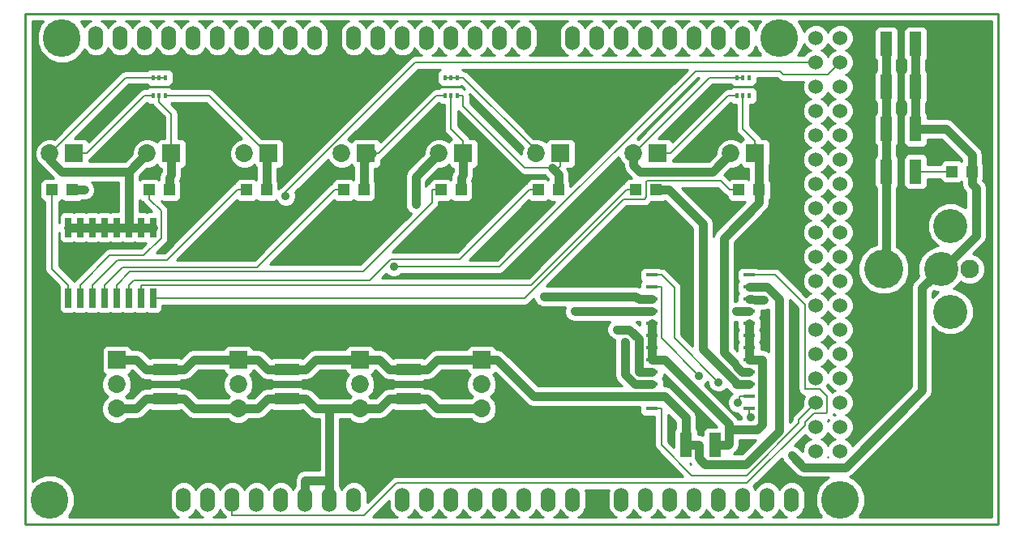
<source format=gtl>
G04 (created by PCBNEW-RS274X (2011-05-25)-stable) date Wed 08 May 2013 01:19:30 PM EDT*
G01*
G70*
G90*
%MOIN*%
G04 Gerber Fmt 3.4, Leading zero omitted, Abs format*
%FSLAX34Y34*%
G04 APERTURE LIST*
%ADD10C,0.006000*%
%ADD11C,0.009000*%
%ADD12C,0.076000*%
%ADD13C,0.140000*%
%ADD14C,0.160000*%
%ADD15C,0.155000*%
%ADD16O,0.060000X0.100000*%
%ADD17C,0.060000*%
%ADD18R,0.050000X0.015000*%
%ADD19R,0.100000X0.050000*%
%ADD20R,0.050000X0.100000*%
%ADD21R,0.047000X0.047000*%
%ADD22C,0.073000*%
%ADD23R,0.073000X0.073000*%
%ADD24R,0.016500X0.023600*%
%ADD25R,0.025000X0.080000*%
%ADD26C,0.035000*%
%ADD27C,0.036000*%
%ADD28C,0.008000*%
%ADD29C,0.014800*%
%ADD30C,0.010000*%
G04 APERTURE END LIST*
G54D10*
G54D11*
X89500Y-30500D02*
X49500Y-30500D01*
X89500Y-51500D02*
X89500Y-30500D01*
X49500Y-51500D02*
X89500Y-51500D01*
X49500Y-30500D02*
X49500Y-51500D01*
G54D12*
X88320Y-41000D03*
G54D13*
X87140Y-41000D03*
G54D14*
X84780Y-41000D03*
G54D13*
X87530Y-39230D03*
X87530Y-42770D03*
G54D15*
X50500Y-50500D03*
X51000Y-31500D03*
X83000Y-50500D03*
X80500Y-31500D03*
G54D16*
X56000Y-50500D03*
X57000Y-50500D03*
X58000Y-50500D03*
X59000Y-50500D03*
X60000Y-50500D03*
X61000Y-50500D03*
X62000Y-50500D03*
X63000Y-50500D03*
X65000Y-50500D03*
X66000Y-50500D03*
X67000Y-50500D03*
X68000Y-50500D03*
X69000Y-50500D03*
X70000Y-50500D03*
X71000Y-50500D03*
X72000Y-50500D03*
X74000Y-50500D03*
X75000Y-50500D03*
X76000Y-50500D03*
X77000Y-50500D03*
X78000Y-50500D03*
X79000Y-50500D03*
X80000Y-50500D03*
X81000Y-50500D03*
X52400Y-31500D03*
X53400Y-31500D03*
X54400Y-31500D03*
X55400Y-31500D03*
X56400Y-31500D03*
X57400Y-31500D03*
X58400Y-31500D03*
X59400Y-31500D03*
X60400Y-31500D03*
X61400Y-31500D03*
X63000Y-31500D03*
X70000Y-31500D03*
X69000Y-31500D03*
X68000Y-31500D03*
X67000Y-31500D03*
X66000Y-31500D03*
X65000Y-31500D03*
X64000Y-31500D03*
X72000Y-31500D03*
X73000Y-31500D03*
X74000Y-31500D03*
X75000Y-31500D03*
X76000Y-31500D03*
X77000Y-31500D03*
X78000Y-31500D03*
X79000Y-31500D03*
G54D17*
X82000Y-31500D03*
X83000Y-31500D03*
X82000Y-32500D03*
X83000Y-32500D03*
X82000Y-33500D03*
X83000Y-33500D03*
X82000Y-34500D03*
X83000Y-34500D03*
X82000Y-35500D03*
X83000Y-35500D03*
X82000Y-36500D03*
X83000Y-36500D03*
X82000Y-37500D03*
X83000Y-37500D03*
X82000Y-38500D03*
X83000Y-38500D03*
X82000Y-39500D03*
X83000Y-39500D03*
X82000Y-40500D03*
X83000Y-40500D03*
X82000Y-41500D03*
X83000Y-41500D03*
X82000Y-42500D03*
X83000Y-42500D03*
X82000Y-43500D03*
X83000Y-43500D03*
X82000Y-44500D03*
X83000Y-44500D03*
X82000Y-45500D03*
X83000Y-45500D03*
X82000Y-46500D03*
X83000Y-46500D03*
X82000Y-47500D03*
X83000Y-47500D03*
X82000Y-48500D03*
X83000Y-48500D03*
G54D18*
X75250Y-43750D03*
X75250Y-43250D03*
X75250Y-42750D03*
X75250Y-42250D03*
X75250Y-41750D03*
X75250Y-41250D03*
X75250Y-44250D03*
X75250Y-44750D03*
X75250Y-45250D03*
X75250Y-45750D03*
X75250Y-46250D03*
X75250Y-46750D03*
X79250Y-46750D03*
X79250Y-46250D03*
X79250Y-45750D03*
X79250Y-45250D03*
X79250Y-44750D03*
X79250Y-44250D03*
X79250Y-43750D03*
X79250Y-43250D03*
X79250Y-42750D03*
X79250Y-42250D03*
X79250Y-41750D03*
X79250Y-41250D03*
G54D19*
X55250Y-45150D03*
X55250Y-46350D03*
G54D20*
X84900Y-35250D03*
X86100Y-35250D03*
X76650Y-48250D03*
X77850Y-48250D03*
X84900Y-37000D03*
X86100Y-37000D03*
G54D19*
X60250Y-45150D03*
X60250Y-46350D03*
G54D20*
X84900Y-33500D03*
X86100Y-33500D03*
X84900Y-31750D03*
X86100Y-31750D03*
G54D19*
X65250Y-45150D03*
X65250Y-46350D03*
G54D21*
X54585Y-37750D03*
X55415Y-37750D03*
X87585Y-37000D03*
X88415Y-37000D03*
X50585Y-37750D03*
X51415Y-37750D03*
X78835Y-37750D03*
X79665Y-37750D03*
X74585Y-37750D03*
X75415Y-37750D03*
X58585Y-37750D03*
X59415Y-37750D03*
X62585Y-37750D03*
X63415Y-37750D03*
X66585Y-37750D03*
X67415Y-37750D03*
X70585Y-37750D03*
X71415Y-37750D03*
G54D22*
X63250Y-45750D03*
X63250Y-46750D03*
G54D23*
X63250Y-44750D03*
G54D22*
X68250Y-45750D03*
X68250Y-46750D03*
G54D23*
X68250Y-44750D03*
G54D22*
X58250Y-45750D03*
X58250Y-46750D03*
G54D23*
X58250Y-44750D03*
G54D22*
X53250Y-45750D03*
X53250Y-46750D03*
G54D23*
X53250Y-44750D03*
G54D22*
X50500Y-36250D03*
G54D23*
X51500Y-36250D03*
G54D22*
X54500Y-36250D03*
G54D23*
X55500Y-36250D03*
G54D22*
X58500Y-36250D03*
G54D23*
X59500Y-36250D03*
G54D22*
X62500Y-36250D03*
G54D23*
X63500Y-36250D03*
G54D22*
X66500Y-36250D03*
G54D23*
X67500Y-36250D03*
G54D22*
X70500Y-36250D03*
G54D23*
X71500Y-36250D03*
G54D22*
X74500Y-36250D03*
G54D23*
X75500Y-36250D03*
G54D22*
X78500Y-36250D03*
G54D23*
X79500Y-36250D03*
G54D24*
X54744Y-33874D03*
X55000Y-33874D03*
X55256Y-33874D03*
X55256Y-33126D03*
X55000Y-33126D03*
X54744Y-33126D03*
X66744Y-33874D03*
X67000Y-33874D03*
X67256Y-33874D03*
X67256Y-33126D03*
X67000Y-33126D03*
X66744Y-33126D03*
X78744Y-33874D03*
X79000Y-33874D03*
X79256Y-33874D03*
X79256Y-33126D03*
X79000Y-33126D03*
X78744Y-33126D03*
G54D25*
X54750Y-39300D03*
X54250Y-39300D03*
X53750Y-39300D03*
X53250Y-39300D03*
X52750Y-39300D03*
X52250Y-39300D03*
X51750Y-39300D03*
X51250Y-39300D03*
X51250Y-42200D03*
X51750Y-42200D03*
X52250Y-42200D03*
X52750Y-42200D03*
X53250Y-42200D03*
X53750Y-42200D03*
X54250Y-42200D03*
X54750Y-42200D03*
G54D26*
X60200Y-38004D03*
X64647Y-40916D03*
X77992Y-45660D03*
X77187Y-45398D03*
X78774Y-46499D03*
X51933Y-37750D03*
X78717Y-42750D03*
X79841Y-42285D03*
X70808Y-42132D03*
X72084Y-42750D03*
X73820Y-43494D03*
X74136Y-44019D03*
X75954Y-37750D03*
X79334Y-47108D03*
X78383Y-48250D03*
X81006Y-48682D03*
X65537Y-38338D03*
G54D27*
X66433Y-44750D02*
X66033Y-45150D01*
X68250Y-44750D02*
X66433Y-44750D01*
X65250Y-45150D02*
X66033Y-45150D01*
X65250Y-45150D02*
X64467Y-45150D01*
X76650Y-48250D02*
X77183Y-48250D01*
X68250Y-44750D02*
X68898Y-44750D01*
X70398Y-46250D02*
X74717Y-46250D01*
X68898Y-44750D02*
X70398Y-46250D01*
X75250Y-46250D02*
X74717Y-46250D01*
X54067Y-44750D02*
X54467Y-45150D01*
X53250Y-44750D02*
X54067Y-44750D01*
X55250Y-45150D02*
X54467Y-45150D01*
X55250Y-45150D02*
X56033Y-45150D01*
X64067Y-44750D02*
X63250Y-44750D01*
X64467Y-45150D02*
X64067Y-44750D01*
X61433Y-44750D02*
X61033Y-45150D01*
X63250Y-44750D02*
X61433Y-44750D01*
X60250Y-45150D02*
X61033Y-45150D01*
X75250Y-46250D02*
X75783Y-46250D01*
X76650Y-47117D02*
X76650Y-48250D01*
X75783Y-46250D02*
X76650Y-47117D01*
X77183Y-48783D02*
X77183Y-48250D01*
X77434Y-49034D02*
X77183Y-48783D01*
X79129Y-49034D02*
X77434Y-49034D01*
X80482Y-47681D02*
X79129Y-49034D01*
X80482Y-42255D02*
X80482Y-47681D01*
X79977Y-41750D02*
X80482Y-42255D01*
X79250Y-41750D02*
X79977Y-41750D01*
X56433Y-44750D02*
X58250Y-44750D01*
X56033Y-45150D02*
X56433Y-44750D01*
X59067Y-44750D02*
X59467Y-45150D01*
X58250Y-44750D02*
X59067Y-44750D01*
X60250Y-45150D02*
X59467Y-45150D01*
G54D28*
X60200Y-37830D02*
X60200Y-38004D01*
X65530Y-32500D02*
X60200Y-37830D01*
X82000Y-32500D02*
X65530Y-32500D01*
X82500Y-33000D02*
X83000Y-32500D01*
X80665Y-33000D02*
X82500Y-33000D01*
X80529Y-32864D02*
X80665Y-33000D01*
X77044Y-32864D02*
X80529Y-32864D01*
X68992Y-40916D02*
X77044Y-32864D01*
X64647Y-40916D02*
X68992Y-40916D01*
X75250Y-41250D02*
X75643Y-41250D01*
X76173Y-41780D02*
X75643Y-41250D01*
X76173Y-43841D02*
X76173Y-41780D01*
X77992Y-45660D02*
X76173Y-43841D01*
X75250Y-41750D02*
X75643Y-41750D01*
X75643Y-43854D02*
X77187Y-45398D01*
X75643Y-41750D02*
X75643Y-43854D01*
X81297Y-47203D02*
X82000Y-46500D01*
X81297Y-47335D02*
X81297Y-47203D01*
X79136Y-49496D02*
X81297Y-47335D01*
X76898Y-49496D02*
X79136Y-49496D01*
X75643Y-48241D02*
X76898Y-49496D01*
X75643Y-46750D02*
X75643Y-48241D01*
X75250Y-46750D02*
X75643Y-46750D01*
X78857Y-46416D02*
X78774Y-46499D01*
X78857Y-46250D02*
X78857Y-46416D01*
X79250Y-46250D02*
X78857Y-46250D01*
X52008Y-36250D02*
X51500Y-36250D01*
X54384Y-33874D02*
X52008Y-36250D01*
X54744Y-33874D02*
X54384Y-33874D01*
G54D27*
X51415Y-37750D02*
X51933Y-37750D01*
X79250Y-42750D02*
X78717Y-42750D01*
X79250Y-42250D02*
X79358Y-42250D01*
G54D29*
X79393Y-42285D02*
X79358Y-42250D01*
X79475Y-42285D02*
X79393Y-42285D01*
G54D27*
X79475Y-42285D02*
X79841Y-42285D01*
G54D28*
X55000Y-34135D02*
X55000Y-33874D01*
X55500Y-34635D02*
X55000Y-34135D01*
X55500Y-36250D02*
X55500Y-34635D01*
G54D27*
X55500Y-37147D02*
X55415Y-37232D01*
X55500Y-36250D02*
X55500Y-37147D01*
X55415Y-37750D02*
X55415Y-37232D01*
G54D28*
X59417Y-36250D02*
X59500Y-36250D01*
G54D27*
X59415Y-36252D02*
X59415Y-37750D01*
X59417Y-36250D02*
X59415Y-36252D01*
G54D28*
X59415Y-36250D02*
X59417Y-36250D01*
X57039Y-33874D02*
X59415Y-36250D01*
X55256Y-33874D02*
X57039Y-33874D01*
G54D27*
X75250Y-42250D02*
X74717Y-42250D01*
X74599Y-42132D02*
X70808Y-42132D01*
X74717Y-42250D02*
X74599Y-42132D01*
G54D28*
X63500Y-36250D02*
X63754Y-36250D01*
X66384Y-33874D02*
X66744Y-33874D01*
X64008Y-36250D02*
X66384Y-33874D01*
X63754Y-36250D02*
X64008Y-36250D01*
G54D27*
X63415Y-36589D02*
X63415Y-37750D01*
X63754Y-36250D02*
X63415Y-36589D01*
X75250Y-42750D02*
X72084Y-42750D01*
G54D28*
X67000Y-35242D02*
X67000Y-33874D01*
X67500Y-35742D02*
X67000Y-35242D01*
X67500Y-36250D02*
X67500Y-35742D01*
G54D27*
X67500Y-37147D02*
X67415Y-37232D01*
X67500Y-36250D02*
X67500Y-37147D01*
X67415Y-37750D02*
X67415Y-37232D01*
X75250Y-45250D02*
X74717Y-45250D01*
X74329Y-43494D02*
X73820Y-43494D01*
X74717Y-43882D02*
X74329Y-43494D01*
X74717Y-45250D02*
X74717Y-43882D01*
G54D28*
X70030Y-36843D02*
X71143Y-36843D01*
X67482Y-34295D02*
X70030Y-36843D01*
X67482Y-33874D02*
X67482Y-34295D01*
X67256Y-33874D02*
X67482Y-33874D01*
X71500Y-36758D02*
X71500Y-36250D01*
X71415Y-36843D02*
X71500Y-36758D01*
X71143Y-36843D02*
X71415Y-36843D01*
G54D27*
X71415Y-37115D02*
X71415Y-37750D01*
X71143Y-36843D02*
X71415Y-37115D01*
X74560Y-45750D02*
X75250Y-45750D01*
X74136Y-45326D02*
X74560Y-45750D01*
X74136Y-44019D02*
X74136Y-45326D01*
G54D28*
X76008Y-36250D02*
X75500Y-36250D01*
X78384Y-33874D02*
X76008Y-36250D01*
X78744Y-33874D02*
X78384Y-33874D01*
G54D27*
X79250Y-45750D02*
X78717Y-45750D01*
X75415Y-37750D02*
X75954Y-37750D01*
X78717Y-45659D02*
X78717Y-45750D01*
X77357Y-44299D02*
X78717Y-45659D01*
X77357Y-39153D02*
X77357Y-44299D01*
X75954Y-37750D02*
X77357Y-39153D01*
G54D28*
X79500Y-36250D02*
X79500Y-35996D01*
X79000Y-35242D02*
X79000Y-33874D01*
X79500Y-35742D02*
X79000Y-35242D01*
X79500Y-35996D02*
X79500Y-35742D01*
G54D29*
X78760Y-44981D02*
X78760Y-45045D01*
X78655Y-44876D02*
X78760Y-44981D01*
G54D27*
X78965Y-45250D02*
X79250Y-45250D01*
X78760Y-45045D02*
X78965Y-45250D01*
X79665Y-36161D02*
X79665Y-37750D01*
X79500Y-35996D02*
X79665Y-36161D01*
X78210Y-44431D02*
X78655Y-44876D01*
X78210Y-39723D02*
X78210Y-44431D01*
X79665Y-38268D02*
X78210Y-39723D01*
X79665Y-37750D02*
X79665Y-38268D01*
G54D28*
X58000Y-50500D02*
X58000Y-51143D01*
X63430Y-51143D02*
X58000Y-51143D01*
X64754Y-49819D02*
X63430Y-51143D01*
X79158Y-49819D02*
X64754Y-49819D01*
X81540Y-47437D02*
X79158Y-49819D01*
X81540Y-47322D02*
X81540Y-47437D01*
X81918Y-46944D02*
X81540Y-47322D01*
X82434Y-46944D02*
X81918Y-46944D01*
X82456Y-46922D02*
X82434Y-46944D01*
X82456Y-46254D02*
X82456Y-46922D01*
X82146Y-45944D02*
X82456Y-46254D01*
X81566Y-45944D02*
X82146Y-45944D01*
X81544Y-45922D02*
X81566Y-45944D01*
X81544Y-42483D02*
X81544Y-45922D01*
X80311Y-41250D02*
X81544Y-42483D01*
X79250Y-41250D02*
X80311Y-41250D01*
X79250Y-47024D02*
X79334Y-47108D01*
X79250Y-46750D02*
X79250Y-47024D01*
G54D27*
X79250Y-44750D02*
X79250Y-44250D01*
X79250Y-44250D02*
X79250Y-43750D01*
X79250Y-43750D02*
X79250Y-43250D01*
X86100Y-31750D02*
X86100Y-33500D01*
X86100Y-33500D02*
X86100Y-35250D01*
X87345Y-35250D02*
X86100Y-35250D01*
X88415Y-36320D02*
X87345Y-35250D01*
X88415Y-37000D02*
X88415Y-36320D01*
X62000Y-49717D02*
X61000Y-49717D01*
X62000Y-50500D02*
X62000Y-49717D01*
X61000Y-50500D02*
X61000Y-49717D01*
X55250Y-46350D02*
X56033Y-46350D01*
X65250Y-46350D02*
X64467Y-46350D01*
X66433Y-46750D02*
X66033Y-46350D01*
X68250Y-46750D02*
X66433Y-46750D01*
X65250Y-46350D02*
X66033Y-46350D01*
X88415Y-37000D02*
X88415Y-37518D01*
X88582Y-37685D02*
X88415Y-37518D01*
X88582Y-39634D02*
X88582Y-37685D01*
X87216Y-41000D02*
X88582Y-39634D01*
X87140Y-41000D02*
X87216Y-41000D01*
X56433Y-46750D02*
X58250Y-46750D01*
X56033Y-46350D02*
X56433Y-46750D01*
X59067Y-46750D02*
X59467Y-46350D01*
X58250Y-46750D02*
X59067Y-46750D01*
X60250Y-46350D02*
X59467Y-46350D01*
X64067Y-46750D02*
X63250Y-46750D01*
X64467Y-46350D02*
X64067Y-46750D01*
X60250Y-46350D02*
X61033Y-46350D01*
X62000Y-46750D02*
X62000Y-49717D01*
X63250Y-46750D02*
X62000Y-46750D01*
X61433Y-46750D02*
X61033Y-46350D01*
X62000Y-46750D02*
X61433Y-46750D01*
X75250Y-43250D02*
X75250Y-43750D01*
X75250Y-44250D02*
X75250Y-43750D01*
X77850Y-48250D02*
X78117Y-48250D01*
X78117Y-48250D02*
X78383Y-48250D01*
X75250Y-44750D02*
X75250Y-44250D01*
X75250Y-44750D02*
X75783Y-44750D01*
X78411Y-48222D02*
X78411Y-47605D01*
X78383Y-48250D02*
X78411Y-48222D01*
X78411Y-47378D02*
X75783Y-44750D01*
X78411Y-47605D02*
X78411Y-47378D01*
X79250Y-44750D02*
X79329Y-44750D01*
X79329Y-44750D02*
X79783Y-44750D01*
X79797Y-44764D02*
X79783Y-44750D01*
X79797Y-47397D02*
X79797Y-44764D01*
X79589Y-47605D02*
X79797Y-47397D01*
X78411Y-47605D02*
X79589Y-47605D01*
X54067Y-46750D02*
X54467Y-46350D01*
X53250Y-46750D02*
X54067Y-46750D01*
X55250Y-46350D02*
X54467Y-46350D01*
X86354Y-41786D02*
X87140Y-41000D01*
X86354Y-46013D02*
X86354Y-41786D01*
X83209Y-49158D02*
X86354Y-46013D01*
X81482Y-49158D02*
X83209Y-49158D01*
X81006Y-48682D02*
X81482Y-49158D01*
G54D28*
X50585Y-40992D02*
X50585Y-37750D01*
X51250Y-41657D02*
X50585Y-40992D01*
X51250Y-42200D02*
X51250Y-41657D01*
X52250Y-42200D02*
X52250Y-41657D01*
X58585Y-37750D02*
X58207Y-37750D01*
X55330Y-40627D02*
X58207Y-37750D01*
X53280Y-40627D02*
X55330Y-40627D01*
X52250Y-41657D02*
X53280Y-40627D01*
X52750Y-42200D02*
X52750Y-41657D01*
X62585Y-37750D02*
X62207Y-37750D01*
X53483Y-40924D02*
X52750Y-41657D01*
X59033Y-40924D02*
X53483Y-40924D01*
X62207Y-37750D02*
X59033Y-40924D01*
X53250Y-42200D02*
X53250Y-41657D01*
X66585Y-37750D02*
X66207Y-37750D01*
X66207Y-38282D02*
X66207Y-37750D01*
X63381Y-41108D02*
X66207Y-38282D01*
X53799Y-41108D02*
X63381Y-41108D01*
X53250Y-41657D02*
X53799Y-41108D01*
X54250Y-42200D02*
X54250Y-41657D01*
X74585Y-37750D02*
X74207Y-37750D01*
X70300Y-41657D02*
X54250Y-41657D01*
X74207Y-37750D02*
X70300Y-41657D01*
X51750Y-42200D02*
X51750Y-41657D01*
X54585Y-37750D02*
X54585Y-38128D01*
X55073Y-38616D02*
X54585Y-38128D01*
X55073Y-39735D02*
X55073Y-38616D01*
X54364Y-40444D02*
X55073Y-39735D01*
X52963Y-40444D02*
X54364Y-40444D01*
X51750Y-41657D02*
X52963Y-40444D01*
X70585Y-37750D02*
X70207Y-37750D01*
X53750Y-42200D02*
X53750Y-41657D01*
X53945Y-41462D02*
X53750Y-41657D01*
X63651Y-41462D02*
X53945Y-41462D01*
X64515Y-40598D02*
X63651Y-41462D01*
X67359Y-40598D02*
X64515Y-40598D01*
X70207Y-37750D02*
X67359Y-40598D01*
X78079Y-37372D02*
X78457Y-37750D01*
X75051Y-37372D02*
X78079Y-37372D01*
X75030Y-37393D02*
X75051Y-37372D01*
X75030Y-38044D02*
X75030Y-37393D01*
X74942Y-38132D02*
X75030Y-38044D01*
X74086Y-38132D02*
X74942Y-38132D01*
X70018Y-42200D02*
X74086Y-38132D01*
X54750Y-42200D02*
X70018Y-42200D01*
X78835Y-37750D02*
X78457Y-37750D01*
X87585Y-37000D02*
X86100Y-37000D01*
G54D27*
X74500Y-36250D02*
X74500Y-36750D01*
X77750Y-37000D02*
X78500Y-36250D01*
X74750Y-37000D02*
X77750Y-37000D01*
X74500Y-36750D02*
X74750Y-37000D01*
X54500Y-36250D02*
X53750Y-37000D01*
X53750Y-37000D02*
X51000Y-37000D01*
X50500Y-36500D02*
X50500Y-36250D01*
X51000Y-37000D02*
X50500Y-36500D01*
X51250Y-39300D02*
X51750Y-39300D01*
X51750Y-39300D02*
X52250Y-39300D01*
X52250Y-39300D02*
X52750Y-39300D01*
X52750Y-39300D02*
X53250Y-39300D01*
X53250Y-39300D02*
X53750Y-39300D01*
X53750Y-39300D02*
X54250Y-39300D01*
X54250Y-39300D02*
X54751Y-39300D01*
X54751Y-39300D02*
X54750Y-39300D01*
G54D28*
X55000Y-33126D02*
X55256Y-33126D01*
X55000Y-33126D02*
X54744Y-33126D01*
X67000Y-33126D02*
X67256Y-33126D01*
X67000Y-33126D02*
X66744Y-33126D01*
X67482Y-33126D02*
X67256Y-33126D01*
X70270Y-35914D02*
X67482Y-33126D01*
X70500Y-35914D02*
X70270Y-35914D01*
X70500Y-36250D02*
X70500Y-35914D01*
X79000Y-33126D02*
X78744Y-33126D01*
G54D27*
X84900Y-31750D02*
X84900Y-33500D01*
X84900Y-40880D02*
X84780Y-41000D01*
X84900Y-37000D02*
X84900Y-40880D01*
X84900Y-37000D02*
X84900Y-35250D01*
X84900Y-35250D02*
X84900Y-33500D01*
G54D28*
X77624Y-33126D02*
X74792Y-35958D01*
X78744Y-33126D02*
X77624Y-33126D01*
X74792Y-35958D02*
X74500Y-36250D01*
G54D27*
X53750Y-38617D02*
X53750Y-39300D01*
G54D28*
X53624Y-33126D02*
X50792Y-35958D01*
X54744Y-33126D02*
X53624Y-33126D01*
X50792Y-35958D02*
X50500Y-36250D01*
G54D27*
X53750Y-37000D02*
X53750Y-38617D01*
X65537Y-37213D02*
X65537Y-38338D01*
X66500Y-36250D02*
X65537Y-37213D01*
G54D10*
G36*
X52174Y-30795D02*
X52094Y-30828D01*
X52047Y-30874D01*
X52047Y-30875D01*
X52045Y-30876D01*
X51943Y-30980D01*
X51922Y-31028D01*
X51916Y-31035D01*
X51869Y-30920D01*
X51795Y-30846D01*
X51809Y-30832D01*
X51772Y-30795D01*
X52174Y-30795D01*
X52174Y-30795D01*
G37*
G54D30*
X52174Y-30795D02*
X52094Y-30828D01*
X52047Y-30874D01*
X52047Y-30875D01*
X52045Y-30876D01*
X51943Y-30980D01*
X51922Y-31028D01*
X51916Y-31035D01*
X51869Y-30920D01*
X51795Y-30846D01*
X51809Y-30832D01*
X51772Y-30795D01*
X52174Y-30795D01*
G54D10*
G36*
X53174Y-30795D02*
X53094Y-30828D01*
X53047Y-30874D01*
X53047Y-30875D01*
X53045Y-30876D01*
X52943Y-30980D01*
X52922Y-31028D01*
X52911Y-31043D01*
X52900Y-31080D01*
X52889Y-31043D01*
X52878Y-31030D01*
X52858Y-30980D01*
X52755Y-30878D01*
X52753Y-30875D01*
X52751Y-30874D01*
X52706Y-30829D01*
X52624Y-30795D01*
X53174Y-30795D01*
X53174Y-30795D01*
G37*
G54D30*
X53174Y-30795D02*
X53094Y-30828D01*
X53047Y-30874D01*
X53047Y-30875D01*
X53045Y-30876D01*
X52943Y-30980D01*
X52922Y-31028D01*
X52911Y-31043D01*
X52900Y-31080D01*
X52889Y-31043D01*
X52878Y-31030D01*
X52858Y-30980D01*
X52755Y-30878D01*
X52753Y-30875D01*
X52751Y-30874D01*
X52706Y-30829D01*
X52624Y-30795D01*
X53174Y-30795D01*
G54D10*
G36*
X53320Y-38651D02*
X53076Y-38651D01*
X53000Y-38682D01*
X52925Y-38651D01*
X52826Y-38651D01*
X52576Y-38651D01*
X52500Y-38682D01*
X52425Y-38651D01*
X52326Y-38651D01*
X52076Y-38651D01*
X52000Y-38682D01*
X51925Y-38651D01*
X51826Y-38651D01*
X51576Y-38651D01*
X51500Y-38682D01*
X51425Y-38651D01*
X51326Y-38651D01*
X51076Y-38651D01*
X50984Y-38689D01*
X50914Y-38759D01*
X50876Y-38850D01*
X50876Y-38949D01*
X50876Y-39100D01*
X50875Y-39102D01*
X50875Y-38231D01*
X50961Y-38196D01*
X51000Y-38157D01*
X51039Y-38196D01*
X51130Y-38234D01*
X51229Y-38234D01*
X51699Y-38234D01*
X51791Y-38196D01*
X51807Y-38180D01*
X51933Y-38180D01*
X51958Y-38175D01*
X52017Y-38175D01*
X52073Y-38151D01*
X52098Y-38147D01*
X52118Y-38133D01*
X52173Y-38111D01*
X52215Y-38068D01*
X52237Y-38054D01*
X52251Y-38032D01*
X52293Y-37991D01*
X52315Y-37936D01*
X52330Y-37915D01*
X52334Y-37890D01*
X52358Y-37835D01*
X52358Y-37775D01*
X52363Y-37750D01*
X52358Y-37725D01*
X52358Y-37666D01*
X52334Y-37609D01*
X52330Y-37585D01*
X52316Y-37564D01*
X52294Y-37510D01*
X52251Y-37467D01*
X52237Y-37446D01*
X52215Y-37431D01*
X52214Y-37430D01*
X53320Y-37430D01*
X53320Y-38617D01*
X53320Y-38651D01*
X53320Y-38651D01*
G37*
G54D30*
X53320Y-38651D02*
X53076Y-38651D01*
X53000Y-38682D01*
X52925Y-38651D01*
X52826Y-38651D01*
X52576Y-38651D01*
X52500Y-38682D01*
X52425Y-38651D01*
X52326Y-38651D01*
X52076Y-38651D01*
X52000Y-38682D01*
X51925Y-38651D01*
X51826Y-38651D01*
X51576Y-38651D01*
X51500Y-38682D01*
X51425Y-38651D01*
X51326Y-38651D01*
X51076Y-38651D01*
X50984Y-38689D01*
X50914Y-38759D01*
X50876Y-38850D01*
X50876Y-38949D01*
X50876Y-39100D01*
X50875Y-39102D01*
X50875Y-38231D01*
X50961Y-38196D01*
X51000Y-38157D01*
X51039Y-38196D01*
X51130Y-38234D01*
X51229Y-38234D01*
X51699Y-38234D01*
X51791Y-38196D01*
X51807Y-38180D01*
X51933Y-38180D01*
X51958Y-38175D01*
X52017Y-38175D01*
X52073Y-38151D01*
X52098Y-38147D01*
X52118Y-38133D01*
X52173Y-38111D01*
X52215Y-38068D01*
X52237Y-38054D01*
X52251Y-38032D01*
X52293Y-37991D01*
X52315Y-37936D01*
X52330Y-37915D01*
X52334Y-37890D01*
X52358Y-37835D01*
X52358Y-37775D01*
X52363Y-37750D01*
X52358Y-37725D01*
X52358Y-37666D01*
X52334Y-37609D01*
X52330Y-37585D01*
X52316Y-37564D01*
X52294Y-37510D01*
X52251Y-37467D01*
X52237Y-37446D01*
X52215Y-37431D01*
X52214Y-37430D01*
X53320Y-37430D01*
X53320Y-38617D01*
X53320Y-38651D01*
G54D10*
G36*
X54174Y-30795D02*
X54094Y-30828D01*
X54047Y-30874D01*
X54047Y-30875D01*
X54045Y-30876D01*
X53943Y-30980D01*
X53922Y-31028D01*
X53911Y-31043D01*
X53900Y-31080D01*
X53889Y-31043D01*
X53878Y-31030D01*
X53858Y-30980D01*
X53755Y-30878D01*
X53753Y-30875D01*
X53751Y-30874D01*
X53706Y-30829D01*
X53624Y-30795D01*
X54174Y-30795D01*
X54174Y-30795D01*
G37*
G54D30*
X54174Y-30795D02*
X54094Y-30828D01*
X54047Y-30874D01*
X54047Y-30875D01*
X54045Y-30876D01*
X53943Y-30980D01*
X53922Y-31028D01*
X53911Y-31043D01*
X53900Y-31080D01*
X53889Y-31043D01*
X53878Y-31030D01*
X53858Y-30980D01*
X53755Y-30878D01*
X53753Y-30875D01*
X53751Y-30874D01*
X53706Y-30829D01*
X53624Y-30795D01*
X54174Y-30795D01*
G54D10*
G36*
X54465Y-39931D02*
X54243Y-40154D01*
X52963Y-40154D01*
X52852Y-40176D01*
X52758Y-40239D01*
X51545Y-41452D01*
X51500Y-41519D01*
X51455Y-41452D01*
X50875Y-40872D01*
X50875Y-39497D01*
X50876Y-39499D01*
X50876Y-39749D01*
X50914Y-39841D01*
X50984Y-39911D01*
X51075Y-39949D01*
X51174Y-39949D01*
X51424Y-39949D01*
X51499Y-39917D01*
X51575Y-39949D01*
X51674Y-39949D01*
X51924Y-39949D01*
X51999Y-39917D01*
X52075Y-39949D01*
X52174Y-39949D01*
X52424Y-39949D01*
X52499Y-39917D01*
X52575Y-39949D01*
X52674Y-39949D01*
X52924Y-39949D01*
X52999Y-39917D01*
X53075Y-39949D01*
X53174Y-39949D01*
X53424Y-39949D01*
X53499Y-39917D01*
X53575Y-39949D01*
X53674Y-39949D01*
X53924Y-39949D01*
X53999Y-39917D01*
X54075Y-39949D01*
X54174Y-39949D01*
X54424Y-39949D01*
X54465Y-39931D01*
X54465Y-39931D01*
G37*
G54D30*
X54465Y-39931D02*
X54243Y-40154D01*
X52963Y-40154D01*
X52852Y-40176D01*
X52758Y-40239D01*
X51545Y-41452D01*
X51500Y-41519D01*
X51455Y-41452D01*
X50875Y-40872D01*
X50875Y-39497D01*
X50876Y-39499D01*
X50876Y-39749D01*
X50914Y-39841D01*
X50984Y-39911D01*
X51075Y-39949D01*
X51174Y-39949D01*
X51424Y-39949D01*
X51499Y-39917D01*
X51575Y-39949D01*
X51674Y-39949D01*
X51924Y-39949D01*
X51999Y-39917D01*
X52075Y-39949D01*
X52174Y-39949D01*
X52424Y-39949D01*
X52499Y-39917D01*
X52575Y-39949D01*
X52674Y-39949D01*
X52924Y-39949D01*
X52999Y-39917D01*
X53075Y-39949D01*
X53174Y-39949D01*
X53424Y-39949D01*
X53499Y-39917D01*
X53575Y-39949D01*
X53674Y-39949D01*
X53924Y-39949D01*
X53999Y-39917D01*
X54075Y-39949D01*
X54174Y-39949D01*
X54424Y-39949D01*
X54465Y-39931D01*
G54D10*
G36*
X54698Y-38651D02*
X54576Y-38651D01*
X54500Y-38682D01*
X54425Y-38651D01*
X54326Y-38651D01*
X54180Y-38651D01*
X54180Y-38617D01*
X54180Y-38167D01*
X54209Y-38196D01*
X54300Y-38234D01*
X54316Y-38234D01*
X54317Y-38239D01*
X54380Y-38333D01*
X54698Y-38651D01*
X54698Y-38651D01*
G37*
G54D30*
X54698Y-38651D02*
X54576Y-38651D01*
X54500Y-38682D01*
X54425Y-38651D01*
X54326Y-38651D01*
X54180Y-38651D01*
X54180Y-38617D01*
X54180Y-38167D01*
X54209Y-38196D01*
X54300Y-38234D01*
X54316Y-38234D01*
X54317Y-38239D01*
X54380Y-38333D01*
X54698Y-38651D01*
G54D10*
G36*
X55070Y-36989D02*
X55018Y-37067D01*
X54985Y-37232D01*
X54985Y-37328D01*
X54961Y-37304D01*
X54870Y-37266D01*
X54771Y-37266D01*
X54301Y-37266D01*
X54209Y-37304D01*
X54180Y-37333D01*
X54180Y-37178D01*
X54493Y-36865D01*
X54622Y-36865D01*
X54848Y-36771D01*
X54906Y-36713D01*
X54924Y-36756D01*
X54994Y-36826D01*
X55070Y-36857D01*
X55070Y-36989D01*
X55070Y-36989D01*
G37*
G54D30*
X55070Y-36989D02*
X55018Y-37067D01*
X54985Y-37232D01*
X54985Y-37328D01*
X54961Y-37304D01*
X54870Y-37266D01*
X54771Y-37266D01*
X54301Y-37266D01*
X54209Y-37304D01*
X54180Y-37333D01*
X54180Y-37178D01*
X54493Y-36865D01*
X54622Y-36865D01*
X54848Y-36771D01*
X54906Y-36713D01*
X54924Y-36756D01*
X54994Y-36826D01*
X55070Y-36857D01*
X55070Y-36989D01*
G54D10*
G36*
X55174Y-30795D02*
X55094Y-30828D01*
X55047Y-30874D01*
X55047Y-30875D01*
X55045Y-30876D01*
X54943Y-30980D01*
X54922Y-31028D01*
X54911Y-31043D01*
X54900Y-31080D01*
X54889Y-31043D01*
X54878Y-31030D01*
X54858Y-30980D01*
X54755Y-30878D01*
X54753Y-30875D01*
X54751Y-30874D01*
X54706Y-30829D01*
X54624Y-30795D01*
X55174Y-30795D01*
X55174Y-30795D01*
G37*
G54D30*
X55174Y-30795D02*
X55094Y-30828D01*
X55047Y-30874D01*
X55047Y-30875D01*
X55045Y-30876D01*
X54943Y-30980D01*
X54922Y-31028D01*
X54911Y-31043D01*
X54900Y-31080D01*
X54889Y-31043D01*
X54878Y-31030D01*
X54858Y-30980D01*
X54755Y-30878D01*
X54753Y-30875D01*
X54751Y-30874D01*
X54706Y-30829D01*
X54624Y-30795D01*
X55174Y-30795D01*
G54D10*
G36*
X55210Y-35636D02*
X55086Y-35636D01*
X54994Y-35674D01*
X54924Y-35744D01*
X54906Y-35786D01*
X54849Y-35729D01*
X54623Y-35635D01*
X54378Y-35635D01*
X54152Y-35729D01*
X53979Y-35901D01*
X53885Y-36127D01*
X53885Y-36256D01*
X53571Y-36570D01*
X52114Y-36570D01*
X52114Y-36566D01*
X52114Y-36518D01*
X52119Y-36518D01*
X52213Y-36455D01*
X54493Y-34175D01*
X54521Y-34203D01*
X54612Y-34241D01*
X54711Y-34241D01*
X54731Y-34241D01*
X54732Y-34246D01*
X54795Y-34340D01*
X55210Y-34755D01*
X55210Y-35636D01*
X55210Y-35636D01*
G37*
G54D30*
X55210Y-35636D02*
X55086Y-35636D01*
X54994Y-35674D01*
X54924Y-35744D01*
X54906Y-35786D01*
X54849Y-35729D01*
X54623Y-35635D01*
X54378Y-35635D01*
X54152Y-35729D01*
X53979Y-35901D01*
X53885Y-36127D01*
X53885Y-36256D01*
X53571Y-36570D01*
X52114Y-36570D01*
X52114Y-36566D01*
X52114Y-36518D01*
X52119Y-36518D01*
X52213Y-36455D01*
X54493Y-34175D01*
X54521Y-34203D01*
X54612Y-34241D01*
X54711Y-34241D01*
X54731Y-34241D01*
X54732Y-34246D01*
X54795Y-34340D01*
X55210Y-34755D01*
X55210Y-35636D01*
G54D10*
G36*
X56174Y-30795D02*
X56094Y-30828D01*
X56047Y-30874D01*
X56047Y-30875D01*
X56045Y-30876D01*
X55943Y-30980D01*
X55922Y-31028D01*
X55911Y-31043D01*
X55900Y-31080D01*
X55889Y-31043D01*
X55878Y-31030D01*
X55858Y-30980D01*
X55755Y-30878D01*
X55753Y-30875D01*
X55751Y-30874D01*
X55706Y-30829D01*
X55624Y-30795D01*
X56174Y-30795D01*
X56174Y-30795D01*
G37*
G54D30*
X56174Y-30795D02*
X56094Y-30828D01*
X56047Y-30874D01*
X56047Y-30875D01*
X56045Y-30876D01*
X55943Y-30980D01*
X55922Y-31028D01*
X55911Y-31043D01*
X55900Y-31080D01*
X55889Y-31043D01*
X55878Y-31030D01*
X55858Y-30980D01*
X55755Y-30878D01*
X55753Y-30875D01*
X55751Y-30874D01*
X55706Y-30829D01*
X55624Y-30795D01*
X56174Y-30795D01*
G54D10*
G36*
X56775Y-51205D02*
X56225Y-51205D01*
X56306Y-51172D01*
X56352Y-51125D01*
X56353Y-51125D01*
X56354Y-51123D01*
X56457Y-51020D01*
X56477Y-50971D01*
X56489Y-50957D01*
X56500Y-50919D01*
X56511Y-50957D01*
X56521Y-50969D01*
X56542Y-51020D01*
X56644Y-51121D01*
X56647Y-51125D01*
X56648Y-51125D01*
X56694Y-51171D01*
X56775Y-51205D01*
X56775Y-51205D01*
G37*
G54D30*
X56775Y-51205D02*
X56225Y-51205D01*
X56306Y-51172D01*
X56352Y-51125D01*
X56353Y-51125D01*
X56354Y-51123D01*
X56457Y-51020D01*
X56477Y-50971D01*
X56489Y-50957D01*
X56500Y-50919D01*
X56511Y-50957D01*
X56521Y-50969D01*
X56542Y-51020D01*
X56644Y-51121D01*
X56647Y-51125D01*
X56648Y-51125D01*
X56694Y-51171D01*
X56775Y-51205D01*
G54D10*
G36*
X57174Y-30795D02*
X57094Y-30828D01*
X57047Y-30874D01*
X57047Y-30875D01*
X57045Y-30876D01*
X56943Y-30980D01*
X56922Y-31028D01*
X56911Y-31043D01*
X56900Y-31080D01*
X56889Y-31043D01*
X56878Y-31030D01*
X56858Y-30980D01*
X56755Y-30878D01*
X56753Y-30875D01*
X56751Y-30874D01*
X56706Y-30829D01*
X56624Y-30795D01*
X57174Y-30795D01*
X57174Y-30795D01*
G37*
G54D30*
X57174Y-30795D02*
X57094Y-30828D01*
X57047Y-30874D01*
X57047Y-30875D01*
X57045Y-30876D01*
X56943Y-30980D01*
X56922Y-31028D01*
X56911Y-31043D01*
X56900Y-31080D01*
X56889Y-31043D01*
X56878Y-31030D01*
X56858Y-30980D01*
X56755Y-30878D01*
X56753Y-30875D01*
X56751Y-30874D01*
X56706Y-30829D01*
X56624Y-30795D01*
X57174Y-30795D01*
G54D10*
G36*
X57722Y-51205D02*
X57225Y-51205D01*
X57306Y-51172D01*
X57352Y-51125D01*
X57353Y-51125D01*
X57354Y-51123D01*
X57457Y-51020D01*
X57477Y-50971D01*
X57489Y-50957D01*
X57500Y-50918D01*
X57542Y-51020D01*
X57694Y-51171D01*
X57717Y-51180D01*
X57722Y-51205D01*
X57722Y-51205D01*
G37*
G54D30*
X57722Y-51205D02*
X57225Y-51205D01*
X57306Y-51172D01*
X57352Y-51125D01*
X57353Y-51125D01*
X57354Y-51123D01*
X57457Y-51020D01*
X57477Y-50971D01*
X57489Y-50957D01*
X57500Y-50918D01*
X57542Y-51020D01*
X57694Y-51171D01*
X57717Y-51180D01*
X57722Y-51205D01*
G54D10*
G36*
X57880Y-46250D02*
X57810Y-46320D01*
X56611Y-46320D01*
X56337Y-46046D01*
X56198Y-45953D01*
X56033Y-45920D01*
X55922Y-45920D01*
X55891Y-45889D01*
X55800Y-45851D01*
X55701Y-45851D01*
X54701Y-45851D01*
X54609Y-45889D01*
X54578Y-45920D01*
X54467Y-45920D01*
X54302Y-45953D01*
X54162Y-46046D01*
X53888Y-46320D01*
X53689Y-46320D01*
X53619Y-46249D01*
X53771Y-46099D01*
X53865Y-45873D01*
X53865Y-45628D01*
X53771Y-45402D01*
X53713Y-45343D01*
X53756Y-45326D01*
X53826Y-45256D01*
X53857Y-45180D01*
X53888Y-45180D01*
X54162Y-45454D01*
X54163Y-45454D01*
X54302Y-45547D01*
X54467Y-45580D01*
X54578Y-45580D01*
X54609Y-45611D01*
X54700Y-45649D01*
X54799Y-45649D01*
X55799Y-45649D01*
X55891Y-45611D01*
X55922Y-45580D01*
X56033Y-45580D01*
X56197Y-45547D01*
X56198Y-45547D01*
X56337Y-45454D01*
X56611Y-45180D01*
X57642Y-45180D01*
X57674Y-45256D01*
X57744Y-45326D01*
X57786Y-45343D01*
X57729Y-45401D01*
X57635Y-45627D01*
X57635Y-45872D01*
X57729Y-46098D01*
X57880Y-46250D01*
X57880Y-46250D01*
G37*
G54D30*
X57880Y-46250D02*
X57810Y-46320D01*
X56611Y-46320D01*
X56337Y-46046D01*
X56198Y-45953D01*
X56033Y-45920D01*
X55922Y-45920D01*
X55891Y-45889D01*
X55800Y-45851D01*
X55701Y-45851D01*
X54701Y-45851D01*
X54609Y-45889D01*
X54578Y-45920D01*
X54467Y-45920D01*
X54302Y-45953D01*
X54162Y-46046D01*
X53888Y-46320D01*
X53689Y-46320D01*
X53619Y-46249D01*
X53771Y-46099D01*
X53865Y-45873D01*
X53865Y-45628D01*
X53771Y-45402D01*
X53713Y-45343D01*
X53756Y-45326D01*
X53826Y-45256D01*
X53857Y-45180D01*
X53888Y-45180D01*
X54162Y-45454D01*
X54163Y-45454D01*
X54302Y-45547D01*
X54467Y-45580D01*
X54578Y-45580D01*
X54609Y-45611D01*
X54700Y-45649D01*
X54799Y-45649D01*
X55799Y-45649D01*
X55891Y-45611D01*
X55922Y-45580D01*
X56033Y-45580D01*
X56197Y-45547D01*
X56198Y-45547D01*
X56337Y-45454D01*
X56611Y-45180D01*
X57642Y-45180D01*
X57674Y-45256D01*
X57744Y-45326D01*
X57786Y-45343D01*
X57729Y-45401D01*
X57635Y-45627D01*
X57635Y-45872D01*
X57729Y-46098D01*
X57880Y-46250D01*
G54D10*
G36*
X58174Y-30795D02*
X58094Y-30828D01*
X58047Y-30874D01*
X58047Y-30875D01*
X58045Y-30876D01*
X57943Y-30980D01*
X57922Y-31028D01*
X57911Y-31043D01*
X57900Y-31080D01*
X57889Y-31043D01*
X57878Y-31030D01*
X57858Y-30980D01*
X57755Y-30878D01*
X57753Y-30875D01*
X57751Y-30874D01*
X57706Y-30829D01*
X57624Y-30795D01*
X58174Y-30795D01*
X58174Y-30795D01*
G37*
G54D30*
X58174Y-30795D02*
X58094Y-30828D01*
X58047Y-30874D01*
X58047Y-30875D01*
X58045Y-30876D01*
X57943Y-30980D01*
X57922Y-31028D01*
X57911Y-31043D01*
X57900Y-31080D01*
X57889Y-31043D01*
X57878Y-31030D01*
X57858Y-30980D01*
X57755Y-30878D01*
X57753Y-30875D01*
X57751Y-30874D01*
X57706Y-30829D01*
X57624Y-30795D01*
X58174Y-30795D01*
G54D10*
G36*
X58985Y-37328D02*
X58961Y-37304D01*
X58870Y-37266D01*
X58771Y-37266D01*
X58301Y-37266D01*
X58209Y-37304D01*
X58139Y-37374D01*
X58101Y-37465D01*
X58101Y-37480D01*
X58095Y-37482D01*
X58001Y-37545D01*
X55209Y-40337D01*
X54881Y-40337D01*
X55278Y-39941D01*
X55278Y-39940D01*
X55341Y-39846D01*
X55362Y-39735D01*
X55363Y-39735D01*
X55363Y-38616D01*
X55341Y-38505D01*
X55278Y-38411D01*
X55080Y-38213D01*
X55130Y-38234D01*
X55229Y-38234D01*
X55699Y-38234D01*
X55791Y-38196D01*
X55861Y-38126D01*
X55899Y-38035D01*
X55899Y-37936D01*
X55899Y-37466D01*
X55861Y-37374D01*
X55857Y-37370D01*
X55897Y-37312D01*
X55897Y-37311D01*
X55930Y-37147D01*
X55930Y-36857D01*
X56006Y-36826D01*
X56076Y-36756D01*
X56114Y-36665D01*
X56114Y-36566D01*
X56114Y-35836D01*
X56076Y-35744D01*
X56006Y-35674D01*
X55915Y-35636D01*
X55816Y-35636D01*
X55790Y-35636D01*
X55790Y-34635D01*
X55768Y-34524D01*
X55705Y-34430D01*
X55478Y-34203D01*
X55479Y-34203D01*
X55518Y-34164D01*
X56919Y-34164D01*
X58390Y-35635D01*
X58378Y-35635D01*
X58152Y-35729D01*
X57979Y-35901D01*
X57885Y-36127D01*
X57885Y-36372D01*
X57979Y-36598D01*
X58151Y-36771D01*
X58377Y-36865D01*
X58622Y-36865D01*
X58848Y-36771D01*
X58906Y-36713D01*
X58924Y-36756D01*
X58985Y-36817D01*
X58985Y-37328D01*
X58985Y-37328D01*
G37*
G54D30*
X58985Y-37328D02*
X58961Y-37304D01*
X58870Y-37266D01*
X58771Y-37266D01*
X58301Y-37266D01*
X58209Y-37304D01*
X58139Y-37374D01*
X58101Y-37465D01*
X58101Y-37480D01*
X58095Y-37482D01*
X58001Y-37545D01*
X55209Y-40337D01*
X54881Y-40337D01*
X55278Y-39941D01*
X55278Y-39940D01*
X55341Y-39846D01*
X55362Y-39735D01*
X55363Y-39735D01*
X55363Y-38616D01*
X55341Y-38505D01*
X55278Y-38411D01*
X55080Y-38213D01*
X55130Y-38234D01*
X55229Y-38234D01*
X55699Y-38234D01*
X55791Y-38196D01*
X55861Y-38126D01*
X55899Y-38035D01*
X55899Y-37936D01*
X55899Y-37466D01*
X55861Y-37374D01*
X55857Y-37370D01*
X55897Y-37312D01*
X55897Y-37311D01*
X55930Y-37147D01*
X55930Y-36857D01*
X56006Y-36826D01*
X56076Y-36756D01*
X56114Y-36665D01*
X56114Y-36566D01*
X56114Y-35836D01*
X56076Y-35744D01*
X56006Y-35674D01*
X55915Y-35636D01*
X55816Y-35636D01*
X55790Y-35636D01*
X55790Y-34635D01*
X55768Y-34524D01*
X55705Y-34430D01*
X55478Y-34203D01*
X55479Y-34203D01*
X55518Y-34164D01*
X56919Y-34164D01*
X58390Y-35635D01*
X58378Y-35635D01*
X58152Y-35729D01*
X57979Y-35901D01*
X57885Y-36127D01*
X57885Y-36372D01*
X57979Y-36598D01*
X58151Y-36771D01*
X58377Y-36865D01*
X58622Y-36865D01*
X58848Y-36771D01*
X58906Y-36713D01*
X58924Y-36756D01*
X58985Y-36817D01*
X58985Y-37328D01*
G54D10*
G36*
X59174Y-30795D02*
X59094Y-30828D01*
X59047Y-30874D01*
X59047Y-30875D01*
X59045Y-30876D01*
X58943Y-30980D01*
X58922Y-31028D01*
X58911Y-31043D01*
X58900Y-31080D01*
X58889Y-31043D01*
X58878Y-31030D01*
X58858Y-30980D01*
X58755Y-30878D01*
X58753Y-30875D01*
X58751Y-30874D01*
X58706Y-30829D01*
X58624Y-30795D01*
X59174Y-30795D01*
X59174Y-30795D01*
G37*
G54D30*
X59174Y-30795D02*
X59094Y-30828D01*
X59047Y-30874D01*
X59047Y-30875D01*
X59045Y-30876D01*
X58943Y-30980D01*
X58922Y-31028D01*
X58911Y-31043D01*
X58900Y-31080D01*
X58889Y-31043D01*
X58878Y-31030D01*
X58858Y-30980D01*
X58755Y-30878D01*
X58753Y-30875D01*
X58751Y-30874D01*
X58706Y-30829D01*
X58624Y-30795D01*
X59174Y-30795D01*
G54D10*
G36*
X60174Y-30795D02*
X60094Y-30828D01*
X60047Y-30874D01*
X60047Y-30875D01*
X60045Y-30876D01*
X59943Y-30980D01*
X59922Y-31028D01*
X59911Y-31043D01*
X59900Y-31080D01*
X59889Y-31043D01*
X59878Y-31030D01*
X59858Y-30980D01*
X59755Y-30878D01*
X59753Y-30875D01*
X59751Y-30874D01*
X59706Y-30829D01*
X59624Y-30795D01*
X60174Y-30795D01*
X60174Y-30795D01*
G37*
G54D30*
X60174Y-30795D02*
X60094Y-30828D01*
X60047Y-30874D01*
X60047Y-30875D01*
X60045Y-30876D01*
X59943Y-30980D01*
X59922Y-31028D01*
X59911Y-31043D01*
X59900Y-31080D01*
X59889Y-31043D01*
X59878Y-31030D01*
X59858Y-30980D01*
X59755Y-30878D01*
X59753Y-30875D01*
X59751Y-30874D01*
X59706Y-30829D01*
X59624Y-30795D01*
X60174Y-30795D01*
G54D10*
G36*
X61174Y-30795D02*
X61094Y-30828D01*
X61047Y-30874D01*
X61047Y-30875D01*
X61045Y-30876D01*
X60943Y-30980D01*
X60922Y-31028D01*
X60911Y-31043D01*
X60900Y-31080D01*
X60889Y-31043D01*
X60878Y-31030D01*
X60858Y-30980D01*
X60755Y-30878D01*
X60753Y-30875D01*
X60751Y-30874D01*
X60706Y-30829D01*
X60624Y-30795D01*
X61174Y-30795D01*
X61174Y-30795D01*
G37*
G54D30*
X61174Y-30795D02*
X61094Y-30828D01*
X61047Y-30874D01*
X61047Y-30875D01*
X61045Y-30876D01*
X60943Y-30980D01*
X60922Y-31028D01*
X60911Y-31043D01*
X60900Y-31080D01*
X60889Y-31043D01*
X60878Y-31030D01*
X60858Y-30980D01*
X60755Y-30878D01*
X60753Y-30875D01*
X60751Y-30874D01*
X60706Y-30829D01*
X60624Y-30795D01*
X61174Y-30795D01*
G54D10*
G36*
X62880Y-46250D02*
X62810Y-46320D01*
X62000Y-46320D01*
X61611Y-46320D01*
X61337Y-46046D01*
X61198Y-45953D01*
X61033Y-45920D01*
X60922Y-45920D01*
X60891Y-45889D01*
X60800Y-45851D01*
X60701Y-45851D01*
X59701Y-45851D01*
X59609Y-45889D01*
X59578Y-45920D01*
X59467Y-45920D01*
X59302Y-45953D01*
X59162Y-46046D01*
X58888Y-46320D01*
X58689Y-46320D01*
X58619Y-46249D01*
X58771Y-46099D01*
X58865Y-45873D01*
X58865Y-45628D01*
X58771Y-45402D01*
X58713Y-45343D01*
X58756Y-45326D01*
X58826Y-45256D01*
X58857Y-45180D01*
X58888Y-45180D01*
X59162Y-45454D01*
X59163Y-45454D01*
X59302Y-45547D01*
X59467Y-45580D01*
X59578Y-45580D01*
X59609Y-45611D01*
X59700Y-45649D01*
X59799Y-45649D01*
X60799Y-45649D01*
X60891Y-45611D01*
X60922Y-45580D01*
X61033Y-45580D01*
X61197Y-45547D01*
X61198Y-45547D01*
X61337Y-45454D01*
X61611Y-45180D01*
X62642Y-45180D01*
X62674Y-45256D01*
X62744Y-45326D01*
X62786Y-45343D01*
X62729Y-45401D01*
X62635Y-45627D01*
X62635Y-45872D01*
X62729Y-46098D01*
X62880Y-46250D01*
X62880Y-46250D01*
G37*
G54D30*
X62880Y-46250D02*
X62810Y-46320D01*
X62000Y-46320D01*
X61611Y-46320D01*
X61337Y-46046D01*
X61198Y-45953D01*
X61033Y-45920D01*
X60922Y-45920D01*
X60891Y-45889D01*
X60800Y-45851D01*
X60701Y-45851D01*
X59701Y-45851D01*
X59609Y-45889D01*
X59578Y-45920D01*
X59467Y-45920D01*
X59302Y-45953D01*
X59162Y-46046D01*
X58888Y-46320D01*
X58689Y-46320D01*
X58619Y-46249D01*
X58771Y-46099D01*
X58865Y-45873D01*
X58865Y-45628D01*
X58771Y-45402D01*
X58713Y-45343D01*
X58756Y-45326D01*
X58826Y-45256D01*
X58857Y-45180D01*
X58888Y-45180D01*
X59162Y-45454D01*
X59163Y-45454D01*
X59302Y-45547D01*
X59467Y-45580D01*
X59578Y-45580D01*
X59609Y-45611D01*
X59700Y-45649D01*
X59799Y-45649D01*
X60799Y-45649D01*
X60891Y-45611D01*
X60922Y-45580D01*
X61033Y-45580D01*
X61197Y-45547D01*
X61198Y-45547D01*
X61337Y-45454D01*
X61611Y-45180D01*
X62642Y-45180D01*
X62674Y-45256D01*
X62744Y-45326D01*
X62786Y-45343D01*
X62729Y-45401D01*
X62635Y-45627D01*
X62635Y-45872D01*
X62729Y-46098D01*
X62880Y-46250D01*
G54D10*
G36*
X62985Y-37328D02*
X62961Y-37304D01*
X62870Y-37266D01*
X62771Y-37266D01*
X62301Y-37266D01*
X62209Y-37304D01*
X62139Y-37374D01*
X62101Y-37465D01*
X62101Y-37481D01*
X62096Y-37482D01*
X62064Y-37503D01*
X62001Y-37545D01*
X58912Y-40634D01*
X55733Y-40634D01*
X58190Y-38177D01*
X58209Y-38196D01*
X58300Y-38234D01*
X58399Y-38234D01*
X58869Y-38234D01*
X58961Y-38196D01*
X59000Y-38157D01*
X59039Y-38196D01*
X59130Y-38234D01*
X59229Y-38234D01*
X59699Y-38234D01*
X59791Y-38196D01*
X59811Y-38175D01*
X59839Y-38244D01*
X59959Y-38364D01*
X60115Y-38429D01*
X60284Y-38429D01*
X60440Y-38365D01*
X60560Y-38245D01*
X60625Y-38089D01*
X60625Y-37920D01*
X60594Y-37845D01*
X61938Y-36501D01*
X61979Y-36598D01*
X62151Y-36771D01*
X62377Y-36865D01*
X62622Y-36865D01*
X62848Y-36771D01*
X62906Y-36713D01*
X62924Y-36756D01*
X62985Y-36817D01*
X62985Y-37328D01*
X62985Y-37328D01*
G37*
G54D30*
X62985Y-37328D02*
X62961Y-37304D01*
X62870Y-37266D01*
X62771Y-37266D01*
X62301Y-37266D01*
X62209Y-37304D01*
X62139Y-37374D01*
X62101Y-37465D01*
X62101Y-37481D01*
X62096Y-37482D01*
X62064Y-37503D01*
X62001Y-37545D01*
X58912Y-40634D01*
X55733Y-40634D01*
X58190Y-38177D01*
X58209Y-38196D01*
X58300Y-38234D01*
X58399Y-38234D01*
X58869Y-38234D01*
X58961Y-38196D01*
X59000Y-38157D01*
X59039Y-38196D01*
X59130Y-38234D01*
X59229Y-38234D01*
X59699Y-38234D01*
X59791Y-38196D01*
X59811Y-38175D01*
X59839Y-38244D01*
X59959Y-38364D01*
X60115Y-38429D01*
X60284Y-38429D01*
X60440Y-38365D01*
X60560Y-38245D01*
X60625Y-38089D01*
X60625Y-37920D01*
X60594Y-37845D01*
X61938Y-36501D01*
X61979Y-36598D01*
X62151Y-36771D01*
X62377Y-36865D01*
X62622Y-36865D01*
X62848Y-36771D01*
X62906Y-36713D01*
X62924Y-36756D01*
X62985Y-36817D01*
X62985Y-37328D01*
G54D10*
G36*
X63774Y-30795D02*
X63694Y-30828D01*
X63647Y-30874D01*
X63647Y-30875D01*
X63645Y-30876D01*
X63543Y-30980D01*
X63522Y-31028D01*
X63511Y-31043D01*
X63500Y-31080D01*
X63489Y-31043D01*
X63478Y-31030D01*
X63458Y-30980D01*
X63355Y-30878D01*
X63353Y-30875D01*
X63351Y-30874D01*
X63306Y-30829D01*
X63224Y-30795D01*
X63774Y-30795D01*
X63774Y-30795D01*
G37*
G54D30*
X63774Y-30795D02*
X63694Y-30828D01*
X63647Y-30874D01*
X63647Y-30875D01*
X63645Y-30876D01*
X63543Y-30980D01*
X63522Y-31028D01*
X63511Y-31043D01*
X63500Y-31080D01*
X63489Y-31043D01*
X63478Y-31030D01*
X63458Y-30980D01*
X63355Y-30878D01*
X63353Y-30875D01*
X63351Y-30874D01*
X63306Y-30829D01*
X63224Y-30795D01*
X63774Y-30795D01*
G54D10*
G36*
X64774Y-30795D02*
X64694Y-30828D01*
X64647Y-30874D01*
X64647Y-30875D01*
X64645Y-30876D01*
X64543Y-30980D01*
X64522Y-31028D01*
X64511Y-31043D01*
X64500Y-31080D01*
X64489Y-31043D01*
X64478Y-31030D01*
X64458Y-30980D01*
X64355Y-30878D01*
X64353Y-30875D01*
X64351Y-30874D01*
X64306Y-30829D01*
X64224Y-30795D01*
X64774Y-30795D01*
X64774Y-30795D01*
G37*
G54D30*
X64774Y-30795D02*
X64694Y-30828D01*
X64647Y-30874D01*
X64647Y-30875D01*
X64645Y-30876D01*
X64543Y-30980D01*
X64522Y-31028D01*
X64511Y-31043D01*
X64500Y-31080D01*
X64489Y-31043D01*
X64478Y-31030D01*
X64458Y-30980D01*
X64355Y-30878D01*
X64353Y-30875D01*
X64351Y-30874D01*
X64306Y-30829D01*
X64224Y-30795D01*
X64774Y-30795D01*
G54D10*
G36*
X64775Y-51205D02*
X63778Y-51205D01*
X64450Y-50533D01*
X64450Y-50550D01*
X64450Y-50600D01*
X64450Y-50750D01*
X64460Y-50783D01*
X64460Y-50821D01*
X64498Y-50914D01*
X64511Y-50957D01*
X64521Y-50969D01*
X64542Y-51020D01*
X64644Y-51121D01*
X64647Y-51125D01*
X64648Y-51125D01*
X64694Y-51171D01*
X64775Y-51205D01*
X64775Y-51205D01*
G37*
G54D30*
X64775Y-51205D02*
X63778Y-51205D01*
X64450Y-50533D01*
X64450Y-50550D01*
X64450Y-50600D01*
X64450Y-50750D01*
X64460Y-50783D01*
X64460Y-50821D01*
X64498Y-50914D01*
X64511Y-50957D01*
X64521Y-50969D01*
X64542Y-51020D01*
X64644Y-51121D01*
X64647Y-51125D01*
X64648Y-51125D01*
X64694Y-51171D01*
X64775Y-51205D01*
G54D10*
G36*
X65774Y-30795D02*
X65694Y-30828D01*
X65647Y-30874D01*
X65647Y-30875D01*
X65645Y-30876D01*
X65543Y-30980D01*
X65522Y-31028D01*
X65511Y-31043D01*
X65500Y-31080D01*
X65489Y-31043D01*
X65478Y-31030D01*
X65458Y-30980D01*
X65355Y-30878D01*
X65353Y-30875D01*
X65351Y-30874D01*
X65306Y-30829D01*
X65224Y-30795D01*
X65774Y-30795D01*
X65774Y-30795D01*
G37*
G54D30*
X65774Y-30795D02*
X65694Y-30828D01*
X65647Y-30874D01*
X65647Y-30875D01*
X65645Y-30876D01*
X65543Y-30980D01*
X65522Y-31028D01*
X65511Y-31043D01*
X65500Y-31080D01*
X65489Y-31043D01*
X65478Y-31030D01*
X65458Y-30980D01*
X65355Y-30878D01*
X65353Y-30875D01*
X65351Y-30874D01*
X65306Y-30829D01*
X65224Y-30795D01*
X65774Y-30795D01*
G54D10*
G36*
X65775Y-51205D02*
X65225Y-51205D01*
X65306Y-51172D01*
X65352Y-51125D01*
X65353Y-51125D01*
X65354Y-51123D01*
X65457Y-51020D01*
X65477Y-50971D01*
X65489Y-50957D01*
X65500Y-50919D01*
X65511Y-50957D01*
X65521Y-50969D01*
X65542Y-51020D01*
X65644Y-51121D01*
X65647Y-51125D01*
X65648Y-51125D01*
X65694Y-51171D01*
X65775Y-51205D01*
X65775Y-51205D01*
G37*
G54D30*
X65775Y-51205D02*
X65225Y-51205D01*
X65306Y-51172D01*
X65352Y-51125D01*
X65353Y-51125D01*
X65354Y-51123D01*
X65457Y-51020D01*
X65477Y-50971D01*
X65489Y-50957D01*
X65500Y-50919D01*
X65511Y-50957D01*
X65521Y-50969D01*
X65542Y-51020D01*
X65644Y-51121D01*
X65647Y-51125D01*
X65648Y-51125D01*
X65694Y-51171D01*
X65775Y-51205D01*
G54D10*
G36*
X66774Y-30795D02*
X66694Y-30828D01*
X66647Y-30874D01*
X66647Y-30875D01*
X66645Y-30876D01*
X66543Y-30980D01*
X66522Y-31028D01*
X66511Y-31043D01*
X66500Y-31080D01*
X66489Y-31043D01*
X66478Y-31030D01*
X66458Y-30980D01*
X66355Y-30878D01*
X66353Y-30875D01*
X66351Y-30874D01*
X66306Y-30829D01*
X66224Y-30795D01*
X66774Y-30795D01*
X66774Y-30795D01*
G37*
G54D30*
X66774Y-30795D02*
X66694Y-30828D01*
X66647Y-30874D01*
X66647Y-30875D01*
X66645Y-30876D01*
X66543Y-30980D01*
X66522Y-31028D01*
X66511Y-31043D01*
X66500Y-31080D01*
X66489Y-31043D01*
X66478Y-31030D01*
X66458Y-30980D01*
X66355Y-30878D01*
X66353Y-30875D01*
X66351Y-30874D01*
X66306Y-30829D01*
X66224Y-30795D01*
X66774Y-30795D01*
G54D10*
G36*
X66775Y-51205D02*
X66225Y-51205D01*
X66306Y-51172D01*
X66352Y-51125D01*
X66353Y-51125D01*
X66354Y-51123D01*
X66457Y-51020D01*
X66477Y-50971D01*
X66489Y-50957D01*
X66500Y-50919D01*
X66511Y-50957D01*
X66521Y-50969D01*
X66542Y-51020D01*
X66644Y-51121D01*
X66647Y-51125D01*
X66648Y-51125D01*
X66694Y-51171D01*
X66775Y-51205D01*
X66775Y-51205D01*
G37*
G54D30*
X66775Y-51205D02*
X66225Y-51205D01*
X66306Y-51172D01*
X66352Y-51125D01*
X66353Y-51125D01*
X66354Y-51123D01*
X66457Y-51020D01*
X66477Y-50971D01*
X66489Y-50957D01*
X66500Y-50919D01*
X66511Y-50957D01*
X66521Y-50969D01*
X66542Y-51020D01*
X66644Y-51121D01*
X66647Y-51125D01*
X66648Y-51125D01*
X66694Y-51171D01*
X66775Y-51205D01*
G54D10*
G36*
X66787Y-32210D02*
X66213Y-32210D01*
X66306Y-32172D01*
X66352Y-32125D01*
X66353Y-32125D01*
X66354Y-32123D01*
X66457Y-32020D01*
X66477Y-31971D01*
X66489Y-31957D01*
X66500Y-31919D01*
X66511Y-31957D01*
X66521Y-31969D01*
X66542Y-32020D01*
X66644Y-32121D01*
X66647Y-32125D01*
X66648Y-32125D01*
X66694Y-32171D01*
X66787Y-32210D01*
X66787Y-32210D01*
G37*
G54D30*
X66787Y-32210D02*
X66213Y-32210D01*
X66306Y-32172D01*
X66352Y-32125D01*
X66353Y-32125D01*
X66354Y-32123D01*
X66457Y-32020D01*
X66477Y-31971D01*
X66489Y-31957D01*
X66500Y-31919D01*
X66511Y-31957D01*
X66521Y-31969D01*
X66542Y-32020D01*
X66644Y-32121D01*
X66647Y-32125D01*
X66648Y-32125D01*
X66694Y-32171D01*
X66787Y-32210D01*
G54D10*
G36*
X67013Y-35665D02*
X66994Y-35674D01*
X66924Y-35744D01*
X66906Y-35786D01*
X66849Y-35729D01*
X66623Y-35635D01*
X66378Y-35635D01*
X66152Y-35729D01*
X65979Y-35901D01*
X65885Y-36127D01*
X65885Y-36257D01*
X65233Y-36909D01*
X65140Y-37048D01*
X65107Y-37213D01*
X65107Y-38338D01*
X65112Y-38363D01*
X65112Y-38422D01*
X65135Y-38478D01*
X65140Y-38503D01*
X65153Y-38523D01*
X65176Y-38578D01*
X65218Y-38620D01*
X65233Y-38642D01*
X65254Y-38656D01*
X65296Y-38698D01*
X65350Y-38720D01*
X65355Y-38723D01*
X63261Y-40818D01*
X59549Y-40818D01*
X62190Y-38177D01*
X62209Y-38196D01*
X62300Y-38234D01*
X62399Y-38234D01*
X62869Y-38234D01*
X62961Y-38196D01*
X63000Y-38157D01*
X63039Y-38196D01*
X63130Y-38234D01*
X63229Y-38234D01*
X63699Y-38234D01*
X63791Y-38196D01*
X63861Y-38126D01*
X63899Y-38035D01*
X63899Y-37936D01*
X63899Y-37466D01*
X63861Y-37374D01*
X63845Y-37358D01*
X63845Y-36864D01*
X63914Y-36864D01*
X64006Y-36826D01*
X64076Y-36756D01*
X64114Y-36665D01*
X64114Y-36566D01*
X64114Y-36518D01*
X64119Y-36518D01*
X64213Y-36455D01*
X66493Y-34175D01*
X66521Y-34203D01*
X66612Y-34241D01*
X66710Y-34241D01*
X66710Y-35242D01*
X66732Y-35353D01*
X66795Y-35447D01*
X67013Y-35665D01*
X67013Y-35665D01*
G37*
G54D30*
X67013Y-35665D02*
X66994Y-35674D01*
X66924Y-35744D01*
X66906Y-35786D01*
X66849Y-35729D01*
X66623Y-35635D01*
X66378Y-35635D01*
X66152Y-35729D01*
X65979Y-35901D01*
X65885Y-36127D01*
X65885Y-36257D01*
X65233Y-36909D01*
X65140Y-37048D01*
X65107Y-37213D01*
X65107Y-38338D01*
X65112Y-38363D01*
X65112Y-38422D01*
X65135Y-38478D01*
X65140Y-38503D01*
X65153Y-38523D01*
X65176Y-38578D01*
X65218Y-38620D01*
X65233Y-38642D01*
X65254Y-38656D01*
X65296Y-38698D01*
X65350Y-38720D01*
X65355Y-38723D01*
X63261Y-40818D01*
X59549Y-40818D01*
X62190Y-38177D01*
X62209Y-38196D01*
X62300Y-38234D01*
X62399Y-38234D01*
X62869Y-38234D01*
X62961Y-38196D01*
X63000Y-38157D01*
X63039Y-38196D01*
X63130Y-38234D01*
X63229Y-38234D01*
X63699Y-38234D01*
X63791Y-38196D01*
X63861Y-38126D01*
X63899Y-38035D01*
X63899Y-37936D01*
X63899Y-37466D01*
X63861Y-37374D01*
X63845Y-37358D01*
X63845Y-36864D01*
X63914Y-36864D01*
X64006Y-36826D01*
X64076Y-36756D01*
X64114Y-36665D01*
X64114Y-36566D01*
X64114Y-36518D01*
X64119Y-36518D01*
X64213Y-36455D01*
X66493Y-34175D01*
X66521Y-34203D01*
X66612Y-34241D01*
X66710Y-34241D01*
X66710Y-35242D01*
X66732Y-35353D01*
X66795Y-35447D01*
X67013Y-35665D01*
G54D10*
G36*
X67070Y-36989D02*
X67018Y-37067D01*
X66985Y-37232D01*
X66985Y-37328D01*
X66961Y-37304D01*
X66870Y-37266D01*
X66771Y-37266D01*
X66301Y-37266D01*
X66209Y-37304D01*
X66139Y-37374D01*
X66101Y-37465D01*
X66101Y-37481D01*
X66096Y-37482D01*
X66002Y-37545D01*
X65967Y-37597D01*
X65967Y-37391D01*
X66493Y-36865D01*
X66622Y-36865D01*
X66848Y-36771D01*
X66906Y-36713D01*
X66924Y-36756D01*
X66994Y-36826D01*
X67070Y-36857D01*
X67070Y-36989D01*
X67070Y-36989D01*
G37*
G54D30*
X67070Y-36989D02*
X67018Y-37067D01*
X66985Y-37232D01*
X66985Y-37328D01*
X66961Y-37304D01*
X66870Y-37266D01*
X66771Y-37266D01*
X66301Y-37266D01*
X66209Y-37304D01*
X66139Y-37374D01*
X66101Y-37465D01*
X66101Y-37481D01*
X66096Y-37482D01*
X66002Y-37545D01*
X65967Y-37597D01*
X65967Y-37391D01*
X66493Y-36865D01*
X66622Y-36865D01*
X66848Y-36771D01*
X66906Y-36713D01*
X66924Y-36756D01*
X66994Y-36826D01*
X67070Y-36857D01*
X67070Y-36989D01*
G54D10*
G36*
X67541Y-33595D02*
X67526Y-33592D01*
X67479Y-33545D01*
X67388Y-33507D01*
X67289Y-33507D01*
X67132Y-33507D01*
X67125Y-33507D01*
X67033Y-33507D01*
X66876Y-33507D01*
X66869Y-33507D01*
X66777Y-33507D01*
X66613Y-33507D01*
X66521Y-33545D01*
X66482Y-33584D01*
X66384Y-33584D01*
X66273Y-33606D01*
X66179Y-33669D01*
X64084Y-35763D01*
X64076Y-35744D01*
X64006Y-35674D01*
X63915Y-35636D01*
X63816Y-35636D01*
X63086Y-35636D01*
X62994Y-35674D01*
X62924Y-35744D01*
X62906Y-35786D01*
X62849Y-35729D01*
X62751Y-35688D01*
X65650Y-32790D01*
X66537Y-32790D01*
X66521Y-32797D01*
X66451Y-32867D01*
X66413Y-32958D01*
X66413Y-33057D01*
X66413Y-33293D01*
X66451Y-33385D01*
X66521Y-33455D01*
X66612Y-33493D01*
X66711Y-33493D01*
X66868Y-33493D01*
X66875Y-33493D01*
X66967Y-33493D01*
X67124Y-33493D01*
X67131Y-33493D01*
X67223Y-33493D01*
X67387Y-33493D01*
X67423Y-33477D01*
X67541Y-33595D01*
X67541Y-33595D01*
G37*
G54D30*
X67541Y-33595D02*
X67526Y-33592D01*
X67479Y-33545D01*
X67388Y-33507D01*
X67289Y-33507D01*
X67132Y-33507D01*
X67125Y-33507D01*
X67033Y-33507D01*
X66876Y-33507D01*
X66869Y-33507D01*
X66777Y-33507D01*
X66613Y-33507D01*
X66521Y-33545D01*
X66482Y-33584D01*
X66384Y-33584D01*
X66273Y-33606D01*
X66179Y-33669D01*
X64084Y-35763D01*
X64076Y-35744D01*
X64006Y-35674D01*
X63915Y-35636D01*
X63816Y-35636D01*
X63086Y-35636D01*
X62994Y-35674D01*
X62924Y-35744D01*
X62906Y-35786D01*
X62849Y-35729D01*
X62751Y-35688D01*
X65650Y-32790D01*
X66537Y-32790D01*
X66521Y-32797D01*
X66451Y-32867D01*
X66413Y-32958D01*
X66413Y-33057D01*
X66413Y-33293D01*
X66451Y-33385D01*
X66521Y-33455D01*
X66612Y-33493D01*
X66711Y-33493D01*
X66868Y-33493D01*
X66875Y-33493D01*
X66967Y-33493D01*
X67124Y-33493D01*
X67131Y-33493D01*
X67223Y-33493D01*
X67387Y-33493D01*
X67423Y-33477D01*
X67541Y-33595D01*
G54D10*
G36*
X67774Y-30795D02*
X67694Y-30828D01*
X67647Y-30874D01*
X67647Y-30875D01*
X67645Y-30876D01*
X67543Y-30980D01*
X67522Y-31028D01*
X67511Y-31043D01*
X67500Y-31080D01*
X67489Y-31043D01*
X67478Y-31030D01*
X67458Y-30980D01*
X67355Y-30878D01*
X67353Y-30875D01*
X67351Y-30874D01*
X67306Y-30829D01*
X67224Y-30795D01*
X67774Y-30795D01*
X67774Y-30795D01*
G37*
G54D30*
X67774Y-30795D02*
X67694Y-30828D01*
X67647Y-30874D01*
X67647Y-30875D01*
X67645Y-30876D01*
X67543Y-30980D01*
X67522Y-31028D01*
X67511Y-31043D01*
X67500Y-31080D01*
X67489Y-31043D01*
X67478Y-31030D01*
X67458Y-30980D01*
X67355Y-30878D01*
X67353Y-30875D01*
X67351Y-30874D01*
X67306Y-30829D01*
X67224Y-30795D01*
X67774Y-30795D01*
G54D10*
G36*
X67775Y-51205D02*
X67225Y-51205D01*
X67306Y-51172D01*
X67352Y-51125D01*
X67353Y-51125D01*
X67354Y-51123D01*
X67457Y-51020D01*
X67477Y-50971D01*
X67489Y-50957D01*
X67500Y-50919D01*
X67511Y-50957D01*
X67521Y-50969D01*
X67542Y-51020D01*
X67644Y-51121D01*
X67647Y-51125D01*
X67648Y-51125D01*
X67694Y-51171D01*
X67775Y-51205D01*
X67775Y-51205D01*
G37*
G54D30*
X67775Y-51205D02*
X67225Y-51205D01*
X67306Y-51172D01*
X67352Y-51125D01*
X67353Y-51125D01*
X67354Y-51123D01*
X67457Y-51020D01*
X67477Y-50971D01*
X67489Y-50957D01*
X67500Y-50919D01*
X67511Y-50957D01*
X67521Y-50969D01*
X67542Y-51020D01*
X67644Y-51121D01*
X67647Y-51125D01*
X67648Y-51125D01*
X67694Y-51171D01*
X67775Y-51205D01*
G54D10*
G36*
X67787Y-32210D02*
X67213Y-32210D01*
X67306Y-32172D01*
X67352Y-32125D01*
X67353Y-32125D01*
X67354Y-32123D01*
X67457Y-32020D01*
X67477Y-31971D01*
X67489Y-31957D01*
X67500Y-31919D01*
X67511Y-31957D01*
X67521Y-31969D01*
X67542Y-32020D01*
X67644Y-32121D01*
X67647Y-32125D01*
X67648Y-32125D01*
X67694Y-32171D01*
X67787Y-32210D01*
X67787Y-32210D01*
G37*
G54D30*
X67787Y-32210D02*
X67213Y-32210D01*
X67306Y-32172D01*
X67352Y-32125D01*
X67353Y-32125D01*
X67354Y-32123D01*
X67457Y-32020D01*
X67477Y-31971D01*
X67489Y-31957D01*
X67500Y-31919D01*
X67511Y-31957D01*
X67521Y-31969D01*
X67542Y-32020D01*
X67644Y-32121D01*
X67647Y-32125D01*
X67648Y-32125D01*
X67694Y-32171D01*
X67787Y-32210D01*
G54D10*
G36*
X67880Y-46250D02*
X67810Y-46320D01*
X66611Y-46320D01*
X66337Y-46046D01*
X66198Y-45953D01*
X66033Y-45920D01*
X65922Y-45920D01*
X65891Y-45889D01*
X65800Y-45851D01*
X65701Y-45851D01*
X64701Y-45851D01*
X64609Y-45889D01*
X64578Y-45920D01*
X64467Y-45920D01*
X64302Y-45953D01*
X64162Y-46046D01*
X63888Y-46320D01*
X63689Y-46320D01*
X63619Y-46249D01*
X63771Y-46099D01*
X63865Y-45873D01*
X63865Y-45628D01*
X63771Y-45402D01*
X63713Y-45343D01*
X63756Y-45326D01*
X63826Y-45256D01*
X63857Y-45180D01*
X63888Y-45180D01*
X64162Y-45454D01*
X64163Y-45454D01*
X64302Y-45547D01*
X64467Y-45580D01*
X64578Y-45580D01*
X64609Y-45611D01*
X64700Y-45649D01*
X64799Y-45649D01*
X65799Y-45649D01*
X65891Y-45611D01*
X65922Y-45580D01*
X66033Y-45580D01*
X66197Y-45547D01*
X66198Y-45547D01*
X66337Y-45454D01*
X66611Y-45180D01*
X67642Y-45180D01*
X67674Y-45256D01*
X67744Y-45326D01*
X67786Y-45343D01*
X67729Y-45401D01*
X67635Y-45627D01*
X67635Y-45872D01*
X67729Y-46098D01*
X67880Y-46250D01*
X67880Y-46250D01*
G37*
G54D30*
X67880Y-46250D02*
X67810Y-46320D01*
X66611Y-46320D01*
X66337Y-46046D01*
X66198Y-45953D01*
X66033Y-45920D01*
X65922Y-45920D01*
X65891Y-45889D01*
X65800Y-45851D01*
X65701Y-45851D01*
X64701Y-45851D01*
X64609Y-45889D01*
X64578Y-45920D01*
X64467Y-45920D01*
X64302Y-45953D01*
X64162Y-46046D01*
X63888Y-46320D01*
X63689Y-46320D01*
X63619Y-46249D01*
X63771Y-46099D01*
X63865Y-45873D01*
X63865Y-45628D01*
X63771Y-45402D01*
X63713Y-45343D01*
X63756Y-45326D01*
X63826Y-45256D01*
X63857Y-45180D01*
X63888Y-45180D01*
X64162Y-45454D01*
X64163Y-45454D01*
X64302Y-45547D01*
X64467Y-45580D01*
X64578Y-45580D01*
X64609Y-45611D01*
X64700Y-45649D01*
X64799Y-45649D01*
X65799Y-45649D01*
X65891Y-45611D01*
X65922Y-45580D01*
X66033Y-45580D01*
X66197Y-45547D01*
X66198Y-45547D01*
X66337Y-45454D01*
X66611Y-45180D01*
X67642Y-45180D01*
X67674Y-45256D01*
X67744Y-45326D01*
X67786Y-45343D01*
X67729Y-45401D01*
X67635Y-45627D01*
X67635Y-45872D01*
X67729Y-46098D01*
X67880Y-46250D01*
G54D10*
G36*
X68774Y-30795D02*
X68694Y-30828D01*
X68647Y-30874D01*
X68647Y-30875D01*
X68645Y-30876D01*
X68543Y-30980D01*
X68522Y-31028D01*
X68511Y-31043D01*
X68500Y-31080D01*
X68489Y-31043D01*
X68478Y-31030D01*
X68458Y-30980D01*
X68355Y-30878D01*
X68353Y-30875D01*
X68351Y-30874D01*
X68306Y-30829D01*
X68224Y-30795D01*
X68774Y-30795D01*
X68774Y-30795D01*
G37*
G54D30*
X68774Y-30795D02*
X68694Y-30828D01*
X68647Y-30874D01*
X68647Y-30875D01*
X68645Y-30876D01*
X68543Y-30980D01*
X68522Y-31028D01*
X68511Y-31043D01*
X68500Y-31080D01*
X68489Y-31043D01*
X68478Y-31030D01*
X68458Y-30980D01*
X68355Y-30878D01*
X68353Y-30875D01*
X68351Y-30874D01*
X68306Y-30829D01*
X68224Y-30795D01*
X68774Y-30795D01*
G54D10*
G36*
X68775Y-51205D02*
X68225Y-51205D01*
X68306Y-51172D01*
X68352Y-51125D01*
X68353Y-51125D01*
X68354Y-51123D01*
X68457Y-51020D01*
X68477Y-50971D01*
X68489Y-50957D01*
X68500Y-50919D01*
X68511Y-50957D01*
X68521Y-50969D01*
X68542Y-51020D01*
X68644Y-51121D01*
X68647Y-51125D01*
X68648Y-51125D01*
X68694Y-51171D01*
X68775Y-51205D01*
X68775Y-51205D01*
G37*
G54D30*
X68775Y-51205D02*
X68225Y-51205D01*
X68306Y-51172D01*
X68352Y-51125D01*
X68353Y-51125D01*
X68354Y-51123D01*
X68457Y-51020D01*
X68477Y-50971D01*
X68489Y-50957D01*
X68500Y-50919D01*
X68511Y-50957D01*
X68521Y-50969D01*
X68542Y-51020D01*
X68644Y-51121D01*
X68647Y-51125D01*
X68648Y-51125D01*
X68694Y-51171D01*
X68775Y-51205D01*
G54D10*
G36*
X68787Y-32210D02*
X68213Y-32210D01*
X68306Y-32172D01*
X68352Y-32125D01*
X68353Y-32125D01*
X68354Y-32123D01*
X68457Y-32020D01*
X68477Y-31971D01*
X68489Y-31957D01*
X68500Y-31919D01*
X68511Y-31957D01*
X68521Y-31969D01*
X68542Y-32020D01*
X68644Y-32121D01*
X68647Y-32125D01*
X68648Y-32125D01*
X68694Y-32171D01*
X68787Y-32210D01*
X68787Y-32210D01*
G37*
G54D30*
X68787Y-32210D02*
X68213Y-32210D01*
X68306Y-32172D01*
X68352Y-32125D01*
X68353Y-32125D01*
X68354Y-32123D01*
X68457Y-32020D01*
X68477Y-31971D01*
X68489Y-31957D01*
X68500Y-31919D01*
X68511Y-31957D01*
X68521Y-31969D01*
X68542Y-32020D01*
X68644Y-32121D01*
X68647Y-32125D01*
X68648Y-32125D01*
X68694Y-32171D01*
X68787Y-32210D01*
G54D10*
G36*
X69774Y-30795D02*
X69694Y-30828D01*
X69647Y-30874D01*
X69647Y-30875D01*
X69645Y-30876D01*
X69543Y-30980D01*
X69522Y-31028D01*
X69511Y-31043D01*
X69500Y-31080D01*
X69489Y-31043D01*
X69478Y-31030D01*
X69458Y-30980D01*
X69355Y-30878D01*
X69353Y-30875D01*
X69351Y-30874D01*
X69306Y-30829D01*
X69224Y-30795D01*
X69774Y-30795D01*
X69774Y-30795D01*
G37*
G54D30*
X69774Y-30795D02*
X69694Y-30828D01*
X69647Y-30874D01*
X69647Y-30875D01*
X69645Y-30876D01*
X69543Y-30980D01*
X69522Y-31028D01*
X69511Y-31043D01*
X69500Y-31080D01*
X69489Y-31043D01*
X69478Y-31030D01*
X69458Y-30980D01*
X69355Y-30878D01*
X69353Y-30875D01*
X69351Y-30874D01*
X69306Y-30829D01*
X69224Y-30795D01*
X69774Y-30795D01*
G54D10*
G36*
X69775Y-51205D02*
X69225Y-51205D01*
X69306Y-51172D01*
X69352Y-51125D01*
X69353Y-51125D01*
X69354Y-51123D01*
X69457Y-51020D01*
X69477Y-50971D01*
X69489Y-50957D01*
X69500Y-50919D01*
X69511Y-50957D01*
X69521Y-50969D01*
X69542Y-51020D01*
X69644Y-51121D01*
X69647Y-51125D01*
X69648Y-51125D01*
X69694Y-51171D01*
X69775Y-51205D01*
X69775Y-51205D01*
G37*
G54D30*
X69775Y-51205D02*
X69225Y-51205D01*
X69306Y-51172D01*
X69352Y-51125D01*
X69353Y-51125D01*
X69354Y-51123D01*
X69457Y-51020D01*
X69477Y-50971D01*
X69489Y-50957D01*
X69500Y-50919D01*
X69511Y-50957D01*
X69521Y-50969D01*
X69542Y-51020D01*
X69644Y-51121D01*
X69647Y-51125D01*
X69648Y-51125D01*
X69694Y-51171D01*
X69775Y-51205D01*
G54D10*
G36*
X69787Y-32210D02*
X69213Y-32210D01*
X69306Y-32172D01*
X69352Y-32125D01*
X69353Y-32125D01*
X69354Y-32123D01*
X69457Y-32020D01*
X69477Y-31971D01*
X69489Y-31957D01*
X69500Y-31919D01*
X69511Y-31957D01*
X69521Y-31969D01*
X69542Y-32020D01*
X69644Y-32121D01*
X69647Y-32125D01*
X69648Y-32125D01*
X69694Y-32171D01*
X69787Y-32210D01*
X69787Y-32210D01*
G37*
G54D30*
X69787Y-32210D02*
X69213Y-32210D01*
X69306Y-32172D01*
X69352Y-32125D01*
X69353Y-32125D01*
X69354Y-32123D01*
X69457Y-32020D01*
X69477Y-31971D01*
X69489Y-31957D01*
X69500Y-31919D01*
X69511Y-31957D01*
X69521Y-31969D01*
X69542Y-32020D01*
X69644Y-32121D01*
X69647Y-32125D01*
X69648Y-32125D01*
X69694Y-32171D01*
X69787Y-32210D01*
G54D10*
G36*
X69940Y-35994D02*
X69885Y-36127D01*
X69885Y-36288D01*
X67772Y-34175D01*
X67772Y-33874D01*
X67760Y-33814D01*
X69940Y-35994D01*
X69940Y-35994D01*
G37*
G54D30*
X69940Y-35994D02*
X69885Y-36127D01*
X69885Y-36288D01*
X67772Y-34175D01*
X67772Y-33874D01*
X67760Y-33814D01*
X69940Y-35994D01*
G54D10*
G36*
X70775Y-51205D02*
X70225Y-51205D01*
X70306Y-51172D01*
X70352Y-51125D01*
X70353Y-51125D01*
X70354Y-51123D01*
X70457Y-51020D01*
X70477Y-50971D01*
X70489Y-50957D01*
X70500Y-50919D01*
X70511Y-50957D01*
X70521Y-50969D01*
X70542Y-51020D01*
X70644Y-51121D01*
X70647Y-51125D01*
X70648Y-51125D01*
X70694Y-51171D01*
X70775Y-51205D01*
X70775Y-51205D01*
G37*
G54D30*
X70775Y-51205D02*
X70225Y-51205D01*
X70306Y-51172D01*
X70352Y-51125D01*
X70353Y-51125D01*
X70354Y-51123D01*
X70457Y-51020D01*
X70477Y-50971D01*
X70489Y-50957D01*
X70500Y-50919D01*
X70511Y-50957D01*
X70521Y-50969D01*
X70542Y-51020D01*
X70644Y-51121D01*
X70647Y-51125D01*
X70648Y-51125D01*
X70694Y-51171D01*
X70775Y-51205D01*
G54D10*
G36*
X70985Y-37328D02*
X70961Y-37304D01*
X70870Y-37266D01*
X70771Y-37266D01*
X70301Y-37266D01*
X70209Y-37304D01*
X70139Y-37374D01*
X70101Y-37465D01*
X70101Y-37481D01*
X70096Y-37482D01*
X70001Y-37545D01*
X67238Y-40308D01*
X64591Y-40308D01*
X66412Y-38487D01*
X66475Y-38393D01*
X66497Y-38282D01*
X66497Y-38234D01*
X66869Y-38234D01*
X66961Y-38196D01*
X67000Y-38157D01*
X67039Y-38196D01*
X67130Y-38234D01*
X67229Y-38234D01*
X67699Y-38234D01*
X67791Y-38196D01*
X67861Y-38126D01*
X67899Y-38035D01*
X67899Y-37936D01*
X67899Y-37466D01*
X67861Y-37374D01*
X67857Y-37370D01*
X67897Y-37312D01*
X67897Y-37311D01*
X67930Y-37147D01*
X67930Y-36857D01*
X68006Y-36826D01*
X68076Y-36756D01*
X68114Y-36665D01*
X68114Y-36566D01*
X68114Y-35836D01*
X68076Y-35744D01*
X68006Y-35674D01*
X67915Y-35636D01*
X67816Y-35636D01*
X67768Y-35636D01*
X67768Y-35631D01*
X67705Y-35537D01*
X67290Y-35122D01*
X67290Y-34513D01*
X69825Y-37048D01*
X69919Y-37111D01*
X70030Y-37133D01*
X70829Y-37133D01*
X70839Y-37147D01*
X70985Y-37293D01*
X70985Y-37328D01*
X70985Y-37328D01*
G37*
G54D30*
X70985Y-37328D02*
X70961Y-37304D01*
X70870Y-37266D01*
X70771Y-37266D01*
X70301Y-37266D01*
X70209Y-37304D01*
X70139Y-37374D01*
X70101Y-37465D01*
X70101Y-37481D01*
X70096Y-37482D01*
X70001Y-37545D01*
X67238Y-40308D01*
X64591Y-40308D01*
X66412Y-38487D01*
X66475Y-38393D01*
X66497Y-38282D01*
X66497Y-38234D01*
X66869Y-38234D01*
X66961Y-38196D01*
X67000Y-38157D01*
X67039Y-38196D01*
X67130Y-38234D01*
X67229Y-38234D01*
X67699Y-38234D01*
X67791Y-38196D01*
X67861Y-38126D01*
X67899Y-38035D01*
X67899Y-37936D01*
X67899Y-37466D01*
X67861Y-37374D01*
X67857Y-37370D01*
X67897Y-37312D01*
X67897Y-37311D01*
X67930Y-37147D01*
X67930Y-36857D01*
X68006Y-36826D01*
X68076Y-36756D01*
X68114Y-36665D01*
X68114Y-36566D01*
X68114Y-35836D01*
X68076Y-35744D01*
X68006Y-35674D01*
X67915Y-35636D01*
X67816Y-35636D01*
X67768Y-35636D01*
X67768Y-35631D01*
X67705Y-35537D01*
X67290Y-35122D01*
X67290Y-34513D01*
X69825Y-37048D01*
X69919Y-37111D01*
X70030Y-37133D01*
X70829Y-37133D01*
X70839Y-37147D01*
X70985Y-37293D01*
X70985Y-37328D01*
G54D10*
G36*
X71264Y-38234D02*
X68872Y-40626D01*
X67741Y-40626D01*
X70190Y-38177D01*
X70209Y-38196D01*
X70300Y-38234D01*
X70399Y-38234D01*
X70869Y-38234D01*
X70961Y-38196D01*
X71000Y-38157D01*
X71039Y-38196D01*
X71130Y-38234D01*
X71229Y-38234D01*
X71264Y-38234D01*
X71264Y-38234D01*
G37*
G54D30*
X71264Y-38234D02*
X68872Y-40626D01*
X67741Y-40626D01*
X70190Y-38177D01*
X70209Y-38196D01*
X70300Y-38234D01*
X70399Y-38234D01*
X70869Y-38234D01*
X70961Y-38196D01*
X71000Y-38157D01*
X71039Y-38196D01*
X71130Y-38234D01*
X71229Y-38234D01*
X71264Y-38234D01*
G54D10*
G36*
X71775Y-51205D02*
X71225Y-51205D01*
X71306Y-51172D01*
X71352Y-51125D01*
X71353Y-51125D01*
X71354Y-51123D01*
X71457Y-51020D01*
X71477Y-50971D01*
X71489Y-50957D01*
X71500Y-50919D01*
X71511Y-50957D01*
X71521Y-50969D01*
X71542Y-51020D01*
X71644Y-51121D01*
X71647Y-51125D01*
X71648Y-51125D01*
X71694Y-51171D01*
X71775Y-51205D01*
X71775Y-51205D01*
G37*
G54D30*
X71775Y-51205D02*
X71225Y-51205D01*
X71306Y-51172D01*
X71352Y-51125D01*
X71353Y-51125D01*
X71354Y-51123D01*
X71457Y-51020D01*
X71477Y-50971D01*
X71489Y-50957D01*
X71500Y-50919D01*
X71511Y-50957D01*
X71521Y-50969D01*
X71542Y-51020D01*
X71644Y-51121D01*
X71647Y-51125D01*
X71648Y-51125D01*
X71694Y-51171D01*
X71775Y-51205D01*
G54D10*
G36*
X71787Y-32210D02*
X70213Y-32210D01*
X70306Y-32172D01*
X70352Y-32125D01*
X70353Y-32125D01*
X70354Y-32123D01*
X70457Y-32020D01*
X70477Y-31971D01*
X70489Y-31957D01*
X70502Y-31912D01*
X70540Y-31822D01*
X70540Y-31783D01*
X70550Y-31750D01*
X70550Y-31550D01*
X70540Y-31550D01*
X70540Y-31450D01*
X70550Y-31450D01*
X70550Y-31250D01*
X70540Y-31216D01*
X70540Y-31179D01*
X70501Y-31085D01*
X70489Y-31043D01*
X70478Y-31030D01*
X70458Y-30980D01*
X70355Y-30878D01*
X70353Y-30875D01*
X70351Y-30874D01*
X70306Y-30829D01*
X70224Y-30795D01*
X71774Y-30795D01*
X71694Y-30828D01*
X71647Y-30874D01*
X71647Y-30875D01*
X71645Y-30876D01*
X71543Y-30980D01*
X71522Y-31028D01*
X71511Y-31043D01*
X71497Y-31087D01*
X71460Y-31178D01*
X71460Y-31216D01*
X71450Y-31250D01*
X71450Y-31450D01*
X71460Y-31450D01*
X71460Y-31550D01*
X71450Y-31550D01*
X71450Y-31750D01*
X71460Y-31783D01*
X71460Y-31821D01*
X71498Y-31914D01*
X71511Y-31957D01*
X71521Y-31969D01*
X71542Y-32020D01*
X71644Y-32121D01*
X71647Y-32125D01*
X71648Y-32125D01*
X71694Y-32171D01*
X71787Y-32210D01*
X71787Y-32210D01*
G37*
G54D30*
X71787Y-32210D02*
X70213Y-32210D01*
X70306Y-32172D01*
X70352Y-32125D01*
X70353Y-32125D01*
X70354Y-32123D01*
X70457Y-32020D01*
X70477Y-31971D01*
X70489Y-31957D01*
X70502Y-31912D01*
X70540Y-31822D01*
X70540Y-31783D01*
X70550Y-31750D01*
X70550Y-31550D01*
X70540Y-31550D01*
X70540Y-31450D01*
X70550Y-31450D01*
X70550Y-31250D01*
X70540Y-31216D01*
X70540Y-31179D01*
X70501Y-31085D01*
X70489Y-31043D01*
X70478Y-31030D01*
X70458Y-30980D01*
X70355Y-30878D01*
X70353Y-30875D01*
X70351Y-30874D01*
X70306Y-30829D01*
X70224Y-30795D01*
X71774Y-30795D01*
X71694Y-30828D01*
X71647Y-30874D01*
X71647Y-30875D01*
X71645Y-30876D01*
X71543Y-30980D01*
X71522Y-31028D01*
X71511Y-31043D01*
X71497Y-31087D01*
X71460Y-31178D01*
X71460Y-31216D01*
X71450Y-31250D01*
X71450Y-31450D01*
X71460Y-31450D01*
X71460Y-31550D01*
X71450Y-31550D01*
X71450Y-31750D01*
X71460Y-31783D01*
X71460Y-31821D01*
X71498Y-31914D01*
X71511Y-31957D01*
X71521Y-31969D01*
X71542Y-32020D01*
X71644Y-32121D01*
X71647Y-32125D01*
X71648Y-32125D01*
X71694Y-32171D01*
X71787Y-32210D01*
G54D10*
G36*
X72774Y-30795D02*
X72694Y-30828D01*
X72647Y-30874D01*
X72647Y-30875D01*
X72645Y-30876D01*
X72543Y-30980D01*
X72522Y-31028D01*
X72511Y-31043D01*
X72500Y-31080D01*
X72489Y-31043D01*
X72478Y-31030D01*
X72458Y-30980D01*
X72355Y-30878D01*
X72353Y-30875D01*
X72351Y-30874D01*
X72306Y-30829D01*
X72224Y-30795D01*
X72774Y-30795D01*
X72774Y-30795D01*
G37*
G54D30*
X72774Y-30795D02*
X72694Y-30828D01*
X72647Y-30874D01*
X72647Y-30875D01*
X72645Y-30876D01*
X72543Y-30980D01*
X72522Y-31028D01*
X72511Y-31043D01*
X72500Y-31080D01*
X72489Y-31043D01*
X72478Y-31030D01*
X72458Y-30980D01*
X72355Y-30878D01*
X72353Y-30875D01*
X72351Y-30874D01*
X72306Y-30829D01*
X72224Y-30795D01*
X72774Y-30795D01*
G54D10*
G36*
X72787Y-32210D02*
X72213Y-32210D01*
X72306Y-32172D01*
X72352Y-32125D01*
X72353Y-32125D01*
X72354Y-32123D01*
X72457Y-32020D01*
X72477Y-31971D01*
X72489Y-31957D01*
X72500Y-31919D01*
X72511Y-31957D01*
X72521Y-31969D01*
X72542Y-32020D01*
X72644Y-32121D01*
X72647Y-32125D01*
X72648Y-32125D01*
X72694Y-32171D01*
X72787Y-32210D01*
X72787Y-32210D01*
G37*
G54D30*
X72787Y-32210D02*
X72213Y-32210D01*
X72306Y-32172D01*
X72352Y-32125D01*
X72353Y-32125D01*
X72354Y-32123D01*
X72457Y-32020D01*
X72477Y-31971D01*
X72489Y-31957D01*
X72500Y-31919D01*
X72511Y-31957D01*
X72521Y-31969D01*
X72542Y-32020D01*
X72644Y-32121D01*
X72647Y-32125D01*
X72648Y-32125D01*
X72694Y-32171D01*
X72787Y-32210D01*
G54D10*
G36*
X73774Y-30795D02*
X73694Y-30828D01*
X73647Y-30874D01*
X73647Y-30875D01*
X73645Y-30876D01*
X73543Y-30980D01*
X73522Y-31028D01*
X73511Y-31043D01*
X73500Y-31080D01*
X73489Y-31043D01*
X73478Y-31030D01*
X73458Y-30980D01*
X73355Y-30878D01*
X73353Y-30875D01*
X73351Y-30874D01*
X73306Y-30829D01*
X73224Y-30795D01*
X73774Y-30795D01*
X73774Y-30795D01*
G37*
G54D30*
X73774Y-30795D02*
X73694Y-30828D01*
X73647Y-30874D01*
X73647Y-30875D01*
X73645Y-30876D01*
X73543Y-30980D01*
X73522Y-31028D01*
X73511Y-31043D01*
X73500Y-31080D01*
X73489Y-31043D01*
X73478Y-31030D01*
X73458Y-30980D01*
X73355Y-30878D01*
X73353Y-30875D01*
X73351Y-30874D01*
X73306Y-30829D01*
X73224Y-30795D01*
X73774Y-30795D01*
G54D10*
G36*
X73775Y-51205D02*
X72225Y-51205D01*
X72306Y-51172D01*
X72352Y-51125D01*
X72353Y-51125D01*
X72354Y-51123D01*
X72457Y-51020D01*
X72477Y-50971D01*
X72489Y-50957D01*
X72502Y-50912D01*
X72540Y-50822D01*
X72540Y-50783D01*
X72550Y-50750D01*
X72550Y-50550D01*
X72540Y-50550D01*
X72540Y-50450D01*
X72550Y-50450D01*
X72550Y-50250D01*
X72540Y-50216D01*
X72540Y-50179D01*
X72511Y-50109D01*
X73488Y-50109D01*
X73460Y-50178D01*
X73460Y-50216D01*
X73450Y-50250D01*
X73450Y-50450D01*
X73460Y-50450D01*
X73460Y-50550D01*
X73450Y-50550D01*
X73450Y-50750D01*
X73460Y-50783D01*
X73460Y-50821D01*
X73498Y-50914D01*
X73511Y-50957D01*
X73521Y-50969D01*
X73542Y-51020D01*
X73644Y-51121D01*
X73647Y-51125D01*
X73648Y-51125D01*
X73694Y-51171D01*
X73775Y-51205D01*
X73775Y-51205D01*
G37*
G54D30*
X73775Y-51205D02*
X72225Y-51205D01*
X72306Y-51172D01*
X72352Y-51125D01*
X72353Y-51125D01*
X72354Y-51123D01*
X72457Y-51020D01*
X72477Y-50971D01*
X72489Y-50957D01*
X72502Y-50912D01*
X72540Y-50822D01*
X72540Y-50783D01*
X72550Y-50750D01*
X72550Y-50550D01*
X72540Y-50550D01*
X72540Y-50450D01*
X72550Y-50450D01*
X72550Y-50250D01*
X72540Y-50216D01*
X72540Y-50179D01*
X72511Y-50109D01*
X73488Y-50109D01*
X73460Y-50178D01*
X73460Y-50216D01*
X73450Y-50250D01*
X73450Y-50450D01*
X73460Y-50450D01*
X73460Y-50550D01*
X73450Y-50550D01*
X73450Y-50750D01*
X73460Y-50783D01*
X73460Y-50821D01*
X73498Y-50914D01*
X73511Y-50957D01*
X73521Y-50969D01*
X73542Y-51020D01*
X73644Y-51121D01*
X73647Y-51125D01*
X73648Y-51125D01*
X73694Y-51171D01*
X73775Y-51205D01*
G54D10*
G36*
X73787Y-32210D02*
X73213Y-32210D01*
X73306Y-32172D01*
X73352Y-32125D01*
X73353Y-32125D01*
X73354Y-32123D01*
X73457Y-32020D01*
X73477Y-31971D01*
X73489Y-31957D01*
X73500Y-31919D01*
X73511Y-31957D01*
X73521Y-31969D01*
X73542Y-32020D01*
X73644Y-32121D01*
X73647Y-32125D01*
X73648Y-32125D01*
X73694Y-32171D01*
X73787Y-32210D01*
X73787Y-32210D01*
G37*
G54D30*
X73787Y-32210D02*
X73213Y-32210D01*
X73306Y-32172D01*
X73352Y-32125D01*
X73353Y-32125D01*
X73354Y-32123D01*
X73457Y-32020D01*
X73477Y-31971D01*
X73489Y-31957D01*
X73500Y-31919D01*
X73511Y-31957D01*
X73521Y-31969D01*
X73542Y-32020D01*
X73644Y-32121D01*
X73647Y-32125D01*
X73648Y-32125D01*
X73694Y-32171D01*
X73787Y-32210D01*
G54D10*
G36*
X74022Y-45820D02*
X70576Y-45820D01*
X69202Y-44446D01*
X69063Y-44353D01*
X68898Y-44320D01*
X68857Y-44320D01*
X68826Y-44244D01*
X68756Y-44174D01*
X68665Y-44136D01*
X68566Y-44136D01*
X67836Y-44136D01*
X67744Y-44174D01*
X67674Y-44244D01*
X67642Y-44320D01*
X66433Y-44320D01*
X66268Y-44353D01*
X66128Y-44446D01*
X65887Y-44687D01*
X65800Y-44651D01*
X65701Y-44651D01*
X64701Y-44651D01*
X64612Y-44687D01*
X64371Y-44446D01*
X64232Y-44353D01*
X64067Y-44320D01*
X63857Y-44320D01*
X63826Y-44244D01*
X63756Y-44174D01*
X63665Y-44136D01*
X63566Y-44136D01*
X62836Y-44136D01*
X62744Y-44174D01*
X62674Y-44244D01*
X62642Y-44320D01*
X61433Y-44320D01*
X61268Y-44353D01*
X61128Y-44446D01*
X60887Y-44687D01*
X60800Y-44651D01*
X60701Y-44651D01*
X59701Y-44651D01*
X59612Y-44687D01*
X59371Y-44446D01*
X59232Y-44353D01*
X59067Y-44320D01*
X58857Y-44320D01*
X58826Y-44244D01*
X58756Y-44174D01*
X58665Y-44136D01*
X58566Y-44136D01*
X57836Y-44136D01*
X57744Y-44174D01*
X57674Y-44244D01*
X57642Y-44320D01*
X56433Y-44320D01*
X56268Y-44353D01*
X56128Y-44446D01*
X55887Y-44687D01*
X55800Y-44651D01*
X55701Y-44651D01*
X54701Y-44651D01*
X54612Y-44687D01*
X54371Y-44446D01*
X54232Y-44353D01*
X54067Y-44320D01*
X53857Y-44320D01*
X53826Y-44244D01*
X53756Y-44174D01*
X53665Y-44136D01*
X53566Y-44136D01*
X52836Y-44136D01*
X52744Y-44174D01*
X52674Y-44244D01*
X52636Y-44335D01*
X52636Y-44434D01*
X52636Y-45164D01*
X52674Y-45256D01*
X52744Y-45326D01*
X52786Y-45343D01*
X52729Y-45401D01*
X52635Y-45627D01*
X52635Y-45872D01*
X52729Y-46098D01*
X52880Y-46250D01*
X52729Y-46401D01*
X52635Y-46627D01*
X52635Y-46872D01*
X52729Y-47098D01*
X52901Y-47271D01*
X53127Y-47365D01*
X53372Y-47365D01*
X53598Y-47271D01*
X53689Y-47180D01*
X54067Y-47180D01*
X54231Y-47147D01*
X54232Y-47147D01*
X54371Y-47054D01*
X54612Y-46812D01*
X54700Y-46849D01*
X54799Y-46849D01*
X55799Y-46849D01*
X55887Y-46812D01*
X56128Y-47054D01*
X56129Y-47054D01*
X56268Y-47147D01*
X56433Y-47180D01*
X57810Y-47180D01*
X57901Y-47271D01*
X58127Y-47365D01*
X58372Y-47365D01*
X58598Y-47271D01*
X58689Y-47180D01*
X59067Y-47180D01*
X59231Y-47147D01*
X59232Y-47147D01*
X59371Y-47054D01*
X59612Y-46812D01*
X59700Y-46849D01*
X59799Y-46849D01*
X60799Y-46849D01*
X60887Y-46812D01*
X61128Y-47054D01*
X61129Y-47054D01*
X61268Y-47147D01*
X61433Y-47180D01*
X61570Y-47180D01*
X61570Y-49287D01*
X61000Y-49287D01*
X60835Y-49320D01*
X60696Y-49413D01*
X60603Y-49552D01*
X60570Y-49717D01*
X60570Y-49952D01*
X60543Y-49980D01*
X60500Y-50082D01*
X60458Y-49980D01*
X60306Y-49829D01*
X60108Y-49746D01*
X59893Y-49746D01*
X59694Y-49828D01*
X59543Y-49980D01*
X59500Y-50081D01*
X59489Y-50043D01*
X59478Y-50030D01*
X59458Y-49980D01*
X59355Y-49878D01*
X59353Y-49875D01*
X59351Y-49874D01*
X59306Y-49829D01*
X59108Y-49746D01*
X58893Y-49746D01*
X58694Y-49828D01*
X58647Y-49874D01*
X58647Y-49875D01*
X58645Y-49876D01*
X58543Y-49980D01*
X58522Y-50028D01*
X58511Y-50043D01*
X58499Y-50081D01*
X58458Y-49980D01*
X58306Y-49829D01*
X58108Y-49746D01*
X57893Y-49746D01*
X57694Y-49828D01*
X57543Y-49980D01*
X57500Y-50081D01*
X57489Y-50043D01*
X57478Y-50030D01*
X57458Y-49980D01*
X57355Y-49878D01*
X57353Y-49875D01*
X57351Y-49874D01*
X57306Y-49829D01*
X57108Y-49746D01*
X56893Y-49746D01*
X56694Y-49828D01*
X56647Y-49874D01*
X56647Y-49875D01*
X56645Y-49876D01*
X56543Y-49980D01*
X56522Y-50028D01*
X56511Y-50043D01*
X56500Y-50080D01*
X56489Y-50043D01*
X56478Y-50030D01*
X56458Y-49980D01*
X56355Y-49878D01*
X56353Y-49875D01*
X56351Y-49874D01*
X56306Y-49829D01*
X56108Y-49746D01*
X55893Y-49746D01*
X55694Y-49828D01*
X55647Y-49874D01*
X55647Y-49875D01*
X55645Y-49876D01*
X55543Y-49980D01*
X55522Y-50028D01*
X55511Y-50043D01*
X55497Y-50087D01*
X55460Y-50178D01*
X55460Y-50216D01*
X55450Y-50250D01*
X55450Y-50450D01*
X55460Y-50450D01*
X55460Y-50550D01*
X55450Y-50550D01*
X55450Y-50750D01*
X55460Y-50783D01*
X55460Y-50821D01*
X55498Y-50914D01*
X55511Y-50957D01*
X55521Y-50969D01*
X55542Y-51020D01*
X55644Y-51121D01*
X55647Y-51125D01*
X55648Y-51125D01*
X55694Y-51171D01*
X55775Y-51205D01*
X51272Y-51205D01*
X51309Y-51168D01*
X51295Y-51154D01*
X51368Y-51081D01*
X51525Y-50705D01*
X51525Y-50297D01*
X51369Y-49920D01*
X51081Y-49632D01*
X50705Y-49475D01*
X50297Y-49475D01*
X49920Y-49631D01*
X49846Y-49705D01*
X49832Y-49691D01*
X49795Y-49728D01*
X49795Y-30795D01*
X50228Y-30795D01*
X50191Y-30832D01*
X50205Y-30846D01*
X50132Y-30919D01*
X49975Y-31295D01*
X49975Y-31703D01*
X50131Y-32080D01*
X50419Y-32368D01*
X50795Y-32525D01*
X51203Y-32525D01*
X51580Y-32369D01*
X51868Y-32081D01*
X51916Y-31964D01*
X51921Y-31969D01*
X51942Y-32020D01*
X52044Y-32121D01*
X52047Y-32125D01*
X52048Y-32125D01*
X52094Y-32171D01*
X52292Y-32254D01*
X52507Y-32254D01*
X52706Y-32172D01*
X52752Y-32125D01*
X52753Y-32125D01*
X52754Y-32123D01*
X52857Y-32020D01*
X52877Y-31971D01*
X52889Y-31957D01*
X52900Y-31919D01*
X52911Y-31957D01*
X52921Y-31969D01*
X52942Y-32020D01*
X53044Y-32121D01*
X53047Y-32125D01*
X53048Y-32125D01*
X53094Y-32171D01*
X53292Y-32254D01*
X53507Y-32254D01*
X53706Y-32172D01*
X53752Y-32125D01*
X53753Y-32125D01*
X53754Y-32123D01*
X53857Y-32020D01*
X53877Y-31971D01*
X53889Y-31957D01*
X53900Y-31919D01*
X53911Y-31957D01*
X53921Y-31969D01*
X53942Y-32020D01*
X54044Y-32121D01*
X54047Y-32125D01*
X54048Y-32125D01*
X54094Y-32171D01*
X54292Y-32254D01*
X54507Y-32254D01*
X54706Y-32172D01*
X54752Y-32125D01*
X54753Y-32125D01*
X54754Y-32123D01*
X54857Y-32020D01*
X54877Y-31971D01*
X54889Y-31957D01*
X54900Y-31919D01*
X54911Y-31957D01*
X54921Y-31969D01*
X54942Y-32020D01*
X55044Y-32121D01*
X55047Y-32125D01*
X55048Y-32125D01*
X55094Y-32171D01*
X55292Y-32254D01*
X55507Y-32254D01*
X55706Y-32172D01*
X55752Y-32125D01*
X55753Y-32125D01*
X55754Y-32123D01*
X55857Y-32020D01*
X55877Y-31971D01*
X55889Y-31957D01*
X55900Y-31919D01*
X55911Y-31957D01*
X55921Y-31969D01*
X55942Y-32020D01*
X56044Y-32121D01*
X56047Y-32125D01*
X56048Y-32125D01*
X56094Y-32171D01*
X56292Y-32254D01*
X56507Y-32254D01*
X56706Y-32172D01*
X56752Y-32125D01*
X56753Y-32125D01*
X56754Y-32123D01*
X56857Y-32020D01*
X56877Y-31971D01*
X56889Y-31957D01*
X56900Y-31919D01*
X56911Y-31957D01*
X56921Y-31969D01*
X56942Y-32020D01*
X57044Y-32121D01*
X57047Y-32125D01*
X57048Y-32125D01*
X57094Y-32171D01*
X57292Y-32254D01*
X57507Y-32254D01*
X57706Y-32172D01*
X57752Y-32125D01*
X57753Y-32125D01*
X57754Y-32123D01*
X57857Y-32020D01*
X57877Y-31971D01*
X57889Y-31957D01*
X57900Y-31919D01*
X57911Y-31957D01*
X57921Y-31969D01*
X57942Y-32020D01*
X58044Y-32121D01*
X58047Y-32125D01*
X58048Y-32125D01*
X58094Y-32171D01*
X58292Y-32254D01*
X58507Y-32254D01*
X58706Y-32172D01*
X58752Y-32125D01*
X58753Y-32125D01*
X58754Y-32123D01*
X58857Y-32020D01*
X58877Y-31971D01*
X58889Y-31957D01*
X58900Y-31919D01*
X58911Y-31957D01*
X58921Y-31969D01*
X58942Y-32020D01*
X59044Y-32121D01*
X59047Y-32125D01*
X59048Y-32125D01*
X59094Y-32171D01*
X59292Y-32254D01*
X59507Y-32254D01*
X59706Y-32172D01*
X59752Y-32125D01*
X59753Y-32125D01*
X59754Y-32123D01*
X59857Y-32020D01*
X59877Y-31971D01*
X59889Y-31957D01*
X59900Y-31919D01*
X59911Y-31957D01*
X59921Y-31969D01*
X59942Y-32020D01*
X60044Y-32121D01*
X60047Y-32125D01*
X60048Y-32125D01*
X60094Y-32171D01*
X60292Y-32254D01*
X60507Y-32254D01*
X60706Y-32172D01*
X60752Y-32125D01*
X60753Y-32125D01*
X60754Y-32123D01*
X60857Y-32020D01*
X60877Y-31971D01*
X60889Y-31957D01*
X60900Y-31919D01*
X60911Y-31957D01*
X60921Y-31969D01*
X60942Y-32020D01*
X61044Y-32121D01*
X61047Y-32125D01*
X61048Y-32125D01*
X61094Y-32171D01*
X61292Y-32254D01*
X61507Y-32254D01*
X61706Y-32172D01*
X61752Y-32125D01*
X61753Y-32125D01*
X61754Y-32123D01*
X61857Y-32020D01*
X61877Y-31971D01*
X61889Y-31957D01*
X61902Y-31912D01*
X61940Y-31822D01*
X61940Y-31783D01*
X61950Y-31750D01*
X61950Y-31550D01*
X61940Y-31550D01*
X61940Y-31450D01*
X61950Y-31450D01*
X61950Y-31250D01*
X61940Y-31216D01*
X61940Y-31179D01*
X61901Y-31085D01*
X61889Y-31043D01*
X61878Y-31030D01*
X61858Y-30980D01*
X61755Y-30878D01*
X61753Y-30875D01*
X61751Y-30874D01*
X61706Y-30829D01*
X61624Y-30795D01*
X62774Y-30795D01*
X62694Y-30828D01*
X62647Y-30874D01*
X62647Y-30875D01*
X62645Y-30876D01*
X62543Y-30980D01*
X62522Y-31028D01*
X62511Y-31043D01*
X62497Y-31087D01*
X62460Y-31178D01*
X62460Y-31216D01*
X62450Y-31250D01*
X62450Y-31450D01*
X62460Y-31450D01*
X62460Y-31550D01*
X62450Y-31550D01*
X62450Y-31750D01*
X62460Y-31783D01*
X62460Y-31821D01*
X62498Y-31914D01*
X62511Y-31957D01*
X62521Y-31969D01*
X62542Y-32020D01*
X62644Y-32121D01*
X62647Y-32125D01*
X62648Y-32125D01*
X62694Y-32171D01*
X62892Y-32254D01*
X63107Y-32254D01*
X63306Y-32172D01*
X63352Y-32125D01*
X63353Y-32125D01*
X63354Y-32123D01*
X63457Y-32020D01*
X63477Y-31971D01*
X63489Y-31957D01*
X63500Y-31919D01*
X63511Y-31957D01*
X63521Y-31969D01*
X63542Y-32020D01*
X63644Y-32121D01*
X63647Y-32125D01*
X63648Y-32125D01*
X63694Y-32171D01*
X63892Y-32254D01*
X64107Y-32254D01*
X64306Y-32172D01*
X64352Y-32125D01*
X64353Y-32125D01*
X64354Y-32123D01*
X64457Y-32020D01*
X64477Y-31971D01*
X64489Y-31957D01*
X64500Y-31919D01*
X64511Y-31957D01*
X64521Y-31969D01*
X64542Y-32020D01*
X64644Y-32121D01*
X64647Y-32125D01*
X64648Y-32125D01*
X64694Y-32171D01*
X64892Y-32254D01*
X65107Y-32254D01*
X65306Y-32172D01*
X65352Y-32125D01*
X65353Y-32125D01*
X65354Y-32123D01*
X65457Y-32020D01*
X65477Y-31971D01*
X65489Y-31957D01*
X65500Y-31919D01*
X65511Y-31957D01*
X65521Y-31969D01*
X65542Y-32020D01*
X65644Y-32121D01*
X65647Y-32125D01*
X65648Y-32125D01*
X65694Y-32171D01*
X65787Y-32210D01*
X65530Y-32210D01*
X65419Y-32232D01*
X65387Y-32253D01*
X65324Y-32295D01*
X59995Y-37625D01*
X59991Y-37630D01*
X59960Y-37643D01*
X59899Y-37704D01*
X59899Y-37466D01*
X59861Y-37374D01*
X59845Y-37358D01*
X59845Y-36864D01*
X59914Y-36864D01*
X60006Y-36826D01*
X60076Y-36756D01*
X60114Y-36665D01*
X60114Y-36566D01*
X60114Y-35836D01*
X60076Y-35744D01*
X60006Y-35674D01*
X59915Y-35636D01*
X59816Y-35636D01*
X59211Y-35636D01*
X57244Y-33669D01*
X57150Y-33606D01*
X57039Y-33584D01*
X55518Y-33584D01*
X55479Y-33545D01*
X55388Y-33507D01*
X55289Y-33507D01*
X55132Y-33507D01*
X55125Y-33507D01*
X55033Y-33507D01*
X54876Y-33507D01*
X54869Y-33507D01*
X54777Y-33507D01*
X54613Y-33507D01*
X54521Y-33545D01*
X54482Y-33584D01*
X54384Y-33584D01*
X54273Y-33606D01*
X54179Y-33669D01*
X52084Y-35763D01*
X52076Y-35744D01*
X52006Y-35674D01*
X51915Y-35636D01*
X51816Y-35636D01*
X51524Y-35636D01*
X53744Y-33416D01*
X54482Y-33416D01*
X54521Y-33455D01*
X54612Y-33493D01*
X54711Y-33493D01*
X54868Y-33493D01*
X54875Y-33493D01*
X54967Y-33493D01*
X55124Y-33493D01*
X55131Y-33493D01*
X55223Y-33493D01*
X55387Y-33493D01*
X55479Y-33455D01*
X55549Y-33385D01*
X55587Y-33294D01*
X55587Y-33195D01*
X55587Y-32959D01*
X55549Y-32867D01*
X55479Y-32797D01*
X55388Y-32759D01*
X55289Y-32759D01*
X55132Y-32759D01*
X55125Y-32759D01*
X55033Y-32759D01*
X54876Y-32759D01*
X54869Y-32759D01*
X54777Y-32759D01*
X54613Y-32759D01*
X54521Y-32797D01*
X54482Y-32836D01*
X53624Y-32836D01*
X53513Y-32858D01*
X53419Y-32921D01*
X50680Y-35659D01*
X50623Y-35635D01*
X50378Y-35635D01*
X50152Y-35729D01*
X49979Y-35901D01*
X49885Y-36127D01*
X49885Y-36372D01*
X49979Y-36598D01*
X50151Y-36771D01*
X50182Y-36784D01*
X50196Y-36804D01*
X50658Y-37266D01*
X50301Y-37266D01*
X50209Y-37304D01*
X50139Y-37374D01*
X50101Y-37465D01*
X50101Y-37564D01*
X50101Y-38034D01*
X50139Y-38126D01*
X50209Y-38196D01*
X50295Y-38231D01*
X50295Y-40992D01*
X50317Y-41103D01*
X50380Y-41197D01*
X50892Y-41709D01*
X50876Y-41750D01*
X50876Y-41849D01*
X50876Y-42649D01*
X50914Y-42741D01*
X50984Y-42811D01*
X51075Y-42849D01*
X51174Y-42849D01*
X51424Y-42849D01*
X51499Y-42817D01*
X51575Y-42849D01*
X51674Y-42849D01*
X51924Y-42849D01*
X51999Y-42817D01*
X52075Y-42849D01*
X52174Y-42849D01*
X52424Y-42849D01*
X52499Y-42817D01*
X52575Y-42849D01*
X52674Y-42849D01*
X52924Y-42849D01*
X52999Y-42817D01*
X53075Y-42849D01*
X53174Y-42849D01*
X53424Y-42849D01*
X53499Y-42817D01*
X53575Y-42849D01*
X53674Y-42849D01*
X53924Y-42849D01*
X53999Y-42817D01*
X54075Y-42849D01*
X54174Y-42849D01*
X54424Y-42849D01*
X54499Y-42817D01*
X54575Y-42849D01*
X54674Y-42849D01*
X54924Y-42849D01*
X55016Y-42811D01*
X55086Y-42741D01*
X55124Y-42650D01*
X55124Y-42551D01*
X55124Y-42490D01*
X70018Y-42490D01*
X70129Y-42468D01*
X70223Y-42405D01*
X70391Y-42236D01*
X70406Y-42272D01*
X70411Y-42297D01*
X70424Y-42317D01*
X70447Y-42372D01*
X70489Y-42414D01*
X70504Y-42436D01*
X70525Y-42450D01*
X70567Y-42492D01*
X70621Y-42514D01*
X70643Y-42529D01*
X70667Y-42533D01*
X70723Y-42557D01*
X70783Y-42557D01*
X70808Y-42562D01*
X71701Y-42562D01*
X71701Y-42563D01*
X71687Y-42585D01*
X71682Y-42609D01*
X71659Y-42665D01*
X71659Y-42725D01*
X71654Y-42750D01*
X71659Y-42775D01*
X71659Y-42834D01*
X71682Y-42890D01*
X71687Y-42915D01*
X71700Y-42935D01*
X71723Y-42990D01*
X71765Y-43032D01*
X71780Y-43054D01*
X71801Y-43068D01*
X71843Y-43110D01*
X71897Y-43132D01*
X71919Y-43147D01*
X71943Y-43151D01*
X71999Y-43175D01*
X72059Y-43175D01*
X72084Y-43180D01*
X73530Y-43180D01*
X73516Y-43190D01*
X73501Y-43211D01*
X73460Y-43253D01*
X73437Y-43307D01*
X73423Y-43329D01*
X73418Y-43353D01*
X73395Y-43409D01*
X73395Y-43469D01*
X73390Y-43494D01*
X73395Y-43519D01*
X73395Y-43578D01*
X73418Y-43634D01*
X73423Y-43659D01*
X73436Y-43679D01*
X73459Y-43734D01*
X73501Y-43776D01*
X73516Y-43798D01*
X73537Y-43812D01*
X73579Y-43854D01*
X73633Y-43876D01*
X73655Y-43891D01*
X73679Y-43895D01*
X73719Y-43912D01*
X73711Y-43934D01*
X73711Y-43994D01*
X73706Y-44019D01*
X73706Y-45326D01*
X73739Y-45491D01*
X73832Y-45630D01*
X74022Y-45820D01*
X74022Y-45820D01*
G37*
G54D30*
X74022Y-45820D02*
X70576Y-45820D01*
X69202Y-44446D01*
X69063Y-44353D01*
X68898Y-44320D01*
X68857Y-44320D01*
X68826Y-44244D01*
X68756Y-44174D01*
X68665Y-44136D01*
X68566Y-44136D01*
X67836Y-44136D01*
X67744Y-44174D01*
X67674Y-44244D01*
X67642Y-44320D01*
X66433Y-44320D01*
X66268Y-44353D01*
X66128Y-44446D01*
X65887Y-44687D01*
X65800Y-44651D01*
X65701Y-44651D01*
X64701Y-44651D01*
X64612Y-44687D01*
X64371Y-44446D01*
X64232Y-44353D01*
X64067Y-44320D01*
X63857Y-44320D01*
X63826Y-44244D01*
X63756Y-44174D01*
X63665Y-44136D01*
X63566Y-44136D01*
X62836Y-44136D01*
X62744Y-44174D01*
X62674Y-44244D01*
X62642Y-44320D01*
X61433Y-44320D01*
X61268Y-44353D01*
X61128Y-44446D01*
X60887Y-44687D01*
X60800Y-44651D01*
X60701Y-44651D01*
X59701Y-44651D01*
X59612Y-44687D01*
X59371Y-44446D01*
X59232Y-44353D01*
X59067Y-44320D01*
X58857Y-44320D01*
X58826Y-44244D01*
X58756Y-44174D01*
X58665Y-44136D01*
X58566Y-44136D01*
X57836Y-44136D01*
X57744Y-44174D01*
X57674Y-44244D01*
X57642Y-44320D01*
X56433Y-44320D01*
X56268Y-44353D01*
X56128Y-44446D01*
X55887Y-44687D01*
X55800Y-44651D01*
X55701Y-44651D01*
X54701Y-44651D01*
X54612Y-44687D01*
X54371Y-44446D01*
X54232Y-44353D01*
X54067Y-44320D01*
X53857Y-44320D01*
X53826Y-44244D01*
X53756Y-44174D01*
X53665Y-44136D01*
X53566Y-44136D01*
X52836Y-44136D01*
X52744Y-44174D01*
X52674Y-44244D01*
X52636Y-44335D01*
X52636Y-44434D01*
X52636Y-45164D01*
X52674Y-45256D01*
X52744Y-45326D01*
X52786Y-45343D01*
X52729Y-45401D01*
X52635Y-45627D01*
X52635Y-45872D01*
X52729Y-46098D01*
X52880Y-46250D01*
X52729Y-46401D01*
X52635Y-46627D01*
X52635Y-46872D01*
X52729Y-47098D01*
X52901Y-47271D01*
X53127Y-47365D01*
X53372Y-47365D01*
X53598Y-47271D01*
X53689Y-47180D01*
X54067Y-47180D01*
X54231Y-47147D01*
X54232Y-47147D01*
X54371Y-47054D01*
X54612Y-46812D01*
X54700Y-46849D01*
X54799Y-46849D01*
X55799Y-46849D01*
X55887Y-46812D01*
X56128Y-47054D01*
X56129Y-47054D01*
X56268Y-47147D01*
X56433Y-47180D01*
X57810Y-47180D01*
X57901Y-47271D01*
X58127Y-47365D01*
X58372Y-47365D01*
X58598Y-47271D01*
X58689Y-47180D01*
X59067Y-47180D01*
X59231Y-47147D01*
X59232Y-47147D01*
X59371Y-47054D01*
X59612Y-46812D01*
X59700Y-46849D01*
X59799Y-46849D01*
X60799Y-46849D01*
X60887Y-46812D01*
X61128Y-47054D01*
X61129Y-47054D01*
X61268Y-47147D01*
X61433Y-47180D01*
X61570Y-47180D01*
X61570Y-49287D01*
X61000Y-49287D01*
X60835Y-49320D01*
X60696Y-49413D01*
X60603Y-49552D01*
X60570Y-49717D01*
X60570Y-49952D01*
X60543Y-49980D01*
X60500Y-50082D01*
X60458Y-49980D01*
X60306Y-49829D01*
X60108Y-49746D01*
X59893Y-49746D01*
X59694Y-49828D01*
X59543Y-49980D01*
X59500Y-50081D01*
X59489Y-50043D01*
X59478Y-50030D01*
X59458Y-49980D01*
X59355Y-49878D01*
X59353Y-49875D01*
X59351Y-49874D01*
X59306Y-49829D01*
X59108Y-49746D01*
X58893Y-49746D01*
X58694Y-49828D01*
X58647Y-49874D01*
X58647Y-49875D01*
X58645Y-49876D01*
X58543Y-49980D01*
X58522Y-50028D01*
X58511Y-50043D01*
X58499Y-50081D01*
X58458Y-49980D01*
X58306Y-49829D01*
X58108Y-49746D01*
X57893Y-49746D01*
X57694Y-49828D01*
X57543Y-49980D01*
X57500Y-50081D01*
X57489Y-50043D01*
X57478Y-50030D01*
X57458Y-49980D01*
X57355Y-49878D01*
X57353Y-49875D01*
X57351Y-49874D01*
X57306Y-49829D01*
X57108Y-49746D01*
X56893Y-49746D01*
X56694Y-49828D01*
X56647Y-49874D01*
X56647Y-49875D01*
X56645Y-49876D01*
X56543Y-49980D01*
X56522Y-50028D01*
X56511Y-50043D01*
X56500Y-50080D01*
X56489Y-50043D01*
X56478Y-50030D01*
X56458Y-49980D01*
X56355Y-49878D01*
X56353Y-49875D01*
X56351Y-49874D01*
X56306Y-49829D01*
X56108Y-49746D01*
X55893Y-49746D01*
X55694Y-49828D01*
X55647Y-49874D01*
X55647Y-49875D01*
X55645Y-49876D01*
X55543Y-49980D01*
X55522Y-50028D01*
X55511Y-50043D01*
X55497Y-50087D01*
X55460Y-50178D01*
X55460Y-50216D01*
X55450Y-50250D01*
X55450Y-50450D01*
X55460Y-50450D01*
X55460Y-50550D01*
X55450Y-50550D01*
X55450Y-50750D01*
X55460Y-50783D01*
X55460Y-50821D01*
X55498Y-50914D01*
X55511Y-50957D01*
X55521Y-50969D01*
X55542Y-51020D01*
X55644Y-51121D01*
X55647Y-51125D01*
X55648Y-51125D01*
X55694Y-51171D01*
X55775Y-51205D01*
X51272Y-51205D01*
X51309Y-51168D01*
X51295Y-51154D01*
X51368Y-51081D01*
X51525Y-50705D01*
X51525Y-50297D01*
X51369Y-49920D01*
X51081Y-49632D01*
X50705Y-49475D01*
X50297Y-49475D01*
X49920Y-49631D01*
X49846Y-49705D01*
X49832Y-49691D01*
X49795Y-49728D01*
X49795Y-30795D01*
X50228Y-30795D01*
X50191Y-30832D01*
X50205Y-30846D01*
X50132Y-30919D01*
X49975Y-31295D01*
X49975Y-31703D01*
X50131Y-32080D01*
X50419Y-32368D01*
X50795Y-32525D01*
X51203Y-32525D01*
X51580Y-32369D01*
X51868Y-32081D01*
X51916Y-31964D01*
X51921Y-31969D01*
X51942Y-32020D01*
X52044Y-32121D01*
X52047Y-32125D01*
X52048Y-32125D01*
X52094Y-32171D01*
X52292Y-32254D01*
X52507Y-32254D01*
X52706Y-32172D01*
X52752Y-32125D01*
X52753Y-32125D01*
X52754Y-32123D01*
X52857Y-32020D01*
X52877Y-31971D01*
X52889Y-31957D01*
X52900Y-31919D01*
X52911Y-31957D01*
X52921Y-31969D01*
X52942Y-32020D01*
X53044Y-32121D01*
X53047Y-32125D01*
X53048Y-32125D01*
X53094Y-32171D01*
X53292Y-32254D01*
X53507Y-32254D01*
X53706Y-32172D01*
X53752Y-32125D01*
X53753Y-32125D01*
X53754Y-32123D01*
X53857Y-32020D01*
X53877Y-31971D01*
X53889Y-31957D01*
X53900Y-31919D01*
X53911Y-31957D01*
X53921Y-31969D01*
X53942Y-32020D01*
X54044Y-32121D01*
X54047Y-32125D01*
X54048Y-32125D01*
X54094Y-32171D01*
X54292Y-32254D01*
X54507Y-32254D01*
X54706Y-32172D01*
X54752Y-32125D01*
X54753Y-32125D01*
X54754Y-32123D01*
X54857Y-32020D01*
X54877Y-31971D01*
X54889Y-31957D01*
X54900Y-31919D01*
X54911Y-31957D01*
X54921Y-31969D01*
X54942Y-32020D01*
X55044Y-32121D01*
X55047Y-32125D01*
X55048Y-32125D01*
X55094Y-32171D01*
X55292Y-32254D01*
X55507Y-32254D01*
X55706Y-32172D01*
X55752Y-32125D01*
X55753Y-32125D01*
X55754Y-32123D01*
X55857Y-32020D01*
X55877Y-31971D01*
X55889Y-31957D01*
X55900Y-31919D01*
X55911Y-31957D01*
X55921Y-31969D01*
X55942Y-32020D01*
X56044Y-32121D01*
X56047Y-32125D01*
X56048Y-32125D01*
X56094Y-32171D01*
X56292Y-32254D01*
X56507Y-32254D01*
X56706Y-32172D01*
X56752Y-32125D01*
X56753Y-32125D01*
X56754Y-32123D01*
X56857Y-32020D01*
X56877Y-31971D01*
X56889Y-31957D01*
X56900Y-31919D01*
X56911Y-31957D01*
X56921Y-31969D01*
X56942Y-32020D01*
X57044Y-32121D01*
X57047Y-32125D01*
X57048Y-32125D01*
X57094Y-32171D01*
X57292Y-32254D01*
X57507Y-32254D01*
X57706Y-32172D01*
X57752Y-32125D01*
X57753Y-32125D01*
X57754Y-32123D01*
X57857Y-32020D01*
X57877Y-31971D01*
X57889Y-31957D01*
X57900Y-31919D01*
X57911Y-31957D01*
X57921Y-31969D01*
X57942Y-32020D01*
X58044Y-32121D01*
X58047Y-32125D01*
X58048Y-32125D01*
X58094Y-32171D01*
X58292Y-32254D01*
X58507Y-32254D01*
X58706Y-32172D01*
X58752Y-32125D01*
X58753Y-32125D01*
X58754Y-32123D01*
X58857Y-32020D01*
X58877Y-31971D01*
X58889Y-31957D01*
X58900Y-31919D01*
X58911Y-31957D01*
X58921Y-31969D01*
X58942Y-32020D01*
X59044Y-32121D01*
X59047Y-32125D01*
X59048Y-32125D01*
X59094Y-32171D01*
X59292Y-32254D01*
X59507Y-32254D01*
X59706Y-32172D01*
X59752Y-32125D01*
X59753Y-32125D01*
X59754Y-32123D01*
X59857Y-32020D01*
X59877Y-31971D01*
X59889Y-31957D01*
X59900Y-31919D01*
X59911Y-31957D01*
X59921Y-31969D01*
X59942Y-32020D01*
X60044Y-32121D01*
X60047Y-32125D01*
X60048Y-32125D01*
X60094Y-32171D01*
X60292Y-32254D01*
X60507Y-32254D01*
X60706Y-32172D01*
X60752Y-32125D01*
X60753Y-32125D01*
X60754Y-32123D01*
X60857Y-32020D01*
X60877Y-31971D01*
X60889Y-31957D01*
X60900Y-31919D01*
X60911Y-31957D01*
X60921Y-31969D01*
X60942Y-32020D01*
X61044Y-32121D01*
X61047Y-32125D01*
X61048Y-32125D01*
X61094Y-32171D01*
X61292Y-32254D01*
X61507Y-32254D01*
X61706Y-32172D01*
X61752Y-32125D01*
X61753Y-32125D01*
X61754Y-32123D01*
X61857Y-32020D01*
X61877Y-31971D01*
X61889Y-31957D01*
X61902Y-31912D01*
X61940Y-31822D01*
X61940Y-31783D01*
X61950Y-31750D01*
X61950Y-31550D01*
X61940Y-31550D01*
X61940Y-31450D01*
X61950Y-31450D01*
X61950Y-31250D01*
X61940Y-31216D01*
X61940Y-31179D01*
X61901Y-31085D01*
X61889Y-31043D01*
X61878Y-31030D01*
X61858Y-30980D01*
X61755Y-30878D01*
X61753Y-30875D01*
X61751Y-30874D01*
X61706Y-30829D01*
X61624Y-30795D01*
X62774Y-30795D01*
X62694Y-30828D01*
X62647Y-30874D01*
X62647Y-30875D01*
X62645Y-30876D01*
X62543Y-30980D01*
X62522Y-31028D01*
X62511Y-31043D01*
X62497Y-31087D01*
X62460Y-31178D01*
X62460Y-31216D01*
X62450Y-31250D01*
X62450Y-31450D01*
X62460Y-31450D01*
X62460Y-31550D01*
X62450Y-31550D01*
X62450Y-31750D01*
X62460Y-31783D01*
X62460Y-31821D01*
X62498Y-31914D01*
X62511Y-31957D01*
X62521Y-31969D01*
X62542Y-32020D01*
X62644Y-32121D01*
X62647Y-32125D01*
X62648Y-32125D01*
X62694Y-32171D01*
X62892Y-32254D01*
X63107Y-32254D01*
X63306Y-32172D01*
X63352Y-32125D01*
X63353Y-32125D01*
X63354Y-32123D01*
X63457Y-32020D01*
X63477Y-31971D01*
X63489Y-31957D01*
X63500Y-31919D01*
X63511Y-31957D01*
X63521Y-31969D01*
X63542Y-32020D01*
X63644Y-32121D01*
X63647Y-32125D01*
X63648Y-32125D01*
X63694Y-32171D01*
X63892Y-32254D01*
X64107Y-32254D01*
X64306Y-32172D01*
X64352Y-32125D01*
X64353Y-32125D01*
X64354Y-32123D01*
X64457Y-32020D01*
X64477Y-31971D01*
X64489Y-31957D01*
X64500Y-31919D01*
X64511Y-31957D01*
X64521Y-31969D01*
X64542Y-32020D01*
X64644Y-32121D01*
X64647Y-32125D01*
X64648Y-32125D01*
X64694Y-32171D01*
X64892Y-32254D01*
X65107Y-32254D01*
X65306Y-32172D01*
X65352Y-32125D01*
X65353Y-32125D01*
X65354Y-32123D01*
X65457Y-32020D01*
X65477Y-31971D01*
X65489Y-31957D01*
X65500Y-31919D01*
X65511Y-31957D01*
X65521Y-31969D01*
X65542Y-32020D01*
X65644Y-32121D01*
X65647Y-32125D01*
X65648Y-32125D01*
X65694Y-32171D01*
X65787Y-32210D01*
X65530Y-32210D01*
X65419Y-32232D01*
X65387Y-32253D01*
X65324Y-32295D01*
X59995Y-37625D01*
X59991Y-37630D01*
X59960Y-37643D01*
X59899Y-37704D01*
X59899Y-37466D01*
X59861Y-37374D01*
X59845Y-37358D01*
X59845Y-36864D01*
X59914Y-36864D01*
X60006Y-36826D01*
X60076Y-36756D01*
X60114Y-36665D01*
X60114Y-36566D01*
X60114Y-35836D01*
X60076Y-35744D01*
X60006Y-35674D01*
X59915Y-35636D01*
X59816Y-35636D01*
X59211Y-35636D01*
X57244Y-33669D01*
X57150Y-33606D01*
X57039Y-33584D01*
X55518Y-33584D01*
X55479Y-33545D01*
X55388Y-33507D01*
X55289Y-33507D01*
X55132Y-33507D01*
X55125Y-33507D01*
X55033Y-33507D01*
X54876Y-33507D01*
X54869Y-33507D01*
X54777Y-33507D01*
X54613Y-33507D01*
X54521Y-33545D01*
X54482Y-33584D01*
X54384Y-33584D01*
X54273Y-33606D01*
X54179Y-33669D01*
X52084Y-35763D01*
X52076Y-35744D01*
X52006Y-35674D01*
X51915Y-35636D01*
X51816Y-35636D01*
X51524Y-35636D01*
X53744Y-33416D01*
X54482Y-33416D01*
X54521Y-33455D01*
X54612Y-33493D01*
X54711Y-33493D01*
X54868Y-33493D01*
X54875Y-33493D01*
X54967Y-33493D01*
X55124Y-33493D01*
X55131Y-33493D01*
X55223Y-33493D01*
X55387Y-33493D01*
X55479Y-33455D01*
X55549Y-33385D01*
X55587Y-33294D01*
X55587Y-33195D01*
X55587Y-32959D01*
X55549Y-32867D01*
X55479Y-32797D01*
X55388Y-32759D01*
X55289Y-32759D01*
X55132Y-32759D01*
X55125Y-32759D01*
X55033Y-32759D01*
X54876Y-32759D01*
X54869Y-32759D01*
X54777Y-32759D01*
X54613Y-32759D01*
X54521Y-32797D01*
X54482Y-32836D01*
X53624Y-32836D01*
X53513Y-32858D01*
X53419Y-32921D01*
X50680Y-35659D01*
X50623Y-35635D01*
X50378Y-35635D01*
X50152Y-35729D01*
X49979Y-35901D01*
X49885Y-36127D01*
X49885Y-36372D01*
X49979Y-36598D01*
X50151Y-36771D01*
X50182Y-36784D01*
X50196Y-36804D01*
X50658Y-37266D01*
X50301Y-37266D01*
X50209Y-37304D01*
X50139Y-37374D01*
X50101Y-37465D01*
X50101Y-37564D01*
X50101Y-38034D01*
X50139Y-38126D01*
X50209Y-38196D01*
X50295Y-38231D01*
X50295Y-40992D01*
X50317Y-41103D01*
X50380Y-41197D01*
X50892Y-41709D01*
X50876Y-41750D01*
X50876Y-41849D01*
X50876Y-42649D01*
X50914Y-42741D01*
X50984Y-42811D01*
X51075Y-42849D01*
X51174Y-42849D01*
X51424Y-42849D01*
X51499Y-42817D01*
X51575Y-42849D01*
X51674Y-42849D01*
X51924Y-42849D01*
X51999Y-42817D01*
X52075Y-42849D01*
X52174Y-42849D01*
X52424Y-42849D01*
X52499Y-42817D01*
X52575Y-42849D01*
X52674Y-42849D01*
X52924Y-42849D01*
X52999Y-42817D01*
X53075Y-42849D01*
X53174Y-42849D01*
X53424Y-42849D01*
X53499Y-42817D01*
X53575Y-42849D01*
X53674Y-42849D01*
X53924Y-42849D01*
X53999Y-42817D01*
X54075Y-42849D01*
X54174Y-42849D01*
X54424Y-42849D01*
X54499Y-42817D01*
X54575Y-42849D01*
X54674Y-42849D01*
X54924Y-42849D01*
X55016Y-42811D01*
X55086Y-42741D01*
X55124Y-42650D01*
X55124Y-42551D01*
X55124Y-42490D01*
X70018Y-42490D01*
X70129Y-42468D01*
X70223Y-42405D01*
X70391Y-42236D01*
X70406Y-42272D01*
X70411Y-42297D01*
X70424Y-42317D01*
X70447Y-42372D01*
X70489Y-42414D01*
X70504Y-42436D01*
X70525Y-42450D01*
X70567Y-42492D01*
X70621Y-42514D01*
X70643Y-42529D01*
X70667Y-42533D01*
X70723Y-42557D01*
X70783Y-42557D01*
X70808Y-42562D01*
X71701Y-42562D01*
X71701Y-42563D01*
X71687Y-42585D01*
X71682Y-42609D01*
X71659Y-42665D01*
X71659Y-42725D01*
X71654Y-42750D01*
X71659Y-42775D01*
X71659Y-42834D01*
X71682Y-42890D01*
X71687Y-42915D01*
X71700Y-42935D01*
X71723Y-42990D01*
X71765Y-43032D01*
X71780Y-43054D01*
X71801Y-43068D01*
X71843Y-43110D01*
X71897Y-43132D01*
X71919Y-43147D01*
X71943Y-43151D01*
X71999Y-43175D01*
X72059Y-43175D01*
X72084Y-43180D01*
X73530Y-43180D01*
X73516Y-43190D01*
X73501Y-43211D01*
X73460Y-43253D01*
X73437Y-43307D01*
X73423Y-43329D01*
X73418Y-43353D01*
X73395Y-43409D01*
X73395Y-43469D01*
X73390Y-43494D01*
X73395Y-43519D01*
X73395Y-43578D01*
X73418Y-43634D01*
X73423Y-43659D01*
X73436Y-43679D01*
X73459Y-43734D01*
X73501Y-43776D01*
X73516Y-43798D01*
X73537Y-43812D01*
X73579Y-43854D01*
X73633Y-43876D01*
X73655Y-43891D01*
X73679Y-43895D01*
X73719Y-43912D01*
X73711Y-43934D01*
X73711Y-43994D01*
X73706Y-44019D01*
X73706Y-45326D01*
X73739Y-45491D01*
X73832Y-45630D01*
X74022Y-45820D01*
G54D10*
G36*
X74408Y-37266D02*
X74301Y-37266D01*
X74209Y-37304D01*
X74139Y-37374D01*
X74101Y-37465D01*
X74101Y-37481D01*
X74096Y-37482D01*
X74002Y-37545D01*
X70180Y-41367D01*
X64156Y-41367D01*
X64326Y-41196D01*
X64406Y-41276D01*
X64562Y-41341D01*
X64731Y-41341D01*
X64887Y-41277D01*
X64958Y-41206D01*
X68992Y-41206D01*
X69103Y-41184D01*
X69197Y-41121D01*
X73902Y-36415D01*
X73979Y-36598D01*
X74070Y-36689D01*
X74070Y-36750D01*
X74103Y-36915D01*
X74196Y-37054D01*
X74408Y-37266D01*
X74408Y-37266D01*
G37*
G54D30*
X74408Y-37266D02*
X74301Y-37266D01*
X74209Y-37304D01*
X74139Y-37374D01*
X74101Y-37465D01*
X74101Y-37481D01*
X74096Y-37482D01*
X74002Y-37545D01*
X70180Y-41367D01*
X64156Y-41367D01*
X64326Y-41196D01*
X64406Y-41276D01*
X64562Y-41341D01*
X64731Y-41341D01*
X64887Y-41277D01*
X64958Y-41206D01*
X68992Y-41206D01*
X69103Y-41184D01*
X69197Y-41121D01*
X73902Y-36415D01*
X73979Y-36598D01*
X74070Y-36689D01*
X74070Y-36750D01*
X74103Y-36915D01*
X74196Y-37054D01*
X74408Y-37266D01*
G54D10*
G36*
X74751Y-43307D02*
X74633Y-43190D01*
X74618Y-43180D01*
X74751Y-43180D01*
X74751Y-43224D01*
X74751Y-43307D01*
X74751Y-43307D01*
G37*
G54D30*
X74751Y-43307D02*
X74633Y-43190D01*
X74618Y-43180D01*
X74751Y-43180D01*
X74751Y-43224D01*
X74751Y-43307D01*
G54D10*
G36*
X74774Y-30795D02*
X74694Y-30828D01*
X74647Y-30874D01*
X74647Y-30875D01*
X74645Y-30876D01*
X74543Y-30980D01*
X74522Y-31028D01*
X74511Y-31043D01*
X74500Y-31080D01*
X74489Y-31043D01*
X74478Y-31030D01*
X74458Y-30980D01*
X74355Y-30878D01*
X74353Y-30875D01*
X74351Y-30874D01*
X74306Y-30829D01*
X74224Y-30795D01*
X74774Y-30795D01*
X74774Y-30795D01*
G37*
G54D30*
X74774Y-30795D02*
X74694Y-30828D01*
X74647Y-30874D01*
X74647Y-30875D01*
X74645Y-30876D01*
X74543Y-30980D01*
X74522Y-31028D01*
X74511Y-31043D01*
X74500Y-31080D01*
X74489Y-31043D01*
X74478Y-31030D01*
X74458Y-30980D01*
X74355Y-30878D01*
X74353Y-30875D01*
X74351Y-30874D01*
X74306Y-30829D01*
X74224Y-30795D01*
X74774Y-30795D01*
G54D10*
G36*
X74775Y-51205D02*
X74225Y-51205D01*
X74306Y-51172D01*
X74352Y-51125D01*
X74353Y-51125D01*
X74354Y-51123D01*
X74457Y-51020D01*
X74477Y-50971D01*
X74489Y-50957D01*
X74500Y-50919D01*
X74511Y-50957D01*
X74521Y-50969D01*
X74542Y-51020D01*
X74644Y-51121D01*
X74647Y-51125D01*
X74648Y-51125D01*
X74694Y-51171D01*
X74775Y-51205D01*
X74775Y-51205D01*
G37*
G54D30*
X74775Y-51205D02*
X74225Y-51205D01*
X74306Y-51172D01*
X74352Y-51125D01*
X74353Y-51125D01*
X74354Y-51123D01*
X74457Y-51020D01*
X74477Y-50971D01*
X74489Y-50957D01*
X74500Y-50919D01*
X74511Y-50957D01*
X74521Y-50969D01*
X74542Y-51020D01*
X74644Y-51121D01*
X74647Y-51125D01*
X74648Y-51125D01*
X74694Y-51171D01*
X74775Y-51205D01*
G54D10*
G36*
X74787Y-32210D02*
X74213Y-32210D01*
X74306Y-32172D01*
X74352Y-32125D01*
X74353Y-32125D01*
X74354Y-32123D01*
X74457Y-32020D01*
X74477Y-31971D01*
X74489Y-31957D01*
X74500Y-31919D01*
X74511Y-31957D01*
X74521Y-31969D01*
X74542Y-32020D01*
X74644Y-32121D01*
X74647Y-32125D01*
X74648Y-32125D01*
X74694Y-32171D01*
X74787Y-32210D01*
X74787Y-32210D01*
G37*
G54D30*
X74787Y-32210D02*
X74213Y-32210D01*
X74306Y-32172D01*
X74352Y-32125D01*
X74353Y-32125D01*
X74354Y-32123D01*
X74457Y-32020D01*
X74477Y-31971D01*
X74489Y-31957D01*
X74500Y-31919D01*
X74511Y-31957D01*
X74521Y-31969D01*
X74542Y-32020D01*
X74644Y-32121D01*
X74647Y-32125D01*
X74648Y-32125D01*
X74694Y-32171D01*
X74787Y-32210D01*
G54D10*
G36*
X75774Y-30795D02*
X75694Y-30828D01*
X75647Y-30874D01*
X75647Y-30875D01*
X75645Y-30876D01*
X75543Y-30980D01*
X75522Y-31028D01*
X75511Y-31043D01*
X75500Y-31080D01*
X75489Y-31043D01*
X75478Y-31030D01*
X75458Y-30980D01*
X75355Y-30878D01*
X75353Y-30875D01*
X75351Y-30874D01*
X75306Y-30829D01*
X75224Y-30795D01*
X75774Y-30795D01*
X75774Y-30795D01*
G37*
G54D30*
X75774Y-30795D02*
X75694Y-30828D01*
X75647Y-30874D01*
X75647Y-30875D01*
X75645Y-30876D01*
X75543Y-30980D01*
X75522Y-31028D01*
X75511Y-31043D01*
X75500Y-31080D01*
X75489Y-31043D01*
X75478Y-31030D01*
X75458Y-30980D01*
X75355Y-30878D01*
X75353Y-30875D01*
X75351Y-30874D01*
X75306Y-30829D01*
X75224Y-30795D01*
X75774Y-30795D01*
G54D10*
G36*
X75775Y-51205D02*
X75225Y-51205D01*
X75306Y-51172D01*
X75352Y-51125D01*
X75353Y-51125D01*
X75354Y-51123D01*
X75457Y-51020D01*
X75477Y-50971D01*
X75489Y-50957D01*
X75500Y-50919D01*
X75511Y-50957D01*
X75521Y-50969D01*
X75542Y-51020D01*
X75644Y-51121D01*
X75647Y-51125D01*
X75648Y-51125D01*
X75694Y-51171D01*
X75775Y-51205D01*
X75775Y-51205D01*
G37*
G54D30*
X75775Y-51205D02*
X75225Y-51205D01*
X75306Y-51172D01*
X75352Y-51125D01*
X75353Y-51125D01*
X75354Y-51123D01*
X75457Y-51020D01*
X75477Y-50971D01*
X75489Y-50957D01*
X75500Y-50919D01*
X75511Y-50957D01*
X75521Y-50969D01*
X75542Y-51020D01*
X75644Y-51121D01*
X75647Y-51125D01*
X75648Y-51125D01*
X75694Y-51171D01*
X75775Y-51205D01*
G54D10*
G36*
X75787Y-32210D02*
X75213Y-32210D01*
X75306Y-32172D01*
X75352Y-32125D01*
X75353Y-32125D01*
X75354Y-32123D01*
X75457Y-32020D01*
X75477Y-31971D01*
X75489Y-31957D01*
X75500Y-31919D01*
X75511Y-31957D01*
X75521Y-31969D01*
X75542Y-32020D01*
X75644Y-32121D01*
X75647Y-32125D01*
X75648Y-32125D01*
X75694Y-32171D01*
X75787Y-32210D01*
X75787Y-32210D01*
G37*
G54D30*
X75787Y-32210D02*
X75213Y-32210D01*
X75306Y-32172D01*
X75352Y-32125D01*
X75353Y-32125D01*
X75354Y-32123D01*
X75457Y-32020D01*
X75477Y-31971D01*
X75489Y-31957D01*
X75500Y-31919D01*
X75511Y-31957D01*
X75521Y-31969D01*
X75542Y-32020D01*
X75644Y-32121D01*
X75647Y-32125D01*
X75648Y-32125D01*
X75694Y-32171D01*
X75787Y-32210D01*
G54D10*
G36*
X76220Y-47578D02*
X76189Y-47609D01*
X76151Y-47700D01*
X76151Y-47799D01*
X76151Y-48339D01*
X75933Y-48121D01*
X75933Y-47008D01*
X76220Y-47295D01*
X76220Y-47578D01*
X76220Y-47578D01*
G37*
G54D30*
X76220Y-47578D02*
X76189Y-47609D01*
X76151Y-47700D01*
X76151Y-47799D01*
X76151Y-48339D01*
X75933Y-48121D01*
X75933Y-47008D01*
X76220Y-47295D01*
X76220Y-47578D01*
G54D10*
G36*
X76521Y-49529D02*
X64754Y-49529D01*
X64643Y-49551D01*
X64549Y-49614D01*
X63550Y-50613D01*
X63550Y-50550D01*
X63540Y-50550D01*
X63540Y-50450D01*
X63550Y-50450D01*
X63550Y-50250D01*
X63540Y-50216D01*
X63540Y-50179D01*
X63501Y-50085D01*
X63489Y-50043D01*
X63478Y-50030D01*
X63458Y-49980D01*
X63355Y-49878D01*
X63353Y-49875D01*
X63351Y-49874D01*
X63306Y-49829D01*
X63108Y-49746D01*
X62893Y-49746D01*
X62694Y-49828D01*
X62647Y-49874D01*
X62647Y-49875D01*
X62645Y-49876D01*
X62543Y-49980D01*
X62522Y-50028D01*
X62511Y-50043D01*
X62499Y-50081D01*
X62458Y-49980D01*
X62430Y-49952D01*
X62430Y-49717D01*
X62430Y-47180D01*
X62810Y-47180D01*
X62901Y-47271D01*
X63127Y-47365D01*
X63372Y-47365D01*
X63598Y-47271D01*
X63689Y-47180D01*
X64067Y-47180D01*
X64231Y-47147D01*
X64232Y-47147D01*
X64371Y-47054D01*
X64612Y-46812D01*
X64700Y-46849D01*
X64799Y-46849D01*
X65799Y-46849D01*
X65887Y-46812D01*
X66128Y-47054D01*
X66129Y-47054D01*
X66268Y-47147D01*
X66433Y-47180D01*
X67810Y-47180D01*
X67901Y-47271D01*
X68127Y-47365D01*
X68372Y-47365D01*
X68598Y-47271D01*
X68771Y-47099D01*
X68865Y-46873D01*
X68865Y-46628D01*
X68771Y-46402D01*
X68619Y-46249D01*
X68771Y-46099D01*
X68865Y-45873D01*
X68865Y-45628D01*
X68771Y-45402D01*
X68713Y-45343D01*
X68756Y-45326D01*
X68811Y-45271D01*
X70094Y-46554D01*
X70233Y-46647D01*
X70234Y-46647D01*
X70398Y-46680D01*
X74717Y-46680D01*
X74751Y-46680D01*
X74751Y-46724D01*
X74751Y-46874D01*
X74789Y-46966D01*
X74859Y-47036D01*
X74950Y-47074D01*
X75049Y-47074D01*
X75353Y-47074D01*
X75353Y-48241D01*
X75375Y-48352D01*
X75438Y-48446D01*
X76521Y-49529D01*
X76521Y-49529D01*
G37*
G54D30*
X76521Y-49529D02*
X64754Y-49529D01*
X64643Y-49551D01*
X64549Y-49614D01*
X63550Y-50613D01*
X63550Y-50550D01*
X63540Y-50550D01*
X63540Y-50450D01*
X63550Y-50450D01*
X63550Y-50250D01*
X63540Y-50216D01*
X63540Y-50179D01*
X63501Y-50085D01*
X63489Y-50043D01*
X63478Y-50030D01*
X63458Y-49980D01*
X63355Y-49878D01*
X63353Y-49875D01*
X63351Y-49874D01*
X63306Y-49829D01*
X63108Y-49746D01*
X62893Y-49746D01*
X62694Y-49828D01*
X62647Y-49874D01*
X62647Y-49875D01*
X62645Y-49876D01*
X62543Y-49980D01*
X62522Y-50028D01*
X62511Y-50043D01*
X62499Y-50081D01*
X62458Y-49980D01*
X62430Y-49952D01*
X62430Y-49717D01*
X62430Y-47180D01*
X62810Y-47180D01*
X62901Y-47271D01*
X63127Y-47365D01*
X63372Y-47365D01*
X63598Y-47271D01*
X63689Y-47180D01*
X64067Y-47180D01*
X64231Y-47147D01*
X64232Y-47147D01*
X64371Y-47054D01*
X64612Y-46812D01*
X64700Y-46849D01*
X64799Y-46849D01*
X65799Y-46849D01*
X65887Y-46812D01*
X66128Y-47054D01*
X66129Y-47054D01*
X66268Y-47147D01*
X66433Y-47180D01*
X67810Y-47180D01*
X67901Y-47271D01*
X68127Y-47365D01*
X68372Y-47365D01*
X68598Y-47271D01*
X68771Y-47099D01*
X68865Y-46873D01*
X68865Y-46628D01*
X68771Y-46402D01*
X68619Y-46249D01*
X68771Y-46099D01*
X68865Y-45873D01*
X68865Y-45628D01*
X68771Y-45402D01*
X68713Y-45343D01*
X68756Y-45326D01*
X68811Y-45271D01*
X70094Y-46554D01*
X70233Y-46647D01*
X70234Y-46647D01*
X70398Y-46680D01*
X74717Y-46680D01*
X74751Y-46680D01*
X74751Y-46724D01*
X74751Y-46874D01*
X74789Y-46966D01*
X74859Y-47036D01*
X74950Y-47074D01*
X75049Y-47074D01*
X75353Y-47074D01*
X75353Y-48241D01*
X75375Y-48352D01*
X75438Y-48446D01*
X76521Y-49529D01*
G54D10*
G36*
X76708Y-32790D02*
X71899Y-37599D01*
X71899Y-37466D01*
X71861Y-37374D01*
X71845Y-37358D01*
X71845Y-37115D01*
X71812Y-36950D01*
X71763Y-36876D01*
X71768Y-36869D01*
X71768Y-36864D01*
X71914Y-36864D01*
X72006Y-36826D01*
X72076Y-36756D01*
X72114Y-36665D01*
X72114Y-36566D01*
X72114Y-35836D01*
X72076Y-35744D01*
X72006Y-35674D01*
X71915Y-35636D01*
X71816Y-35636D01*
X71086Y-35636D01*
X70994Y-35674D01*
X70924Y-35744D01*
X70906Y-35786D01*
X70849Y-35729D01*
X70623Y-35635D01*
X70555Y-35635D01*
X70500Y-35624D01*
X70390Y-35624D01*
X67687Y-32921D01*
X67593Y-32858D01*
X67526Y-32844D01*
X67479Y-32797D01*
X67462Y-32790D01*
X76708Y-32790D01*
X76708Y-32790D01*
G37*
G54D30*
X76708Y-32790D02*
X71899Y-37599D01*
X71899Y-37466D01*
X71861Y-37374D01*
X71845Y-37358D01*
X71845Y-37115D01*
X71812Y-36950D01*
X71763Y-36876D01*
X71768Y-36869D01*
X71768Y-36864D01*
X71914Y-36864D01*
X72006Y-36826D01*
X72076Y-36756D01*
X72114Y-36665D01*
X72114Y-36566D01*
X72114Y-35836D01*
X72076Y-35744D01*
X72006Y-35674D01*
X71915Y-35636D01*
X71816Y-35636D01*
X71086Y-35636D01*
X70994Y-35674D01*
X70924Y-35744D01*
X70906Y-35786D01*
X70849Y-35729D01*
X70623Y-35635D01*
X70555Y-35635D01*
X70500Y-35624D01*
X70390Y-35624D01*
X67687Y-32921D01*
X67593Y-32858D01*
X67526Y-32844D01*
X67479Y-32797D01*
X67462Y-32790D01*
X76708Y-32790D01*
G54D10*
G36*
X76774Y-30795D02*
X76694Y-30828D01*
X76647Y-30874D01*
X76647Y-30875D01*
X76645Y-30876D01*
X76543Y-30980D01*
X76522Y-31028D01*
X76511Y-31043D01*
X76500Y-31080D01*
X76489Y-31043D01*
X76478Y-31030D01*
X76458Y-30980D01*
X76355Y-30878D01*
X76353Y-30875D01*
X76351Y-30874D01*
X76306Y-30829D01*
X76224Y-30795D01*
X76774Y-30795D01*
X76774Y-30795D01*
G37*
G54D30*
X76774Y-30795D02*
X76694Y-30828D01*
X76647Y-30874D01*
X76647Y-30875D01*
X76645Y-30876D01*
X76543Y-30980D01*
X76522Y-31028D01*
X76511Y-31043D01*
X76500Y-31080D01*
X76489Y-31043D01*
X76478Y-31030D01*
X76458Y-30980D01*
X76355Y-30878D01*
X76353Y-30875D01*
X76351Y-30874D01*
X76306Y-30829D01*
X76224Y-30795D01*
X76774Y-30795D01*
G54D10*
G36*
X76775Y-51205D02*
X76225Y-51205D01*
X76306Y-51172D01*
X76352Y-51125D01*
X76353Y-51125D01*
X76354Y-51123D01*
X76457Y-51020D01*
X76477Y-50971D01*
X76489Y-50957D01*
X76500Y-50919D01*
X76511Y-50957D01*
X76521Y-50969D01*
X76542Y-51020D01*
X76644Y-51121D01*
X76647Y-51125D01*
X76648Y-51125D01*
X76694Y-51171D01*
X76775Y-51205D01*
X76775Y-51205D01*
G37*
G54D30*
X76775Y-51205D02*
X76225Y-51205D01*
X76306Y-51172D01*
X76352Y-51125D01*
X76353Y-51125D01*
X76354Y-51123D01*
X76457Y-51020D01*
X76477Y-50971D01*
X76489Y-50957D01*
X76500Y-50919D01*
X76511Y-50957D01*
X76521Y-50969D01*
X76542Y-51020D01*
X76644Y-51121D01*
X76647Y-51125D01*
X76648Y-51125D01*
X76694Y-51171D01*
X76775Y-51205D01*
G54D10*
G36*
X76787Y-32210D02*
X76213Y-32210D01*
X76306Y-32172D01*
X76352Y-32125D01*
X76353Y-32125D01*
X76354Y-32123D01*
X76457Y-32020D01*
X76477Y-31971D01*
X76489Y-31957D01*
X76500Y-31919D01*
X76511Y-31957D01*
X76521Y-31969D01*
X76542Y-32020D01*
X76644Y-32121D01*
X76647Y-32125D01*
X76648Y-32125D01*
X76694Y-32171D01*
X76787Y-32210D01*
X76787Y-32210D01*
G37*
G54D30*
X76787Y-32210D02*
X76213Y-32210D01*
X76306Y-32172D01*
X76352Y-32125D01*
X76353Y-32125D01*
X76354Y-32123D01*
X76457Y-32020D01*
X76477Y-31971D01*
X76489Y-31957D01*
X76500Y-31919D01*
X76511Y-31957D01*
X76521Y-31969D01*
X76542Y-32020D01*
X76644Y-32121D01*
X76647Y-32125D01*
X76648Y-32125D01*
X76694Y-32171D01*
X76787Y-32210D01*
G54D10*
G36*
X76838Y-49026D02*
X76811Y-48999D01*
X76820Y-48999D01*
X76838Y-49026D01*
X76838Y-49026D01*
G37*
G54D30*
X76838Y-49026D02*
X76811Y-48999D01*
X76820Y-48999D01*
X76838Y-49026D01*
G54D10*
G36*
X76927Y-44185D02*
X76463Y-43721D01*
X76463Y-41780D01*
X76441Y-41669D01*
X76378Y-41575D01*
X75848Y-41045D01*
X75754Y-40982D01*
X75643Y-40960D01*
X75631Y-40960D01*
X75550Y-40926D01*
X75451Y-40926D01*
X74951Y-40926D01*
X74859Y-40964D01*
X74789Y-41034D01*
X74751Y-41125D01*
X74751Y-41224D01*
X74751Y-41374D01*
X74789Y-41466D01*
X74823Y-41500D01*
X74789Y-41534D01*
X74751Y-41625D01*
X74751Y-41724D01*
X74751Y-41732D01*
X74599Y-41702D01*
X70926Y-41702D01*
X74206Y-38422D01*
X74942Y-38422D01*
X75053Y-38400D01*
X75147Y-38337D01*
X75235Y-38249D01*
X75245Y-38234D01*
X75699Y-38234D01*
X75791Y-38196D01*
X75791Y-38195D01*
X76927Y-39331D01*
X76927Y-44185D01*
X76927Y-44185D01*
G37*
G54D30*
X76927Y-44185D02*
X76463Y-43721D01*
X76463Y-41780D01*
X76441Y-41669D01*
X76378Y-41575D01*
X75848Y-41045D01*
X75754Y-40982D01*
X75643Y-40960D01*
X75631Y-40960D01*
X75550Y-40926D01*
X75451Y-40926D01*
X74951Y-40926D01*
X74859Y-40964D01*
X74789Y-41034D01*
X74751Y-41125D01*
X74751Y-41224D01*
X74751Y-41374D01*
X74789Y-41466D01*
X74823Y-41500D01*
X74789Y-41534D01*
X74751Y-41625D01*
X74751Y-41724D01*
X74751Y-41732D01*
X74599Y-41702D01*
X70926Y-41702D01*
X74206Y-38422D01*
X74942Y-38422D01*
X75053Y-38400D01*
X75147Y-38337D01*
X75235Y-38249D01*
X75245Y-38234D01*
X75699Y-38234D01*
X75791Y-38196D01*
X75791Y-38195D01*
X76927Y-39331D01*
X76927Y-44185D01*
G54D10*
G36*
X77186Y-33154D02*
X74680Y-35659D01*
X74665Y-35652D01*
X77164Y-33154D01*
X77186Y-33154D01*
X77186Y-33154D01*
G37*
G54D30*
X77186Y-33154D02*
X74680Y-35659D01*
X74665Y-35652D01*
X77164Y-33154D01*
X77186Y-33154D01*
G54D10*
G36*
X77774Y-30795D02*
X77694Y-30828D01*
X77647Y-30874D01*
X77647Y-30875D01*
X77645Y-30876D01*
X77543Y-30980D01*
X77522Y-31028D01*
X77511Y-31043D01*
X77500Y-31080D01*
X77489Y-31043D01*
X77478Y-31030D01*
X77458Y-30980D01*
X77355Y-30878D01*
X77353Y-30875D01*
X77351Y-30874D01*
X77306Y-30829D01*
X77224Y-30795D01*
X77774Y-30795D01*
X77774Y-30795D01*
G37*
G54D30*
X77774Y-30795D02*
X77694Y-30828D01*
X77647Y-30874D01*
X77647Y-30875D01*
X77645Y-30876D01*
X77543Y-30980D01*
X77522Y-31028D01*
X77511Y-31043D01*
X77500Y-31080D01*
X77489Y-31043D01*
X77478Y-31030D01*
X77458Y-30980D01*
X77355Y-30878D01*
X77353Y-30875D01*
X77351Y-30874D01*
X77306Y-30829D01*
X77224Y-30795D01*
X77774Y-30795D01*
G54D10*
G36*
X77775Y-51205D02*
X77225Y-51205D01*
X77306Y-51172D01*
X77352Y-51125D01*
X77353Y-51125D01*
X77354Y-51123D01*
X77457Y-51020D01*
X77477Y-50971D01*
X77489Y-50957D01*
X77500Y-50919D01*
X77511Y-50957D01*
X77521Y-50969D01*
X77542Y-51020D01*
X77644Y-51121D01*
X77647Y-51125D01*
X77648Y-51125D01*
X77694Y-51171D01*
X77775Y-51205D01*
X77775Y-51205D01*
G37*
G54D30*
X77775Y-51205D02*
X77225Y-51205D01*
X77306Y-51172D01*
X77352Y-51125D01*
X77353Y-51125D01*
X77354Y-51123D01*
X77457Y-51020D01*
X77477Y-50971D01*
X77489Y-50957D01*
X77500Y-50919D01*
X77511Y-50957D01*
X77521Y-50969D01*
X77542Y-51020D01*
X77644Y-51121D01*
X77647Y-51125D01*
X77648Y-51125D01*
X77694Y-51171D01*
X77775Y-51205D01*
G54D10*
G36*
X77787Y-32210D02*
X77213Y-32210D01*
X77306Y-32172D01*
X77352Y-32125D01*
X77353Y-32125D01*
X77354Y-32123D01*
X77457Y-32020D01*
X77477Y-31971D01*
X77489Y-31957D01*
X77500Y-31919D01*
X77511Y-31957D01*
X77521Y-31969D01*
X77542Y-32020D01*
X77644Y-32121D01*
X77647Y-32125D01*
X77648Y-32125D01*
X77694Y-32171D01*
X77787Y-32210D01*
X77787Y-32210D01*
G37*
G54D30*
X77787Y-32210D02*
X77213Y-32210D01*
X77306Y-32172D01*
X77352Y-32125D01*
X77353Y-32125D01*
X77354Y-32123D01*
X77457Y-32020D01*
X77477Y-31971D01*
X77489Y-31957D01*
X77500Y-31919D01*
X77511Y-31957D01*
X77521Y-31969D01*
X77542Y-32020D01*
X77644Y-32121D01*
X77647Y-32125D01*
X77648Y-32125D01*
X77694Y-32171D01*
X77787Y-32210D01*
G54D10*
G36*
X77926Y-47501D02*
X77551Y-47501D01*
X77459Y-47539D01*
X77389Y-47609D01*
X77351Y-47700D01*
X77351Y-47799D01*
X77351Y-47855D01*
X77348Y-47853D01*
X77183Y-47820D01*
X77149Y-47820D01*
X77149Y-47701D01*
X77111Y-47609D01*
X77080Y-47578D01*
X77080Y-47117D01*
X77047Y-46953D01*
X77047Y-46952D01*
X76954Y-46813D01*
X76087Y-45946D01*
X75948Y-45853D01*
X75783Y-45820D01*
X75749Y-45820D01*
X75749Y-45776D01*
X75749Y-45626D01*
X75711Y-45534D01*
X75677Y-45500D01*
X75711Y-45466D01*
X75749Y-45375D01*
X75749Y-45324D01*
X77926Y-47501D01*
X77926Y-47501D01*
G37*
G54D30*
X77926Y-47501D02*
X77551Y-47501D01*
X77459Y-47539D01*
X77389Y-47609D01*
X77351Y-47700D01*
X77351Y-47799D01*
X77351Y-47855D01*
X77348Y-47853D01*
X77183Y-47820D01*
X77149Y-47820D01*
X77149Y-47701D01*
X77111Y-47609D01*
X77080Y-47578D01*
X77080Y-47117D01*
X77047Y-46953D01*
X77047Y-46952D01*
X76954Y-46813D01*
X76087Y-45946D01*
X75948Y-45853D01*
X75783Y-45820D01*
X75749Y-45820D01*
X75749Y-45776D01*
X75749Y-45626D01*
X75711Y-45534D01*
X75677Y-45500D01*
X75711Y-45466D01*
X75749Y-45375D01*
X75749Y-45324D01*
X77926Y-47501D01*
G54D10*
G36*
X78774Y-30795D02*
X78694Y-30828D01*
X78647Y-30874D01*
X78647Y-30875D01*
X78645Y-30876D01*
X78543Y-30980D01*
X78522Y-31028D01*
X78511Y-31043D01*
X78500Y-31080D01*
X78489Y-31043D01*
X78478Y-31030D01*
X78458Y-30980D01*
X78355Y-30878D01*
X78353Y-30875D01*
X78351Y-30874D01*
X78306Y-30829D01*
X78224Y-30795D01*
X78774Y-30795D01*
X78774Y-30795D01*
G37*
G54D30*
X78774Y-30795D02*
X78694Y-30828D01*
X78647Y-30874D01*
X78647Y-30875D01*
X78645Y-30876D01*
X78543Y-30980D01*
X78522Y-31028D01*
X78511Y-31043D01*
X78500Y-31080D01*
X78489Y-31043D01*
X78478Y-31030D01*
X78458Y-30980D01*
X78355Y-30878D01*
X78353Y-30875D01*
X78351Y-30874D01*
X78306Y-30829D01*
X78224Y-30795D01*
X78774Y-30795D01*
G54D10*
G36*
X78775Y-51205D02*
X78225Y-51205D01*
X78306Y-51172D01*
X78352Y-51125D01*
X78353Y-51125D01*
X78354Y-51123D01*
X78457Y-51020D01*
X78477Y-50971D01*
X78489Y-50957D01*
X78500Y-50919D01*
X78511Y-50957D01*
X78521Y-50969D01*
X78542Y-51020D01*
X78644Y-51121D01*
X78647Y-51125D01*
X78648Y-51125D01*
X78694Y-51171D01*
X78775Y-51205D01*
X78775Y-51205D01*
G37*
G54D30*
X78775Y-51205D02*
X78225Y-51205D01*
X78306Y-51172D01*
X78352Y-51125D01*
X78353Y-51125D01*
X78354Y-51123D01*
X78457Y-51020D01*
X78477Y-50971D01*
X78489Y-50957D01*
X78500Y-50919D01*
X78511Y-50957D01*
X78521Y-50969D01*
X78542Y-51020D01*
X78644Y-51121D01*
X78647Y-51125D01*
X78648Y-51125D01*
X78694Y-51171D01*
X78775Y-51205D01*
G54D10*
G36*
X78787Y-32210D02*
X78213Y-32210D01*
X78306Y-32172D01*
X78352Y-32125D01*
X78353Y-32125D01*
X78354Y-32123D01*
X78457Y-32020D01*
X78477Y-31971D01*
X78489Y-31957D01*
X78500Y-31919D01*
X78511Y-31957D01*
X78521Y-31969D01*
X78542Y-32020D01*
X78644Y-32121D01*
X78647Y-32125D01*
X78648Y-32125D01*
X78694Y-32171D01*
X78787Y-32210D01*
X78787Y-32210D01*
G37*
G54D30*
X78787Y-32210D02*
X78213Y-32210D01*
X78306Y-32172D01*
X78352Y-32125D01*
X78353Y-32125D01*
X78354Y-32123D01*
X78457Y-32020D01*
X78477Y-31971D01*
X78489Y-31957D01*
X78500Y-31919D01*
X78511Y-31957D01*
X78521Y-31969D01*
X78542Y-32020D01*
X78644Y-32121D01*
X78647Y-32125D01*
X78648Y-32125D01*
X78694Y-32171D01*
X78787Y-32210D01*
G54D10*
G36*
X78820Y-44003D02*
X78789Y-44034D01*
X78751Y-44125D01*
X78751Y-44224D01*
X78751Y-44364D01*
X78640Y-44253D01*
X78640Y-43175D01*
X78692Y-43175D01*
X78717Y-43180D01*
X78751Y-43180D01*
X78751Y-43224D01*
X78751Y-43374D01*
X78789Y-43466D01*
X78820Y-43497D01*
X78820Y-43503D01*
X78789Y-43534D01*
X78751Y-43625D01*
X78751Y-43724D01*
X78751Y-43874D01*
X78789Y-43966D01*
X78820Y-43997D01*
X78820Y-44003D01*
X78820Y-44003D01*
G37*
G54D30*
X78820Y-44003D02*
X78789Y-44034D01*
X78751Y-44125D01*
X78751Y-44224D01*
X78751Y-44364D01*
X78640Y-44253D01*
X78640Y-43175D01*
X78692Y-43175D01*
X78717Y-43180D01*
X78751Y-43180D01*
X78751Y-43224D01*
X78751Y-43374D01*
X78789Y-43466D01*
X78820Y-43497D01*
X78820Y-43503D01*
X78789Y-43534D01*
X78751Y-43625D01*
X78751Y-43724D01*
X78751Y-43874D01*
X78789Y-43966D01*
X78820Y-43997D01*
X78820Y-44003D01*
G54D10*
G36*
X78909Y-47175D02*
X78782Y-47175D01*
X78715Y-47074D01*
X77407Y-45766D01*
X77427Y-45759D01*
X77547Y-45639D01*
X77551Y-45629D01*
X77567Y-45645D01*
X77567Y-45744D01*
X77631Y-45900D01*
X77751Y-46020D01*
X77907Y-46085D01*
X78076Y-46085D01*
X78232Y-46021D01*
X78327Y-45925D01*
X78413Y-46054D01*
X78536Y-46136D01*
X78534Y-46138D01*
X78414Y-46258D01*
X78349Y-46414D01*
X78349Y-46583D01*
X78413Y-46739D01*
X78533Y-46859D01*
X78689Y-46924D01*
X78771Y-46924D01*
X78789Y-46966D01*
X78859Y-47036D01*
X78909Y-47056D01*
X78909Y-47175D01*
X78909Y-47175D01*
G37*
G54D30*
X78909Y-47175D02*
X78782Y-47175D01*
X78715Y-47074D01*
X77407Y-45766D01*
X77427Y-45759D01*
X77547Y-45639D01*
X77551Y-45629D01*
X77567Y-45645D01*
X77567Y-45744D01*
X77631Y-45900D01*
X77751Y-46020D01*
X77907Y-46085D01*
X78076Y-46085D01*
X78232Y-46021D01*
X78327Y-45925D01*
X78413Y-46054D01*
X78536Y-46136D01*
X78534Y-46138D01*
X78414Y-46258D01*
X78349Y-46414D01*
X78349Y-46583D01*
X78413Y-46739D01*
X78533Y-46859D01*
X78689Y-46924D01*
X78771Y-46924D01*
X78789Y-46966D01*
X78859Y-47036D01*
X78909Y-47056D01*
X78909Y-47175D01*
G54D10*
G36*
X79013Y-35665D02*
X78994Y-35674D01*
X78924Y-35744D01*
X78906Y-35786D01*
X78849Y-35729D01*
X78623Y-35635D01*
X78378Y-35635D01*
X78152Y-35729D01*
X77979Y-35901D01*
X77885Y-36127D01*
X77885Y-36256D01*
X77571Y-36570D01*
X76114Y-36570D01*
X76114Y-36566D01*
X76114Y-36518D01*
X76119Y-36518D01*
X76213Y-36455D01*
X78493Y-34175D01*
X78521Y-34203D01*
X78612Y-34241D01*
X78710Y-34241D01*
X78710Y-35242D01*
X78732Y-35353D01*
X78795Y-35447D01*
X79013Y-35665D01*
X79013Y-35665D01*
G37*
G54D30*
X79013Y-35665D02*
X78994Y-35674D01*
X78924Y-35744D01*
X78906Y-35786D01*
X78849Y-35729D01*
X78623Y-35635D01*
X78378Y-35635D01*
X78152Y-35729D01*
X77979Y-35901D01*
X77885Y-36127D01*
X77885Y-36256D01*
X77571Y-36570D01*
X76114Y-36570D01*
X76114Y-36566D01*
X76114Y-36518D01*
X76119Y-36518D01*
X76213Y-36455D01*
X78493Y-34175D01*
X78521Y-34203D01*
X78612Y-34241D01*
X78710Y-34241D01*
X78710Y-35242D01*
X78732Y-35353D01*
X78795Y-35447D01*
X79013Y-35665D01*
G54D10*
G36*
X79090Y-38234D02*
X77906Y-39419D01*
X77813Y-39558D01*
X77787Y-39688D01*
X77787Y-39153D01*
X77754Y-38989D01*
X77754Y-38988D01*
X77661Y-38849D01*
X76474Y-37662D01*
X77959Y-37662D01*
X78252Y-37955D01*
X78346Y-38018D01*
X78351Y-38018D01*
X78351Y-38034D01*
X78389Y-38126D01*
X78459Y-38196D01*
X78550Y-38234D01*
X78649Y-38234D01*
X79090Y-38234D01*
X79090Y-38234D01*
G37*
G54D30*
X79090Y-38234D02*
X77906Y-39419D01*
X77813Y-39558D01*
X77787Y-39688D01*
X77787Y-39153D01*
X77754Y-38989D01*
X77754Y-38988D01*
X77661Y-38849D01*
X76474Y-37662D01*
X77959Y-37662D01*
X78252Y-37955D01*
X78346Y-38018D01*
X78351Y-38018D01*
X78351Y-38034D01*
X78389Y-38126D01*
X78459Y-38196D01*
X78550Y-38234D01*
X78649Y-38234D01*
X79090Y-38234D01*
G54D10*
G36*
X79235Y-37328D02*
X79211Y-37304D01*
X79120Y-37266D01*
X79021Y-37266D01*
X78551Y-37266D01*
X78459Y-37304D01*
X78440Y-37323D01*
X78284Y-37167D01*
X78228Y-37129D01*
X78493Y-36865D01*
X78622Y-36865D01*
X78848Y-36771D01*
X78906Y-36713D01*
X78924Y-36756D01*
X78994Y-36826D01*
X79085Y-36864D01*
X79184Y-36864D01*
X79235Y-36864D01*
X79235Y-37328D01*
X79235Y-37328D01*
G37*
G54D30*
X79235Y-37328D02*
X79211Y-37304D01*
X79120Y-37266D01*
X79021Y-37266D01*
X78551Y-37266D01*
X78459Y-37304D01*
X78440Y-37323D01*
X78284Y-37167D01*
X78228Y-37129D01*
X78493Y-36865D01*
X78622Y-36865D01*
X78848Y-36771D01*
X78906Y-36713D01*
X78924Y-36756D01*
X78994Y-36826D01*
X79085Y-36864D01*
X79184Y-36864D01*
X79235Y-36864D01*
X79235Y-37328D01*
G54D10*
G36*
X79520Y-48035D02*
X78951Y-48604D01*
X78630Y-48604D01*
X78665Y-48568D01*
X78666Y-48567D01*
X78687Y-48554D01*
X78715Y-48526D01*
X78728Y-48505D01*
X78729Y-48504D01*
X78743Y-48491D01*
X78750Y-48472D01*
X78808Y-48387D01*
X78808Y-48386D01*
X78840Y-48222D01*
X78841Y-48222D01*
X78841Y-48035D01*
X79520Y-48035D01*
X79520Y-48035D01*
G37*
G54D30*
X79520Y-48035D02*
X78951Y-48604D01*
X78630Y-48604D01*
X78665Y-48568D01*
X78666Y-48567D01*
X78687Y-48554D01*
X78715Y-48526D01*
X78728Y-48505D01*
X78729Y-48504D01*
X78743Y-48491D01*
X78750Y-48472D01*
X78808Y-48387D01*
X78808Y-48386D01*
X78840Y-48222D01*
X78841Y-48222D01*
X78841Y-48035D01*
X79520Y-48035D01*
G54D10*
G36*
X79728Y-30795D02*
X79691Y-30832D01*
X79705Y-30846D01*
X79632Y-30919D01*
X79531Y-31159D01*
X79501Y-31085D01*
X79489Y-31043D01*
X79478Y-31030D01*
X79458Y-30980D01*
X79355Y-30878D01*
X79353Y-30875D01*
X79351Y-30874D01*
X79306Y-30829D01*
X79224Y-30795D01*
X79728Y-30795D01*
X79728Y-30795D01*
G37*
G54D30*
X79728Y-30795D02*
X79691Y-30832D01*
X79705Y-30846D01*
X79632Y-30919D01*
X79531Y-31159D01*
X79501Y-31085D01*
X79489Y-31043D01*
X79478Y-31030D01*
X79458Y-30980D01*
X79355Y-30878D01*
X79353Y-30875D01*
X79351Y-30874D01*
X79306Y-30829D01*
X79224Y-30795D01*
X79728Y-30795D01*
G54D10*
G36*
X79733Y-32210D02*
X79213Y-32210D01*
X79306Y-32172D01*
X79352Y-32125D01*
X79353Y-32125D01*
X79354Y-32123D01*
X79457Y-32020D01*
X79477Y-31971D01*
X79489Y-31957D01*
X79502Y-31912D01*
X79532Y-31840D01*
X79631Y-32080D01*
X79705Y-32154D01*
X79691Y-32168D01*
X79733Y-32210D01*
X79733Y-32210D01*
G37*
G54D30*
X79733Y-32210D02*
X79213Y-32210D01*
X79306Y-32172D01*
X79352Y-32125D01*
X79353Y-32125D01*
X79354Y-32123D01*
X79457Y-32020D01*
X79477Y-31971D01*
X79489Y-31957D01*
X79502Y-31912D01*
X79532Y-31840D01*
X79631Y-32080D01*
X79705Y-32154D01*
X79691Y-32168D01*
X79733Y-32210D01*
G54D10*
G36*
X79775Y-51205D02*
X79225Y-51205D01*
X79306Y-51172D01*
X79352Y-51125D01*
X79353Y-51125D01*
X79354Y-51123D01*
X79457Y-51020D01*
X79477Y-50971D01*
X79489Y-50957D01*
X79500Y-50919D01*
X79511Y-50957D01*
X79521Y-50969D01*
X79542Y-51020D01*
X79644Y-51121D01*
X79647Y-51125D01*
X79648Y-51125D01*
X79694Y-51171D01*
X79775Y-51205D01*
X79775Y-51205D01*
G37*
G54D30*
X79775Y-51205D02*
X79225Y-51205D01*
X79306Y-51172D01*
X79352Y-51125D01*
X79353Y-51125D01*
X79354Y-51123D01*
X79457Y-51020D01*
X79477Y-50971D01*
X79489Y-50957D01*
X79500Y-50919D01*
X79511Y-50957D01*
X79521Y-50969D01*
X79542Y-51020D01*
X79644Y-51121D01*
X79647Y-51125D01*
X79648Y-51125D01*
X79694Y-51171D01*
X79775Y-51205D01*
G54D10*
G36*
X80052Y-44422D02*
X79948Y-44353D01*
X79783Y-44320D01*
X79749Y-44320D01*
X79749Y-44276D01*
X79749Y-44126D01*
X79711Y-44034D01*
X79680Y-44003D01*
X79680Y-43997D01*
X79711Y-43966D01*
X79749Y-43875D01*
X79749Y-43776D01*
X79749Y-43626D01*
X79711Y-43534D01*
X79680Y-43503D01*
X79680Y-43497D01*
X79711Y-43466D01*
X79749Y-43375D01*
X79749Y-43276D01*
X79749Y-43126D01*
X79711Y-43034D01*
X79677Y-43000D01*
X79711Y-42966D01*
X79749Y-42875D01*
X79749Y-42776D01*
X79749Y-42715D01*
X79841Y-42715D01*
X79866Y-42710D01*
X79925Y-42710D01*
X79981Y-42686D01*
X80006Y-42682D01*
X80026Y-42668D01*
X80052Y-42657D01*
X80052Y-44422D01*
X80052Y-44422D01*
G37*
G54D30*
X80052Y-44422D02*
X79948Y-44353D01*
X79783Y-44320D01*
X79749Y-44320D01*
X79749Y-44276D01*
X79749Y-44126D01*
X79711Y-44034D01*
X79680Y-44003D01*
X79680Y-43997D01*
X79711Y-43966D01*
X79749Y-43875D01*
X79749Y-43776D01*
X79749Y-43626D01*
X79711Y-43534D01*
X79680Y-43503D01*
X79680Y-43497D01*
X79711Y-43466D01*
X79749Y-43375D01*
X79749Y-43276D01*
X79749Y-43126D01*
X79711Y-43034D01*
X79677Y-43000D01*
X79711Y-42966D01*
X79749Y-42875D01*
X79749Y-42776D01*
X79749Y-42715D01*
X79841Y-42715D01*
X79866Y-42710D01*
X79925Y-42710D01*
X79981Y-42686D01*
X80006Y-42682D01*
X80026Y-42668D01*
X80052Y-42657D01*
X80052Y-44422D01*
G54D10*
G36*
X80775Y-51205D02*
X80225Y-51205D01*
X80306Y-51172D01*
X80352Y-51125D01*
X80353Y-51125D01*
X80354Y-51123D01*
X80457Y-51020D01*
X80477Y-50971D01*
X80489Y-50957D01*
X80500Y-50919D01*
X80511Y-50957D01*
X80521Y-50969D01*
X80542Y-51020D01*
X80644Y-51121D01*
X80647Y-51125D01*
X80648Y-51125D01*
X80694Y-51171D01*
X80775Y-51205D01*
X80775Y-51205D01*
G37*
G54D30*
X80775Y-51205D02*
X80225Y-51205D01*
X80306Y-51172D01*
X80352Y-51125D01*
X80353Y-51125D01*
X80354Y-51123D01*
X80457Y-51020D01*
X80477Y-50971D01*
X80489Y-50957D01*
X80500Y-50919D01*
X80511Y-50957D01*
X80521Y-50969D01*
X80542Y-51020D01*
X80644Y-51121D01*
X80647Y-51125D01*
X80648Y-51125D01*
X80694Y-51171D01*
X80775Y-51205D01*
G54D10*
G36*
X81520Y-46224D02*
X81451Y-46391D01*
X81451Y-46609D01*
X81459Y-46630D01*
X81092Y-46998D01*
X81029Y-47092D01*
X81007Y-47203D01*
X81007Y-47215D01*
X80912Y-47310D01*
X80912Y-42261D01*
X81254Y-42603D01*
X81254Y-45922D01*
X81276Y-46033D01*
X81339Y-46127D01*
X81361Y-46149D01*
X81455Y-46212D01*
X81520Y-46224D01*
X81520Y-46224D01*
G37*
G54D30*
X81520Y-46224D02*
X81451Y-46391D01*
X81451Y-46609D01*
X81459Y-46630D01*
X81092Y-46998D01*
X81029Y-47092D01*
X81007Y-47203D01*
X81007Y-47215D01*
X80912Y-47310D01*
X80912Y-42261D01*
X81254Y-42603D01*
X81254Y-45922D01*
X81276Y-46033D01*
X81339Y-46127D01*
X81361Y-46149D01*
X81455Y-46212D01*
X81520Y-46224D01*
G54D10*
G36*
X81773Y-32000D02*
X81689Y-32035D01*
X81535Y-32189D01*
X81526Y-32210D01*
X81267Y-32210D01*
X81309Y-32168D01*
X81295Y-32154D01*
X81368Y-32081D01*
X81507Y-31745D01*
X81535Y-31811D01*
X81689Y-31965D01*
X81773Y-32000D01*
X81773Y-32000D01*
G37*
G54D30*
X81773Y-32000D02*
X81689Y-32035D01*
X81535Y-32189D01*
X81526Y-32210D01*
X81267Y-32210D01*
X81309Y-32168D01*
X81295Y-32154D01*
X81368Y-32081D01*
X81507Y-31745D01*
X81535Y-31811D01*
X81689Y-31965D01*
X81773Y-32000D01*
G54D10*
G36*
X81773Y-42000D02*
X81689Y-42035D01*
X81597Y-42126D01*
X80516Y-41045D01*
X80422Y-40982D01*
X80311Y-40960D01*
X79631Y-40960D01*
X79550Y-40926D01*
X79451Y-40926D01*
X78951Y-40926D01*
X78859Y-40964D01*
X78789Y-41034D01*
X78751Y-41125D01*
X78751Y-41224D01*
X78751Y-41374D01*
X78789Y-41466D01*
X78823Y-41500D01*
X78789Y-41534D01*
X78751Y-41625D01*
X78751Y-41724D01*
X78751Y-41874D01*
X78789Y-41966D01*
X78823Y-42000D01*
X78789Y-42034D01*
X78751Y-42125D01*
X78751Y-42224D01*
X78751Y-42320D01*
X78717Y-42320D01*
X78692Y-42325D01*
X78640Y-42325D01*
X78640Y-39901D01*
X79969Y-38573D01*
X79969Y-38572D01*
X80062Y-38433D01*
X80094Y-38268D01*
X80095Y-38268D01*
X80095Y-38142D01*
X80111Y-38126D01*
X80149Y-38035D01*
X80149Y-37936D01*
X80149Y-37466D01*
X80111Y-37374D01*
X80095Y-37358D01*
X80095Y-36710D01*
X80114Y-36665D01*
X80114Y-36566D01*
X80114Y-35836D01*
X80076Y-35744D01*
X80006Y-35674D01*
X79915Y-35636D01*
X79816Y-35636D01*
X79768Y-35636D01*
X79768Y-35631D01*
X79705Y-35537D01*
X79290Y-35122D01*
X79290Y-34242D01*
X79356Y-34242D01*
X79356Y-34241D01*
X79358Y-34241D01*
X79359Y-34242D01*
X79387Y-34241D01*
X79479Y-34203D01*
X79549Y-34133D01*
X79587Y-34042D01*
X79587Y-33985D01*
X79587Y-33943D01*
X79587Y-33805D01*
X79587Y-33763D01*
X79587Y-33707D01*
X79587Y-33706D01*
X79549Y-33615D01*
X79479Y-33545D01*
X79388Y-33507D01*
X79387Y-33507D01*
X79359Y-33506D01*
X79358Y-33507D01*
X79289Y-33507D01*
X79154Y-33507D01*
X79153Y-33506D01*
X79125Y-33507D01*
X79033Y-33507D01*
X78876Y-33507D01*
X78869Y-33507D01*
X78777Y-33507D01*
X78613Y-33507D01*
X78521Y-33545D01*
X78482Y-33584D01*
X78384Y-33584D01*
X78273Y-33606D01*
X78179Y-33669D01*
X76084Y-35763D01*
X76076Y-35744D01*
X76006Y-35674D01*
X75915Y-35636D01*
X75816Y-35636D01*
X75524Y-35636D01*
X77744Y-33416D01*
X78482Y-33416D01*
X78521Y-33455D01*
X78612Y-33493D01*
X78711Y-33493D01*
X78868Y-33493D01*
X78875Y-33493D01*
X78967Y-33493D01*
X79124Y-33493D01*
X79125Y-33493D01*
X79131Y-33493D01*
X79153Y-33494D01*
X79154Y-33493D01*
X79223Y-33493D01*
X79358Y-33493D01*
X79359Y-33494D01*
X79387Y-33493D01*
X79479Y-33455D01*
X79549Y-33385D01*
X79587Y-33294D01*
X79587Y-33237D01*
X79587Y-33226D01*
X79588Y-33226D01*
X79588Y-33154D01*
X80409Y-33154D01*
X80460Y-33205D01*
X80554Y-33268D01*
X80665Y-33290D01*
X81493Y-33290D01*
X81451Y-33391D01*
X81451Y-33609D01*
X81535Y-33811D01*
X81689Y-33965D01*
X81773Y-34000D01*
X81689Y-34035D01*
X81535Y-34189D01*
X81451Y-34391D01*
X81451Y-34609D01*
X81535Y-34811D01*
X81689Y-34965D01*
X81773Y-35000D01*
X81689Y-35035D01*
X81535Y-35189D01*
X81451Y-35391D01*
X81451Y-35609D01*
X81535Y-35811D01*
X81689Y-35965D01*
X81773Y-36000D01*
X81689Y-36035D01*
X81535Y-36189D01*
X81451Y-36391D01*
X81451Y-36609D01*
X81535Y-36811D01*
X81689Y-36965D01*
X81773Y-37000D01*
X81689Y-37035D01*
X81535Y-37189D01*
X81451Y-37391D01*
X81451Y-37609D01*
X81535Y-37811D01*
X81689Y-37965D01*
X81773Y-38000D01*
X81689Y-38035D01*
X81535Y-38189D01*
X81451Y-38391D01*
X81451Y-38609D01*
X81535Y-38811D01*
X81689Y-38965D01*
X81773Y-39000D01*
X81689Y-39035D01*
X81535Y-39189D01*
X81451Y-39391D01*
X81451Y-39609D01*
X81535Y-39811D01*
X81689Y-39965D01*
X81773Y-40000D01*
X81689Y-40035D01*
X81535Y-40189D01*
X81451Y-40391D01*
X81451Y-40609D01*
X81535Y-40811D01*
X81689Y-40965D01*
X81773Y-41000D01*
X81689Y-41035D01*
X81535Y-41189D01*
X81451Y-41391D01*
X81451Y-41609D01*
X81535Y-41811D01*
X81689Y-41965D01*
X81773Y-42000D01*
X81773Y-42000D01*
G37*
G54D30*
X81773Y-42000D02*
X81689Y-42035D01*
X81597Y-42126D01*
X80516Y-41045D01*
X80422Y-40982D01*
X80311Y-40960D01*
X79631Y-40960D01*
X79550Y-40926D01*
X79451Y-40926D01*
X78951Y-40926D01*
X78859Y-40964D01*
X78789Y-41034D01*
X78751Y-41125D01*
X78751Y-41224D01*
X78751Y-41374D01*
X78789Y-41466D01*
X78823Y-41500D01*
X78789Y-41534D01*
X78751Y-41625D01*
X78751Y-41724D01*
X78751Y-41874D01*
X78789Y-41966D01*
X78823Y-42000D01*
X78789Y-42034D01*
X78751Y-42125D01*
X78751Y-42224D01*
X78751Y-42320D01*
X78717Y-42320D01*
X78692Y-42325D01*
X78640Y-42325D01*
X78640Y-39901D01*
X79969Y-38573D01*
X79969Y-38572D01*
X80062Y-38433D01*
X80094Y-38268D01*
X80095Y-38268D01*
X80095Y-38142D01*
X80111Y-38126D01*
X80149Y-38035D01*
X80149Y-37936D01*
X80149Y-37466D01*
X80111Y-37374D01*
X80095Y-37358D01*
X80095Y-36710D01*
X80114Y-36665D01*
X80114Y-36566D01*
X80114Y-35836D01*
X80076Y-35744D01*
X80006Y-35674D01*
X79915Y-35636D01*
X79816Y-35636D01*
X79768Y-35636D01*
X79768Y-35631D01*
X79705Y-35537D01*
X79290Y-35122D01*
X79290Y-34242D01*
X79356Y-34242D01*
X79356Y-34241D01*
X79358Y-34241D01*
X79359Y-34242D01*
X79387Y-34241D01*
X79479Y-34203D01*
X79549Y-34133D01*
X79587Y-34042D01*
X79587Y-33985D01*
X79587Y-33943D01*
X79587Y-33805D01*
X79587Y-33763D01*
X79587Y-33707D01*
X79587Y-33706D01*
X79549Y-33615D01*
X79479Y-33545D01*
X79388Y-33507D01*
X79387Y-33507D01*
X79359Y-33506D01*
X79358Y-33507D01*
X79289Y-33507D01*
X79154Y-33507D01*
X79153Y-33506D01*
X79125Y-33507D01*
X79033Y-33507D01*
X78876Y-33507D01*
X78869Y-33507D01*
X78777Y-33507D01*
X78613Y-33507D01*
X78521Y-33545D01*
X78482Y-33584D01*
X78384Y-33584D01*
X78273Y-33606D01*
X78179Y-33669D01*
X76084Y-35763D01*
X76076Y-35744D01*
X76006Y-35674D01*
X75915Y-35636D01*
X75816Y-35636D01*
X75524Y-35636D01*
X77744Y-33416D01*
X78482Y-33416D01*
X78521Y-33455D01*
X78612Y-33493D01*
X78711Y-33493D01*
X78868Y-33493D01*
X78875Y-33493D01*
X78967Y-33493D01*
X79124Y-33493D01*
X79125Y-33493D01*
X79131Y-33493D01*
X79153Y-33494D01*
X79154Y-33493D01*
X79223Y-33493D01*
X79358Y-33493D01*
X79359Y-33494D01*
X79387Y-33493D01*
X79479Y-33455D01*
X79549Y-33385D01*
X79587Y-33294D01*
X79587Y-33237D01*
X79587Y-33226D01*
X79588Y-33226D01*
X79588Y-33154D01*
X80409Y-33154D01*
X80460Y-33205D01*
X80554Y-33268D01*
X80665Y-33290D01*
X81493Y-33290D01*
X81451Y-33391D01*
X81451Y-33609D01*
X81535Y-33811D01*
X81689Y-33965D01*
X81773Y-34000D01*
X81689Y-34035D01*
X81535Y-34189D01*
X81451Y-34391D01*
X81451Y-34609D01*
X81535Y-34811D01*
X81689Y-34965D01*
X81773Y-35000D01*
X81689Y-35035D01*
X81535Y-35189D01*
X81451Y-35391D01*
X81451Y-35609D01*
X81535Y-35811D01*
X81689Y-35965D01*
X81773Y-36000D01*
X81689Y-36035D01*
X81535Y-36189D01*
X81451Y-36391D01*
X81451Y-36609D01*
X81535Y-36811D01*
X81689Y-36965D01*
X81773Y-37000D01*
X81689Y-37035D01*
X81535Y-37189D01*
X81451Y-37391D01*
X81451Y-37609D01*
X81535Y-37811D01*
X81689Y-37965D01*
X81773Y-38000D01*
X81689Y-38035D01*
X81535Y-38189D01*
X81451Y-38391D01*
X81451Y-38609D01*
X81535Y-38811D01*
X81689Y-38965D01*
X81773Y-39000D01*
X81689Y-39035D01*
X81535Y-39189D01*
X81451Y-39391D01*
X81451Y-39609D01*
X81535Y-39811D01*
X81689Y-39965D01*
X81773Y-40000D01*
X81689Y-40035D01*
X81535Y-40189D01*
X81451Y-40391D01*
X81451Y-40609D01*
X81535Y-40811D01*
X81689Y-40965D01*
X81773Y-41000D01*
X81689Y-41035D01*
X81535Y-41189D01*
X81451Y-41391D01*
X81451Y-41609D01*
X81535Y-41811D01*
X81689Y-41965D01*
X81773Y-42000D01*
G54D10*
G36*
X81773Y-48000D02*
X81689Y-48035D01*
X81535Y-48189D01*
X81451Y-48391D01*
X81451Y-48519D01*
X81310Y-48378D01*
X81289Y-48364D01*
X81247Y-48322D01*
X81189Y-48298D01*
X81170Y-48285D01*
X81147Y-48280D01*
X81119Y-48268D01*
X81555Y-47831D01*
X81689Y-47965D01*
X81773Y-48000D01*
X81773Y-48000D01*
G37*
G54D30*
X81773Y-48000D02*
X81689Y-48035D01*
X81535Y-48189D01*
X81451Y-48391D01*
X81451Y-48519D01*
X81310Y-48378D01*
X81289Y-48364D01*
X81247Y-48322D01*
X81189Y-48298D01*
X81170Y-48285D01*
X81147Y-48280D01*
X81119Y-48268D01*
X81555Y-47831D01*
X81689Y-47965D01*
X81773Y-48000D01*
G54D10*
G36*
X82500Y-48728D02*
X82499Y-48728D01*
X82500Y-48726D01*
X82500Y-48728D01*
X82500Y-48728D01*
G37*
G54D30*
X82500Y-48728D02*
X82499Y-48728D01*
X82500Y-48726D01*
X82500Y-48728D01*
G54D10*
G36*
X82523Y-47216D02*
X82500Y-47273D01*
X82479Y-47224D01*
X82523Y-47216D01*
X82523Y-47216D01*
G37*
G54D30*
X82523Y-47216D02*
X82500Y-47273D01*
X82479Y-47224D01*
X82523Y-47216D01*
G54D10*
G36*
X82523Y-49588D02*
X82420Y-49631D01*
X82132Y-49919D01*
X81975Y-50295D01*
X81975Y-50703D01*
X82131Y-51080D01*
X82205Y-51154D01*
X82191Y-51168D01*
X82228Y-51205D01*
X81225Y-51205D01*
X81306Y-51172D01*
X81352Y-51125D01*
X81353Y-51125D01*
X81354Y-51123D01*
X81457Y-51020D01*
X81477Y-50971D01*
X81489Y-50957D01*
X81502Y-50912D01*
X81540Y-50822D01*
X81540Y-50783D01*
X81550Y-50750D01*
X81550Y-50550D01*
X81540Y-50550D01*
X81540Y-50450D01*
X81550Y-50450D01*
X81550Y-50250D01*
X81540Y-50216D01*
X81540Y-50179D01*
X81501Y-50085D01*
X81489Y-50043D01*
X81478Y-50030D01*
X81458Y-49980D01*
X81355Y-49878D01*
X81353Y-49875D01*
X81351Y-49874D01*
X81306Y-49829D01*
X81108Y-49746D01*
X80893Y-49746D01*
X80694Y-49828D01*
X80647Y-49874D01*
X80647Y-49875D01*
X80645Y-49876D01*
X80543Y-49980D01*
X80522Y-50028D01*
X80511Y-50043D01*
X80500Y-50080D01*
X80489Y-50043D01*
X80478Y-50030D01*
X80458Y-49980D01*
X80355Y-49878D01*
X80353Y-49875D01*
X80351Y-49874D01*
X80306Y-49829D01*
X80108Y-49746D01*
X79893Y-49746D01*
X79694Y-49828D01*
X79647Y-49874D01*
X79647Y-49875D01*
X79645Y-49876D01*
X79543Y-49980D01*
X79522Y-50028D01*
X79511Y-50043D01*
X79500Y-50080D01*
X79489Y-50043D01*
X79478Y-50030D01*
X79458Y-49980D01*
X79432Y-49954D01*
X80592Y-48794D01*
X80604Y-48822D01*
X80609Y-48846D01*
X80621Y-48864D01*
X80645Y-48922D01*
X80688Y-48965D01*
X80702Y-48986D01*
X81178Y-49462D01*
X81317Y-49555D01*
X81318Y-49555D01*
X81482Y-49588D01*
X82523Y-49588D01*
X82523Y-49588D01*
G37*
G54D30*
X82523Y-49588D02*
X82420Y-49631D01*
X82132Y-49919D01*
X81975Y-50295D01*
X81975Y-50703D01*
X82131Y-51080D01*
X82205Y-51154D01*
X82191Y-51168D01*
X82228Y-51205D01*
X81225Y-51205D01*
X81306Y-51172D01*
X81352Y-51125D01*
X81353Y-51125D01*
X81354Y-51123D01*
X81457Y-51020D01*
X81477Y-50971D01*
X81489Y-50957D01*
X81502Y-50912D01*
X81540Y-50822D01*
X81540Y-50783D01*
X81550Y-50750D01*
X81550Y-50550D01*
X81540Y-50550D01*
X81540Y-50450D01*
X81550Y-50450D01*
X81550Y-50250D01*
X81540Y-50216D01*
X81540Y-50179D01*
X81501Y-50085D01*
X81489Y-50043D01*
X81478Y-50030D01*
X81458Y-49980D01*
X81355Y-49878D01*
X81353Y-49875D01*
X81351Y-49874D01*
X81306Y-49829D01*
X81108Y-49746D01*
X80893Y-49746D01*
X80694Y-49828D01*
X80647Y-49874D01*
X80647Y-49875D01*
X80645Y-49876D01*
X80543Y-49980D01*
X80522Y-50028D01*
X80511Y-50043D01*
X80500Y-50080D01*
X80489Y-50043D01*
X80478Y-50030D01*
X80458Y-49980D01*
X80355Y-49878D01*
X80353Y-49875D01*
X80351Y-49874D01*
X80306Y-49829D01*
X80108Y-49746D01*
X79893Y-49746D01*
X79694Y-49828D01*
X79647Y-49874D01*
X79647Y-49875D01*
X79645Y-49876D01*
X79543Y-49980D01*
X79522Y-50028D01*
X79511Y-50043D01*
X79500Y-50080D01*
X79489Y-50043D01*
X79478Y-50030D01*
X79458Y-49980D01*
X79432Y-49954D01*
X80592Y-48794D01*
X80604Y-48822D01*
X80609Y-48846D01*
X80621Y-48864D01*
X80645Y-48922D01*
X80688Y-48965D01*
X80702Y-48986D01*
X81178Y-49462D01*
X81317Y-49555D01*
X81318Y-49555D01*
X81482Y-49588D01*
X82523Y-49588D01*
G54D10*
G36*
X82773Y-32000D02*
X82689Y-32035D01*
X82535Y-32189D01*
X82500Y-32273D01*
X82465Y-32189D01*
X82311Y-32035D01*
X82226Y-32000D01*
X82311Y-31965D01*
X82465Y-31811D01*
X82500Y-31726D01*
X82535Y-31811D01*
X82689Y-31965D01*
X82773Y-32000D01*
X82773Y-32000D01*
G37*
G54D30*
X82773Y-32000D02*
X82689Y-32035D01*
X82535Y-32189D01*
X82500Y-32273D01*
X82465Y-32189D01*
X82311Y-32035D01*
X82226Y-32000D01*
X82311Y-31965D01*
X82465Y-31811D01*
X82500Y-31726D01*
X82535Y-31811D01*
X82689Y-31965D01*
X82773Y-32000D01*
G54D10*
G36*
X82773Y-34000D02*
X82689Y-34035D01*
X82535Y-34189D01*
X82500Y-34273D01*
X82465Y-34189D01*
X82311Y-34035D01*
X82226Y-34000D01*
X82311Y-33965D01*
X82465Y-33811D01*
X82500Y-33726D01*
X82535Y-33811D01*
X82689Y-33965D01*
X82773Y-34000D01*
X82773Y-34000D01*
G37*
G54D30*
X82773Y-34000D02*
X82689Y-34035D01*
X82535Y-34189D01*
X82500Y-34273D01*
X82465Y-34189D01*
X82311Y-34035D01*
X82226Y-34000D01*
X82311Y-33965D01*
X82465Y-33811D01*
X82500Y-33726D01*
X82535Y-33811D01*
X82689Y-33965D01*
X82773Y-34000D01*
G54D10*
G36*
X82773Y-35000D02*
X82689Y-35035D01*
X82535Y-35189D01*
X82500Y-35273D01*
X82465Y-35189D01*
X82311Y-35035D01*
X82226Y-35000D01*
X82311Y-34965D01*
X82465Y-34811D01*
X82500Y-34726D01*
X82535Y-34811D01*
X82689Y-34965D01*
X82773Y-35000D01*
X82773Y-35000D01*
G37*
G54D30*
X82773Y-35000D02*
X82689Y-35035D01*
X82535Y-35189D01*
X82500Y-35273D01*
X82465Y-35189D01*
X82311Y-35035D01*
X82226Y-35000D01*
X82311Y-34965D01*
X82465Y-34811D01*
X82500Y-34726D01*
X82535Y-34811D01*
X82689Y-34965D01*
X82773Y-35000D01*
G54D10*
G36*
X82773Y-36000D02*
X82689Y-36035D01*
X82535Y-36189D01*
X82500Y-36273D01*
X82465Y-36189D01*
X82311Y-36035D01*
X82226Y-36000D01*
X82311Y-35965D01*
X82465Y-35811D01*
X82500Y-35726D01*
X82535Y-35811D01*
X82689Y-35965D01*
X82773Y-36000D01*
X82773Y-36000D01*
G37*
G54D30*
X82773Y-36000D02*
X82689Y-36035D01*
X82535Y-36189D01*
X82500Y-36273D01*
X82465Y-36189D01*
X82311Y-36035D01*
X82226Y-36000D01*
X82311Y-35965D01*
X82465Y-35811D01*
X82500Y-35726D01*
X82535Y-35811D01*
X82689Y-35965D01*
X82773Y-36000D01*
G54D10*
G36*
X82773Y-37000D02*
X82689Y-37035D01*
X82535Y-37189D01*
X82500Y-37273D01*
X82465Y-37189D01*
X82311Y-37035D01*
X82226Y-37000D01*
X82311Y-36965D01*
X82465Y-36811D01*
X82500Y-36726D01*
X82535Y-36811D01*
X82689Y-36965D01*
X82773Y-37000D01*
X82773Y-37000D01*
G37*
G54D30*
X82773Y-37000D02*
X82689Y-37035D01*
X82535Y-37189D01*
X82500Y-37273D01*
X82465Y-37189D01*
X82311Y-37035D01*
X82226Y-37000D01*
X82311Y-36965D01*
X82465Y-36811D01*
X82500Y-36726D01*
X82535Y-36811D01*
X82689Y-36965D01*
X82773Y-37000D01*
G54D10*
G36*
X82773Y-38000D02*
X82689Y-38035D01*
X82535Y-38189D01*
X82500Y-38273D01*
X82465Y-38189D01*
X82311Y-38035D01*
X82226Y-38000D01*
X82311Y-37965D01*
X82465Y-37811D01*
X82500Y-37726D01*
X82535Y-37811D01*
X82689Y-37965D01*
X82773Y-38000D01*
X82773Y-38000D01*
G37*
G54D30*
X82773Y-38000D02*
X82689Y-38035D01*
X82535Y-38189D01*
X82500Y-38273D01*
X82465Y-38189D01*
X82311Y-38035D01*
X82226Y-38000D01*
X82311Y-37965D01*
X82465Y-37811D01*
X82500Y-37726D01*
X82535Y-37811D01*
X82689Y-37965D01*
X82773Y-38000D01*
G54D10*
G36*
X82773Y-39000D02*
X82689Y-39035D01*
X82535Y-39189D01*
X82500Y-39273D01*
X82465Y-39189D01*
X82311Y-39035D01*
X82226Y-39000D01*
X82311Y-38965D01*
X82465Y-38811D01*
X82500Y-38726D01*
X82535Y-38811D01*
X82689Y-38965D01*
X82773Y-39000D01*
X82773Y-39000D01*
G37*
G54D30*
X82773Y-39000D02*
X82689Y-39035D01*
X82535Y-39189D01*
X82500Y-39273D01*
X82465Y-39189D01*
X82311Y-39035D01*
X82226Y-39000D01*
X82311Y-38965D01*
X82465Y-38811D01*
X82500Y-38726D01*
X82535Y-38811D01*
X82689Y-38965D01*
X82773Y-39000D01*
G54D10*
G36*
X82773Y-40000D02*
X82689Y-40035D01*
X82535Y-40189D01*
X82500Y-40273D01*
X82465Y-40189D01*
X82311Y-40035D01*
X82226Y-40000D01*
X82311Y-39965D01*
X82465Y-39811D01*
X82500Y-39726D01*
X82535Y-39811D01*
X82689Y-39965D01*
X82773Y-40000D01*
X82773Y-40000D01*
G37*
G54D30*
X82773Y-40000D02*
X82689Y-40035D01*
X82535Y-40189D01*
X82500Y-40273D01*
X82465Y-40189D01*
X82311Y-40035D01*
X82226Y-40000D01*
X82311Y-39965D01*
X82465Y-39811D01*
X82500Y-39726D01*
X82535Y-39811D01*
X82689Y-39965D01*
X82773Y-40000D01*
G54D10*
G36*
X82773Y-41000D02*
X82689Y-41035D01*
X82535Y-41189D01*
X82500Y-41273D01*
X82465Y-41189D01*
X82311Y-41035D01*
X82226Y-41000D01*
X82311Y-40965D01*
X82465Y-40811D01*
X82500Y-40726D01*
X82535Y-40811D01*
X82689Y-40965D01*
X82773Y-41000D01*
X82773Y-41000D01*
G37*
G54D30*
X82773Y-41000D02*
X82689Y-41035D01*
X82535Y-41189D01*
X82500Y-41273D01*
X82465Y-41189D01*
X82311Y-41035D01*
X82226Y-41000D01*
X82311Y-40965D01*
X82465Y-40811D01*
X82500Y-40726D01*
X82535Y-40811D01*
X82689Y-40965D01*
X82773Y-41000D01*
G54D10*
G36*
X82773Y-42000D02*
X82689Y-42035D01*
X82535Y-42189D01*
X82500Y-42273D01*
X82465Y-42189D01*
X82311Y-42035D01*
X82226Y-42000D01*
X82311Y-41965D01*
X82465Y-41811D01*
X82500Y-41726D01*
X82535Y-41811D01*
X82689Y-41965D01*
X82773Y-42000D01*
X82773Y-42000D01*
G37*
G54D30*
X82773Y-42000D02*
X82689Y-42035D01*
X82535Y-42189D01*
X82500Y-42273D01*
X82465Y-42189D01*
X82311Y-42035D01*
X82226Y-42000D01*
X82311Y-41965D01*
X82465Y-41811D01*
X82500Y-41726D01*
X82535Y-41811D01*
X82689Y-41965D01*
X82773Y-42000D01*
G54D10*
G36*
X82773Y-43000D02*
X82689Y-43035D01*
X82535Y-43189D01*
X82500Y-43273D01*
X82465Y-43189D01*
X82311Y-43035D01*
X82226Y-43000D01*
X82311Y-42965D01*
X82465Y-42811D01*
X82500Y-42726D01*
X82535Y-42811D01*
X82689Y-42965D01*
X82773Y-43000D01*
X82773Y-43000D01*
G37*
G54D30*
X82773Y-43000D02*
X82689Y-43035D01*
X82535Y-43189D01*
X82500Y-43273D01*
X82465Y-43189D01*
X82311Y-43035D01*
X82226Y-43000D01*
X82311Y-42965D01*
X82465Y-42811D01*
X82500Y-42726D01*
X82535Y-42811D01*
X82689Y-42965D01*
X82773Y-43000D01*
G54D10*
G36*
X82773Y-44000D02*
X82689Y-44035D01*
X82535Y-44189D01*
X82500Y-44273D01*
X82465Y-44189D01*
X82311Y-44035D01*
X82226Y-44000D01*
X82311Y-43965D01*
X82465Y-43811D01*
X82500Y-43726D01*
X82535Y-43811D01*
X82689Y-43965D01*
X82773Y-44000D01*
X82773Y-44000D01*
G37*
G54D30*
X82773Y-44000D02*
X82689Y-44035D01*
X82535Y-44189D01*
X82500Y-44273D01*
X82465Y-44189D01*
X82311Y-44035D01*
X82226Y-44000D01*
X82311Y-43965D01*
X82465Y-43811D01*
X82500Y-43726D01*
X82535Y-43811D01*
X82689Y-43965D01*
X82773Y-44000D01*
G54D10*
G36*
X82773Y-45000D02*
X82689Y-45035D01*
X82535Y-45189D01*
X82500Y-45273D01*
X82465Y-45189D01*
X82311Y-45035D01*
X82226Y-45000D01*
X82311Y-44965D01*
X82465Y-44811D01*
X82500Y-44726D01*
X82535Y-44811D01*
X82689Y-44965D01*
X82773Y-45000D01*
X82773Y-45000D01*
G37*
G54D30*
X82773Y-45000D02*
X82689Y-45035D01*
X82535Y-45189D01*
X82500Y-45273D01*
X82465Y-45189D01*
X82311Y-45035D01*
X82226Y-45000D01*
X82311Y-44965D01*
X82465Y-44811D01*
X82500Y-44726D01*
X82535Y-44811D01*
X82689Y-44965D01*
X82773Y-45000D01*
G54D10*
G36*
X82773Y-46000D02*
X82689Y-46035D01*
X82666Y-46057D01*
X82661Y-46049D01*
X82444Y-45832D01*
X82465Y-45811D01*
X82500Y-45726D01*
X82535Y-45811D01*
X82689Y-45965D01*
X82773Y-46000D01*
X82773Y-46000D01*
G37*
G54D30*
X82773Y-46000D02*
X82689Y-46035D01*
X82666Y-46057D01*
X82661Y-46049D01*
X82444Y-45832D01*
X82465Y-45811D01*
X82500Y-45726D01*
X82535Y-45811D01*
X82689Y-45965D01*
X82773Y-46000D01*
G54D10*
G36*
X82773Y-47000D02*
X82726Y-47019D01*
X82733Y-46983D01*
X82773Y-47000D01*
X82773Y-47000D01*
G37*
G54D30*
X82773Y-47000D02*
X82726Y-47019D01*
X82733Y-46983D01*
X82773Y-47000D01*
G54D10*
G36*
X82773Y-48000D02*
X82689Y-48035D01*
X82535Y-48189D01*
X82500Y-48273D01*
X82465Y-48189D01*
X82311Y-48035D01*
X82226Y-48000D01*
X82311Y-47965D01*
X82465Y-47811D01*
X82500Y-47726D01*
X82535Y-47811D01*
X82689Y-47965D01*
X82773Y-48000D01*
X82773Y-48000D01*
G37*
G54D30*
X82773Y-48000D02*
X82689Y-48035D01*
X82535Y-48189D01*
X82500Y-48273D01*
X82465Y-48189D01*
X82311Y-48035D01*
X82226Y-48000D01*
X82311Y-47965D01*
X82465Y-47811D01*
X82500Y-47726D01*
X82535Y-47811D01*
X82689Y-47965D01*
X82773Y-48000D01*
G54D10*
G36*
X87026Y-41950D02*
X86993Y-41964D01*
X86784Y-42172D01*
X86784Y-41964D01*
X86842Y-41905D01*
X86950Y-41950D01*
X87026Y-41950D01*
X87026Y-41950D01*
G37*
G54D30*
X87026Y-41950D02*
X86993Y-41964D01*
X86784Y-42172D01*
X86784Y-41964D01*
X86842Y-41905D01*
X86950Y-41950D01*
X87026Y-41950D01*
G54D10*
G36*
X89205Y-51205D02*
X83772Y-51205D01*
X83809Y-51168D01*
X83795Y-51154D01*
X83868Y-51081D01*
X84025Y-50705D01*
X84025Y-50297D01*
X83869Y-49920D01*
X83581Y-49632D01*
X83382Y-49549D01*
X83382Y-49548D01*
X83513Y-49462D01*
X86658Y-46318D01*
X86658Y-46317D01*
X86751Y-46178D01*
X86783Y-46013D01*
X86784Y-46013D01*
X86784Y-43367D01*
X86991Y-43575D01*
X87340Y-43720D01*
X87718Y-43720D01*
X88067Y-43576D01*
X88335Y-43309D01*
X88480Y-42960D01*
X88480Y-42582D01*
X88336Y-42233D01*
X88069Y-41965D01*
X87720Y-41820D01*
X87643Y-41820D01*
X87677Y-41806D01*
X87945Y-41539D01*
X87951Y-41522D01*
X87963Y-41534D01*
X88194Y-41630D01*
X88445Y-41630D01*
X88677Y-41534D01*
X88854Y-41357D01*
X88950Y-41126D01*
X88950Y-40875D01*
X88854Y-40643D01*
X88677Y-40466D01*
X88451Y-40372D01*
X88885Y-39939D01*
X88885Y-39938D01*
X88886Y-39938D01*
X88979Y-39799D01*
X89011Y-39635D01*
X89012Y-39634D01*
X89012Y-37685D01*
X88979Y-37521D01*
X88979Y-37520D01*
X88886Y-37381D01*
X88866Y-37361D01*
X88899Y-37285D01*
X88899Y-37186D01*
X88899Y-36716D01*
X88861Y-36624D01*
X88845Y-36608D01*
X88845Y-36320D01*
X88812Y-36156D01*
X88812Y-36155D01*
X88719Y-36016D01*
X87649Y-34946D01*
X87510Y-34853D01*
X87345Y-34820D01*
X86599Y-34820D01*
X86599Y-34701D01*
X86561Y-34609D01*
X86530Y-34578D01*
X86530Y-34172D01*
X86561Y-34141D01*
X86599Y-34050D01*
X86599Y-33951D01*
X86599Y-32951D01*
X86561Y-32859D01*
X86530Y-32828D01*
X86530Y-32422D01*
X86561Y-32391D01*
X86599Y-32300D01*
X86599Y-32201D01*
X86599Y-31201D01*
X86561Y-31109D01*
X86491Y-31039D01*
X86400Y-31001D01*
X86301Y-31001D01*
X85801Y-31001D01*
X85709Y-31039D01*
X85639Y-31109D01*
X85601Y-31200D01*
X85601Y-31299D01*
X85601Y-32299D01*
X85639Y-32391D01*
X85670Y-32422D01*
X85670Y-32828D01*
X85639Y-32859D01*
X85601Y-32950D01*
X85601Y-33049D01*
X85601Y-34049D01*
X85639Y-34141D01*
X85670Y-34172D01*
X85670Y-34578D01*
X85639Y-34609D01*
X85601Y-34700D01*
X85601Y-34799D01*
X85601Y-35799D01*
X85639Y-35891D01*
X85709Y-35961D01*
X85800Y-35999D01*
X85899Y-35999D01*
X86399Y-35999D01*
X86491Y-35961D01*
X86561Y-35891D01*
X86599Y-35800D01*
X86599Y-35701D01*
X86599Y-35680D01*
X87167Y-35680D01*
X87985Y-36498D01*
X87985Y-36578D01*
X87961Y-36554D01*
X87870Y-36516D01*
X87771Y-36516D01*
X87301Y-36516D01*
X87209Y-36554D01*
X87139Y-36624D01*
X87103Y-36710D01*
X86599Y-36710D01*
X86599Y-36451D01*
X86561Y-36359D01*
X86491Y-36289D01*
X86400Y-36251D01*
X86301Y-36251D01*
X85801Y-36251D01*
X85709Y-36289D01*
X85639Y-36359D01*
X85601Y-36450D01*
X85601Y-36549D01*
X85601Y-37549D01*
X85639Y-37641D01*
X85709Y-37711D01*
X85800Y-37749D01*
X85899Y-37749D01*
X86399Y-37749D01*
X86491Y-37711D01*
X86561Y-37641D01*
X86599Y-37550D01*
X86599Y-37451D01*
X86599Y-37290D01*
X87103Y-37290D01*
X87139Y-37376D01*
X87209Y-37446D01*
X87300Y-37484D01*
X87399Y-37484D01*
X87869Y-37484D01*
X87961Y-37446D01*
X87985Y-37422D01*
X87985Y-37518D01*
X88018Y-37683D01*
X88111Y-37822D01*
X88152Y-37863D01*
X88152Y-38485D01*
X88143Y-38476D01*
X88131Y-38487D01*
X88069Y-38425D01*
X87720Y-38280D01*
X87342Y-38280D01*
X86993Y-38424D01*
X86725Y-38691D01*
X86580Y-39040D01*
X86580Y-39418D01*
X86724Y-39767D01*
X86991Y-40035D01*
X87027Y-40050D01*
X86952Y-40050D01*
X86603Y-40194D01*
X86335Y-40461D01*
X86190Y-40810D01*
X86190Y-41188D01*
X86234Y-41297D01*
X86050Y-41482D01*
X85957Y-41621D01*
X85924Y-41786D01*
X85924Y-45834D01*
X85830Y-45928D01*
X85830Y-41210D01*
X85830Y-40792D01*
X85670Y-40406D01*
X85375Y-40110D01*
X85330Y-40091D01*
X85330Y-37672D01*
X85361Y-37641D01*
X85399Y-37550D01*
X85399Y-37451D01*
X85399Y-36451D01*
X85361Y-36359D01*
X85330Y-36328D01*
X85330Y-35922D01*
X85361Y-35891D01*
X85399Y-35800D01*
X85399Y-35701D01*
X85399Y-34701D01*
X85361Y-34609D01*
X85330Y-34578D01*
X85330Y-34172D01*
X85361Y-34141D01*
X85399Y-34050D01*
X85399Y-33951D01*
X85399Y-32951D01*
X85361Y-32859D01*
X85330Y-32828D01*
X85330Y-32422D01*
X85361Y-32391D01*
X85399Y-32300D01*
X85399Y-32201D01*
X85399Y-31201D01*
X85361Y-31109D01*
X85291Y-31039D01*
X85200Y-31001D01*
X85101Y-31001D01*
X84601Y-31001D01*
X84509Y-31039D01*
X84439Y-31109D01*
X84401Y-31200D01*
X84401Y-31299D01*
X84401Y-32299D01*
X84439Y-32391D01*
X84470Y-32422D01*
X84470Y-32828D01*
X84439Y-32859D01*
X84401Y-32950D01*
X84401Y-33049D01*
X84401Y-34049D01*
X84439Y-34141D01*
X84470Y-34172D01*
X84470Y-34578D01*
X84439Y-34609D01*
X84401Y-34700D01*
X84401Y-34799D01*
X84401Y-35799D01*
X84439Y-35891D01*
X84470Y-35922D01*
X84470Y-36328D01*
X84439Y-36359D01*
X84401Y-36450D01*
X84401Y-36549D01*
X84401Y-37549D01*
X84439Y-37641D01*
X84470Y-37672D01*
X84470Y-39992D01*
X84186Y-40110D01*
X83890Y-40405D01*
X83730Y-40790D01*
X83730Y-41208D01*
X83890Y-41594D01*
X84185Y-41890D01*
X84570Y-42050D01*
X84988Y-42050D01*
X85374Y-41890D01*
X85670Y-41595D01*
X85830Y-41210D01*
X85830Y-45928D01*
X83495Y-48263D01*
X83465Y-48189D01*
X83311Y-48035D01*
X83226Y-48000D01*
X83311Y-47965D01*
X83465Y-47811D01*
X83549Y-47609D01*
X83549Y-47391D01*
X83465Y-47189D01*
X83311Y-47035D01*
X83226Y-47000D01*
X83311Y-46965D01*
X83465Y-46811D01*
X83549Y-46609D01*
X83549Y-46391D01*
X83465Y-46189D01*
X83311Y-46035D01*
X83226Y-46000D01*
X83311Y-45965D01*
X83465Y-45811D01*
X83549Y-45609D01*
X83549Y-45391D01*
X83465Y-45189D01*
X83311Y-45035D01*
X83226Y-45000D01*
X83311Y-44965D01*
X83465Y-44811D01*
X83549Y-44609D01*
X83549Y-44391D01*
X83465Y-44189D01*
X83311Y-44035D01*
X83226Y-44000D01*
X83311Y-43965D01*
X83465Y-43811D01*
X83549Y-43609D01*
X83549Y-43391D01*
X83465Y-43189D01*
X83311Y-43035D01*
X83226Y-43000D01*
X83311Y-42965D01*
X83465Y-42811D01*
X83549Y-42609D01*
X83549Y-42391D01*
X83465Y-42189D01*
X83311Y-42035D01*
X83226Y-42000D01*
X83311Y-41965D01*
X83465Y-41811D01*
X83549Y-41609D01*
X83549Y-41391D01*
X83465Y-41189D01*
X83311Y-41035D01*
X83226Y-41000D01*
X83311Y-40965D01*
X83465Y-40811D01*
X83549Y-40609D01*
X83549Y-40391D01*
X83465Y-40189D01*
X83311Y-40035D01*
X83226Y-40000D01*
X83311Y-39965D01*
X83465Y-39811D01*
X83549Y-39609D01*
X83549Y-39391D01*
X83465Y-39189D01*
X83311Y-39035D01*
X83226Y-39000D01*
X83311Y-38965D01*
X83465Y-38811D01*
X83549Y-38609D01*
X83549Y-38391D01*
X83465Y-38189D01*
X83311Y-38035D01*
X83226Y-38000D01*
X83311Y-37965D01*
X83465Y-37811D01*
X83549Y-37609D01*
X83549Y-37391D01*
X83465Y-37189D01*
X83311Y-37035D01*
X83226Y-37000D01*
X83311Y-36965D01*
X83465Y-36811D01*
X83549Y-36609D01*
X83549Y-36391D01*
X83465Y-36189D01*
X83311Y-36035D01*
X83226Y-36000D01*
X83311Y-35965D01*
X83465Y-35811D01*
X83549Y-35609D01*
X83549Y-35391D01*
X83465Y-35189D01*
X83311Y-35035D01*
X83226Y-35000D01*
X83311Y-34965D01*
X83465Y-34811D01*
X83549Y-34609D01*
X83549Y-34391D01*
X83465Y-34189D01*
X83311Y-34035D01*
X83226Y-34000D01*
X83311Y-33965D01*
X83465Y-33811D01*
X83549Y-33609D01*
X83549Y-33391D01*
X83465Y-33189D01*
X83311Y-33035D01*
X83226Y-33000D01*
X83311Y-32965D01*
X83465Y-32811D01*
X83549Y-32609D01*
X83549Y-32391D01*
X83465Y-32189D01*
X83311Y-32035D01*
X83226Y-32000D01*
X83311Y-31965D01*
X83465Y-31811D01*
X83549Y-31609D01*
X83549Y-31391D01*
X83465Y-31189D01*
X83311Y-31035D01*
X83109Y-30951D01*
X82891Y-30951D01*
X82689Y-31035D01*
X82535Y-31189D01*
X82500Y-31273D01*
X82465Y-31189D01*
X82311Y-31035D01*
X82109Y-30951D01*
X81891Y-30951D01*
X81689Y-31035D01*
X81535Y-31189D01*
X81507Y-31254D01*
X81369Y-30920D01*
X81295Y-30846D01*
X81309Y-30832D01*
X81272Y-30795D01*
X89205Y-30795D01*
X89205Y-51205D01*
X89205Y-51205D01*
G37*
G54D30*
X89205Y-51205D02*
X83772Y-51205D01*
X83809Y-51168D01*
X83795Y-51154D01*
X83868Y-51081D01*
X84025Y-50705D01*
X84025Y-50297D01*
X83869Y-49920D01*
X83581Y-49632D01*
X83382Y-49549D01*
X83382Y-49548D01*
X83513Y-49462D01*
X86658Y-46318D01*
X86658Y-46317D01*
X86751Y-46178D01*
X86783Y-46013D01*
X86784Y-46013D01*
X86784Y-43367D01*
X86991Y-43575D01*
X87340Y-43720D01*
X87718Y-43720D01*
X88067Y-43576D01*
X88335Y-43309D01*
X88480Y-42960D01*
X88480Y-42582D01*
X88336Y-42233D01*
X88069Y-41965D01*
X87720Y-41820D01*
X87643Y-41820D01*
X87677Y-41806D01*
X87945Y-41539D01*
X87951Y-41522D01*
X87963Y-41534D01*
X88194Y-41630D01*
X88445Y-41630D01*
X88677Y-41534D01*
X88854Y-41357D01*
X88950Y-41126D01*
X88950Y-40875D01*
X88854Y-40643D01*
X88677Y-40466D01*
X88451Y-40372D01*
X88885Y-39939D01*
X88885Y-39938D01*
X88886Y-39938D01*
X88979Y-39799D01*
X89011Y-39635D01*
X89012Y-39634D01*
X89012Y-37685D01*
X88979Y-37521D01*
X88979Y-37520D01*
X88886Y-37381D01*
X88866Y-37361D01*
X88899Y-37285D01*
X88899Y-37186D01*
X88899Y-36716D01*
X88861Y-36624D01*
X88845Y-36608D01*
X88845Y-36320D01*
X88812Y-36156D01*
X88812Y-36155D01*
X88719Y-36016D01*
X87649Y-34946D01*
X87510Y-34853D01*
X87345Y-34820D01*
X86599Y-34820D01*
X86599Y-34701D01*
X86561Y-34609D01*
X86530Y-34578D01*
X86530Y-34172D01*
X86561Y-34141D01*
X86599Y-34050D01*
X86599Y-33951D01*
X86599Y-32951D01*
X86561Y-32859D01*
X86530Y-32828D01*
X86530Y-32422D01*
X86561Y-32391D01*
X86599Y-32300D01*
X86599Y-32201D01*
X86599Y-31201D01*
X86561Y-31109D01*
X86491Y-31039D01*
X86400Y-31001D01*
X86301Y-31001D01*
X85801Y-31001D01*
X85709Y-31039D01*
X85639Y-31109D01*
X85601Y-31200D01*
X85601Y-31299D01*
X85601Y-32299D01*
X85639Y-32391D01*
X85670Y-32422D01*
X85670Y-32828D01*
X85639Y-32859D01*
X85601Y-32950D01*
X85601Y-33049D01*
X85601Y-34049D01*
X85639Y-34141D01*
X85670Y-34172D01*
X85670Y-34578D01*
X85639Y-34609D01*
X85601Y-34700D01*
X85601Y-34799D01*
X85601Y-35799D01*
X85639Y-35891D01*
X85709Y-35961D01*
X85800Y-35999D01*
X85899Y-35999D01*
X86399Y-35999D01*
X86491Y-35961D01*
X86561Y-35891D01*
X86599Y-35800D01*
X86599Y-35701D01*
X86599Y-35680D01*
X87167Y-35680D01*
X87985Y-36498D01*
X87985Y-36578D01*
X87961Y-36554D01*
X87870Y-36516D01*
X87771Y-36516D01*
X87301Y-36516D01*
X87209Y-36554D01*
X87139Y-36624D01*
X87103Y-36710D01*
X86599Y-36710D01*
X86599Y-36451D01*
X86561Y-36359D01*
X86491Y-36289D01*
X86400Y-36251D01*
X86301Y-36251D01*
X85801Y-36251D01*
X85709Y-36289D01*
X85639Y-36359D01*
X85601Y-36450D01*
X85601Y-36549D01*
X85601Y-37549D01*
X85639Y-37641D01*
X85709Y-37711D01*
X85800Y-37749D01*
X85899Y-37749D01*
X86399Y-37749D01*
X86491Y-37711D01*
X86561Y-37641D01*
X86599Y-37550D01*
X86599Y-37451D01*
X86599Y-37290D01*
X87103Y-37290D01*
X87139Y-37376D01*
X87209Y-37446D01*
X87300Y-37484D01*
X87399Y-37484D01*
X87869Y-37484D01*
X87961Y-37446D01*
X87985Y-37422D01*
X87985Y-37518D01*
X88018Y-37683D01*
X88111Y-37822D01*
X88152Y-37863D01*
X88152Y-38485D01*
X88143Y-38476D01*
X88131Y-38487D01*
X88069Y-38425D01*
X87720Y-38280D01*
X87342Y-38280D01*
X86993Y-38424D01*
X86725Y-38691D01*
X86580Y-39040D01*
X86580Y-39418D01*
X86724Y-39767D01*
X86991Y-40035D01*
X87027Y-40050D01*
X86952Y-40050D01*
X86603Y-40194D01*
X86335Y-40461D01*
X86190Y-40810D01*
X86190Y-41188D01*
X86234Y-41297D01*
X86050Y-41482D01*
X85957Y-41621D01*
X85924Y-41786D01*
X85924Y-45834D01*
X85830Y-45928D01*
X85830Y-41210D01*
X85830Y-40792D01*
X85670Y-40406D01*
X85375Y-40110D01*
X85330Y-40091D01*
X85330Y-37672D01*
X85361Y-37641D01*
X85399Y-37550D01*
X85399Y-37451D01*
X85399Y-36451D01*
X85361Y-36359D01*
X85330Y-36328D01*
X85330Y-35922D01*
X85361Y-35891D01*
X85399Y-35800D01*
X85399Y-35701D01*
X85399Y-34701D01*
X85361Y-34609D01*
X85330Y-34578D01*
X85330Y-34172D01*
X85361Y-34141D01*
X85399Y-34050D01*
X85399Y-33951D01*
X85399Y-32951D01*
X85361Y-32859D01*
X85330Y-32828D01*
X85330Y-32422D01*
X85361Y-32391D01*
X85399Y-32300D01*
X85399Y-32201D01*
X85399Y-31201D01*
X85361Y-31109D01*
X85291Y-31039D01*
X85200Y-31001D01*
X85101Y-31001D01*
X84601Y-31001D01*
X84509Y-31039D01*
X84439Y-31109D01*
X84401Y-31200D01*
X84401Y-31299D01*
X84401Y-32299D01*
X84439Y-32391D01*
X84470Y-32422D01*
X84470Y-32828D01*
X84439Y-32859D01*
X84401Y-32950D01*
X84401Y-33049D01*
X84401Y-34049D01*
X84439Y-34141D01*
X84470Y-34172D01*
X84470Y-34578D01*
X84439Y-34609D01*
X84401Y-34700D01*
X84401Y-34799D01*
X84401Y-35799D01*
X84439Y-35891D01*
X84470Y-35922D01*
X84470Y-36328D01*
X84439Y-36359D01*
X84401Y-36450D01*
X84401Y-36549D01*
X84401Y-37549D01*
X84439Y-37641D01*
X84470Y-37672D01*
X84470Y-39992D01*
X84186Y-40110D01*
X83890Y-40405D01*
X83730Y-40790D01*
X83730Y-41208D01*
X83890Y-41594D01*
X84185Y-41890D01*
X84570Y-42050D01*
X84988Y-42050D01*
X85374Y-41890D01*
X85670Y-41595D01*
X85830Y-41210D01*
X85830Y-45928D01*
X83495Y-48263D01*
X83465Y-48189D01*
X83311Y-48035D01*
X83226Y-48000D01*
X83311Y-47965D01*
X83465Y-47811D01*
X83549Y-47609D01*
X83549Y-47391D01*
X83465Y-47189D01*
X83311Y-47035D01*
X83226Y-47000D01*
X83311Y-46965D01*
X83465Y-46811D01*
X83549Y-46609D01*
X83549Y-46391D01*
X83465Y-46189D01*
X83311Y-46035D01*
X83226Y-46000D01*
X83311Y-45965D01*
X83465Y-45811D01*
X83549Y-45609D01*
X83549Y-45391D01*
X83465Y-45189D01*
X83311Y-45035D01*
X83226Y-45000D01*
X83311Y-44965D01*
X83465Y-44811D01*
X83549Y-44609D01*
X83549Y-44391D01*
X83465Y-44189D01*
X83311Y-44035D01*
X83226Y-44000D01*
X83311Y-43965D01*
X83465Y-43811D01*
X83549Y-43609D01*
X83549Y-43391D01*
X83465Y-43189D01*
X83311Y-43035D01*
X83226Y-43000D01*
X83311Y-42965D01*
X83465Y-42811D01*
X83549Y-42609D01*
X83549Y-42391D01*
X83465Y-42189D01*
X83311Y-42035D01*
X83226Y-42000D01*
X83311Y-41965D01*
X83465Y-41811D01*
X83549Y-41609D01*
X83549Y-41391D01*
X83465Y-41189D01*
X83311Y-41035D01*
X83226Y-41000D01*
X83311Y-40965D01*
X83465Y-40811D01*
X83549Y-40609D01*
X83549Y-40391D01*
X83465Y-40189D01*
X83311Y-40035D01*
X83226Y-40000D01*
X83311Y-39965D01*
X83465Y-39811D01*
X83549Y-39609D01*
X83549Y-39391D01*
X83465Y-39189D01*
X83311Y-39035D01*
X83226Y-39000D01*
X83311Y-38965D01*
X83465Y-38811D01*
X83549Y-38609D01*
X83549Y-38391D01*
X83465Y-38189D01*
X83311Y-38035D01*
X83226Y-38000D01*
X83311Y-37965D01*
X83465Y-37811D01*
X83549Y-37609D01*
X83549Y-37391D01*
X83465Y-37189D01*
X83311Y-37035D01*
X83226Y-37000D01*
X83311Y-36965D01*
X83465Y-36811D01*
X83549Y-36609D01*
X83549Y-36391D01*
X83465Y-36189D01*
X83311Y-36035D01*
X83226Y-36000D01*
X83311Y-35965D01*
X83465Y-35811D01*
X83549Y-35609D01*
X83549Y-35391D01*
X83465Y-35189D01*
X83311Y-35035D01*
X83226Y-35000D01*
X83311Y-34965D01*
X83465Y-34811D01*
X83549Y-34609D01*
X83549Y-34391D01*
X83465Y-34189D01*
X83311Y-34035D01*
X83226Y-34000D01*
X83311Y-33965D01*
X83465Y-33811D01*
X83549Y-33609D01*
X83549Y-33391D01*
X83465Y-33189D01*
X83311Y-33035D01*
X83226Y-33000D01*
X83311Y-32965D01*
X83465Y-32811D01*
X83549Y-32609D01*
X83549Y-32391D01*
X83465Y-32189D01*
X83311Y-32035D01*
X83226Y-32000D01*
X83311Y-31965D01*
X83465Y-31811D01*
X83549Y-31609D01*
X83549Y-31391D01*
X83465Y-31189D01*
X83311Y-31035D01*
X83109Y-30951D01*
X82891Y-30951D01*
X82689Y-31035D01*
X82535Y-31189D01*
X82500Y-31273D01*
X82465Y-31189D01*
X82311Y-31035D01*
X82109Y-30951D01*
X81891Y-30951D01*
X81689Y-31035D01*
X81535Y-31189D01*
X81507Y-31254D01*
X81369Y-30920D01*
X81295Y-30846D01*
X81309Y-30832D01*
X81272Y-30795D01*
X89205Y-30795D01*
X89205Y-51205D01*
M02*

</source>
